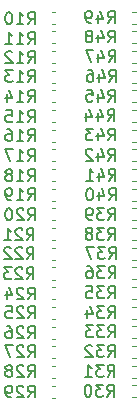
<source format=gbo>
G04 #@! TF.GenerationSoftware,KiCad,Pcbnew,(5.1.2)-1*
G04 #@! TF.CreationDate,2024-04-02T23:27:51+09:00*
G04 #@! TF.ProjectId,gpio40,6770696f-3430-42e6-9b69-6361645f7063,v1.0*
G04 #@! TF.SameCoordinates,Original*
G04 #@! TF.FileFunction,Legend,Bot*
G04 #@! TF.FilePolarity,Positive*
%FSLAX46Y46*%
G04 Gerber Fmt 4.6, Leading zero omitted, Abs format (unit mm)*
G04 Created by KiCad (PCBNEW (5.1.2)-1) date 2024-04-02 23:27:51*
%MOMM*%
%LPD*%
G04 APERTURE LIST*
%ADD10C,0.120000*%
%ADD11C,0.150000*%
%ADD12C,0.100000*%
%ADD13C,0.977000*%
%ADD14O,1.802000X1.802000*%
%ADD15R,1.802000X1.802000*%
%ADD16O,1.626000X1.902000*%
G04 APERTURE END LIST*
D10*
X136579221Y-83790000D02*
X136904779Y-83790000D01*
X136579221Y-84810000D02*
X136904779Y-84810000D01*
X136579221Y-85455800D02*
X136904779Y-85455800D01*
X136579221Y-86475800D02*
X136904779Y-86475800D01*
X136579221Y-87121600D02*
X136904779Y-87121600D01*
X136579221Y-88141600D02*
X136904779Y-88141600D01*
X136579221Y-88787400D02*
X136904779Y-88787400D01*
X136579221Y-89807400D02*
X136904779Y-89807400D01*
X136579221Y-90453200D02*
X136904779Y-90453200D01*
X136579221Y-91473200D02*
X136904779Y-91473200D01*
X136579221Y-92119000D02*
X136904779Y-92119000D01*
X136579221Y-93139000D02*
X136904779Y-93139000D01*
X136579221Y-93784700D02*
X136904779Y-93784700D01*
X136579221Y-94804700D02*
X136904779Y-94804700D01*
X136579221Y-95450500D02*
X136904779Y-95450500D01*
X136579221Y-96470500D02*
X136904779Y-96470500D01*
X136579221Y-97116300D02*
X136904779Y-97116300D01*
X136579221Y-98136300D02*
X136904779Y-98136300D01*
X136579221Y-98782100D02*
X136904779Y-98782100D01*
X136579221Y-99802100D02*
X136904779Y-99802100D01*
X136579221Y-100448000D02*
X136904779Y-100448000D01*
X136579221Y-101468000D02*
X136904779Y-101468000D01*
X136579221Y-102114000D02*
X136904779Y-102114000D01*
X136579221Y-103134000D02*
X136904779Y-103134000D01*
X136579221Y-103779000D02*
X136904779Y-103779000D01*
X136579221Y-104799000D02*
X136904779Y-104799000D01*
X136579221Y-105445000D02*
X136904779Y-105445000D01*
X136579221Y-106465000D02*
X136904779Y-106465000D01*
X136579221Y-107111000D02*
X136904779Y-107111000D01*
X136579221Y-108131000D02*
X136904779Y-108131000D01*
X136579221Y-108777000D02*
X136904779Y-108777000D01*
X136579221Y-109797000D02*
X136904779Y-109797000D01*
X136579221Y-110443000D02*
X136904779Y-110443000D01*
X136579221Y-111463000D02*
X136904779Y-111463000D01*
X136579221Y-112108000D02*
X136904779Y-112108000D01*
X136579221Y-113128000D02*
X136904779Y-113128000D01*
X136579221Y-113774000D02*
X136904779Y-113774000D01*
X136579221Y-114794000D02*
X136904779Y-114794000D01*
X136579221Y-115440000D02*
X136904779Y-115440000D01*
X136579221Y-116460000D02*
X136904779Y-116460000D01*
X130072779Y-116470000D02*
X129747221Y-116470000D01*
X130072779Y-115450000D02*
X129747221Y-115450000D01*
X130072779Y-114804000D02*
X129747221Y-114804000D01*
X130072779Y-113784000D02*
X129747221Y-113784000D01*
X130072779Y-113138000D02*
X129747221Y-113138000D01*
X130072779Y-112118000D02*
X129747221Y-112118000D01*
X130072779Y-111473000D02*
X129747221Y-111473000D01*
X130072779Y-110453000D02*
X129747221Y-110453000D01*
X130072779Y-109807000D02*
X129747221Y-109807000D01*
X130072779Y-108787000D02*
X129747221Y-108787000D01*
X130072779Y-108141000D02*
X129747221Y-108141000D01*
X130072779Y-107121000D02*
X129747221Y-107121000D01*
X130072779Y-106475000D02*
X129747221Y-106475000D01*
X130072779Y-105455000D02*
X129747221Y-105455000D01*
X130072779Y-104809000D02*
X129747221Y-104809000D01*
X130072779Y-103789000D02*
X129747221Y-103789000D01*
X130072779Y-103144000D02*
X129747221Y-103144000D01*
X130072779Y-102124000D02*
X129747221Y-102124000D01*
X130072779Y-101478000D02*
X129747221Y-101478000D01*
X130072779Y-100458000D02*
X129747221Y-100458000D01*
X130072779Y-99812100D02*
X129747221Y-99812100D01*
X130072779Y-98792100D02*
X129747221Y-98792100D01*
X130072779Y-98146300D02*
X129747221Y-98146300D01*
X130072779Y-97126300D02*
X129747221Y-97126300D01*
X130072779Y-96480500D02*
X129747221Y-96480500D01*
X130072779Y-95460500D02*
X129747221Y-95460500D01*
X130072779Y-94814700D02*
X129747221Y-94814700D01*
X130072779Y-93794700D02*
X129747221Y-93794700D01*
X130072779Y-93148900D02*
X129747221Y-93148900D01*
X130072779Y-92128900D02*
X129747221Y-92128900D01*
X130072779Y-91483200D02*
X129747221Y-91483200D01*
X130072779Y-90463200D02*
X129747221Y-90463200D01*
X130072779Y-89817400D02*
X129747221Y-89817400D01*
X130072779Y-88797400D02*
X129747221Y-88797400D01*
X130072779Y-88151600D02*
X129747221Y-88151600D01*
X130072779Y-87131600D02*
X129747221Y-87131600D01*
X130072779Y-86485800D02*
X129747221Y-86485800D01*
X130072779Y-85465800D02*
X129747221Y-85465800D01*
X130072779Y-84820000D02*
X129747221Y-84820000D01*
X130072779Y-83800000D02*
X129747221Y-83800000D01*
D11*
X134504857Y-84752380D02*
X134838190Y-84276190D01*
X135076285Y-84752380D02*
X135076285Y-83752380D01*
X134695333Y-83752380D01*
X134600095Y-83800000D01*
X134552476Y-83847619D01*
X134504857Y-83942857D01*
X134504857Y-84085714D01*
X134552476Y-84180952D01*
X134600095Y-84228571D01*
X134695333Y-84276190D01*
X135076285Y-84276190D01*
X133647714Y-84085714D02*
X133647714Y-84752380D01*
X133885809Y-83704761D02*
X134123904Y-84419047D01*
X133504857Y-84419047D01*
X133076285Y-84752380D02*
X132885809Y-84752380D01*
X132790571Y-84704761D01*
X132742952Y-84657142D01*
X132647714Y-84514285D01*
X132600095Y-84323809D01*
X132600095Y-83942857D01*
X132647714Y-83847619D01*
X132695333Y-83800000D01*
X132790571Y-83752380D01*
X132981047Y-83752380D01*
X133076285Y-83800000D01*
X133123904Y-83847619D01*
X133171523Y-83942857D01*
X133171523Y-84180952D01*
X133123904Y-84276190D01*
X133076285Y-84323809D01*
X132981047Y-84371428D01*
X132790571Y-84371428D01*
X132695333Y-84323809D01*
X132647714Y-84276190D01*
X132600095Y-84180952D01*
X134534857Y-86398180D02*
X134868190Y-85921990D01*
X135106285Y-86398180D02*
X135106285Y-85398180D01*
X134725333Y-85398180D01*
X134630095Y-85445800D01*
X134582476Y-85493419D01*
X134534857Y-85588657D01*
X134534857Y-85731514D01*
X134582476Y-85826752D01*
X134630095Y-85874371D01*
X134725333Y-85921990D01*
X135106285Y-85921990D01*
X133677714Y-85731514D02*
X133677714Y-86398180D01*
X133915809Y-85350561D02*
X134153904Y-86064847D01*
X133534857Y-86064847D01*
X133011047Y-85826752D02*
X133106285Y-85779133D01*
X133153904Y-85731514D01*
X133201523Y-85636276D01*
X133201523Y-85588657D01*
X133153904Y-85493419D01*
X133106285Y-85445800D01*
X133011047Y-85398180D01*
X132820571Y-85398180D01*
X132725333Y-85445800D01*
X132677714Y-85493419D01*
X132630095Y-85588657D01*
X132630095Y-85636276D01*
X132677714Y-85731514D01*
X132725333Y-85779133D01*
X132820571Y-85826752D01*
X133011047Y-85826752D01*
X133106285Y-85874371D01*
X133153904Y-85921990D01*
X133201523Y-86017228D01*
X133201523Y-86207704D01*
X133153904Y-86302942D01*
X133106285Y-86350561D01*
X133011047Y-86398180D01*
X132820571Y-86398180D01*
X132725333Y-86350561D01*
X132677714Y-86302942D01*
X132630095Y-86207704D01*
X132630095Y-86017228D01*
X132677714Y-85921990D01*
X132725333Y-85874371D01*
X132820571Y-85826752D01*
X134574857Y-88053980D02*
X134908190Y-87577790D01*
X135146285Y-88053980D02*
X135146285Y-87053980D01*
X134765333Y-87053980D01*
X134670095Y-87101600D01*
X134622476Y-87149219D01*
X134574857Y-87244457D01*
X134574857Y-87387314D01*
X134622476Y-87482552D01*
X134670095Y-87530171D01*
X134765333Y-87577790D01*
X135146285Y-87577790D01*
X133717714Y-87387314D02*
X133717714Y-88053980D01*
X133955809Y-87006361D02*
X134193904Y-87720647D01*
X133574857Y-87720647D01*
X133289142Y-87053980D02*
X132622476Y-87053980D01*
X133051047Y-88053980D01*
X134627357Y-89729780D02*
X134960690Y-89253590D01*
X135198785Y-89729780D02*
X135198785Y-88729780D01*
X134817833Y-88729780D01*
X134722595Y-88777400D01*
X134674976Y-88825019D01*
X134627357Y-88920257D01*
X134627357Y-89063114D01*
X134674976Y-89158352D01*
X134722595Y-89205971D01*
X134817833Y-89253590D01*
X135198785Y-89253590D01*
X133770214Y-89063114D02*
X133770214Y-89729780D01*
X134008309Y-88682161D02*
X134246404Y-89396447D01*
X133627357Y-89396447D01*
X132817833Y-88729780D02*
X133008309Y-88729780D01*
X133103547Y-88777400D01*
X133151166Y-88825019D01*
X133246404Y-88967876D01*
X133294023Y-89158352D01*
X133294023Y-89539304D01*
X133246404Y-89634542D01*
X133198785Y-89682161D01*
X133103547Y-89729780D01*
X132913071Y-89729780D01*
X132817833Y-89682161D01*
X132770214Y-89634542D01*
X132722595Y-89539304D01*
X132722595Y-89301209D01*
X132770214Y-89205971D01*
X132817833Y-89158352D01*
X132913071Y-89110733D01*
X133103547Y-89110733D01*
X133198785Y-89158352D01*
X133246404Y-89205971D01*
X133294023Y-89301209D01*
X134564857Y-91405580D02*
X134898190Y-90929390D01*
X135136285Y-91405580D02*
X135136285Y-90405580D01*
X134755333Y-90405580D01*
X134660095Y-90453200D01*
X134612476Y-90500819D01*
X134564857Y-90596057D01*
X134564857Y-90738914D01*
X134612476Y-90834152D01*
X134660095Y-90881771D01*
X134755333Y-90929390D01*
X135136285Y-90929390D01*
X133707714Y-90738914D02*
X133707714Y-91405580D01*
X133945809Y-90357961D02*
X134183904Y-91072247D01*
X133564857Y-91072247D01*
X132707714Y-90405580D02*
X133183904Y-90405580D01*
X133231523Y-90881771D01*
X133183904Y-90834152D01*
X133088666Y-90786533D01*
X132850571Y-90786533D01*
X132755333Y-90834152D01*
X132707714Y-90881771D01*
X132660095Y-90977009D01*
X132660095Y-91215104D01*
X132707714Y-91310342D01*
X132755333Y-91357961D01*
X132850571Y-91405580D01*
X133088666Y-91405580D01*
X133183904Y-91357961D01*
X133231523Y-91310342D01*
X134502357Y-93051380D02*
X134835690Y-92575190D01*
X135073785Y-93051380D02*
X135073785Y-92051380D01*
X134692833Y-92051380D01*
X134597595Y-92099000D01*
X134549976Y-92146619D01*
X134502357Y-92241857D01*
X134502357Y-92384714D01*
X134549976Y-92479952D01*
X134597595Y-92527571D01*
X134692833Y-92575190D01*
X135073785Y-92575190D01*
X133645214Y-92384714D02*
X133645214Y-93051380D01*
X133883309Y-92003761D02*
X134121404Y-92718047D01*
X133502357Y-92718047D01*
X132692833Y-92384714D02*
X132692833Y-93051380D01*
X132930928Y-92003761D02*
X133169023Y-92718047D01*
X132549976Y-92718047D01*
X134542357Y-94697080D02*
X134875690Y-94220890D01*
X135113785Y-94697080D02*
X135113785Y-93697080D01*
X134732833Y-93697080D01*
X134637595Y-93744700D01*
X134589976Y-93792319D01*
X134542357Y-93887557D01*
X134542357Y-94030414D01*
X134589976Y-94125652D01*
X134637595Y-94173271D01*
X134732833Y-94220890D01*
X135113785Y-94220890D01*
X133685214Y-94030414D02*
X133685214Y-94697080D01*
X133923309Y-93649461D02*
X134161404Y-94363747D01*
X133542357Y-94363747D01*
X133256642Y-93697080D02*
X132637595Y-93697080D01*
X132970928Y-94078033D01*
X132828071Y-94078033D01*
X132732833Y-94125652D01*
X132685214Y-94173271D01*
X132637595Y-94268509D01*
X132637595Y-94506604D01*
X132685214Y-94601842D01*
X132732833Y-94649461D01*
X132828071Y-94697080D01*
X133113785Y-94697080D01*
X133209023Y-94649461D01*
X133256642Y-94601842D01*
X134542357Y-96402880D02*
X134875690Y-95926690D01*
X135113785Y-96402880D02*
X135113785Y-95402880D01*
X134732833Y-95402880D01*
X134637595Y-95450500D01*
X134589976Y-95498119D01*
X134542357Y-95593357D01*
X134542357Y-95736214D01*
X134589976Y-95831452D01*
X134637595Y-95879071D01*
X134732833Y-95926690D01*
X135113785Y-95926690D01*
X133685214Y-95736214D02*
X133685214Y-96402880D01*
X133923309Y-95355261D02*
X134161404Y-96069547D01*
X133542357Y-96069547D01*
X133209023Y-95498119D02*
X133161404Y-95450500D01*
X133066166Y-95402880D01*
X132828071Y-95402880D01*
X132732833Y-95450500D01*
X132685214Y-95498119D01*
X132637595Y-95593357D01*
X132637595Y-95688595D01*
X132685214Y-95831452D01*
X133256642Y-96402880D01*
X132637595Y-96402880D01*
X134587357Y-98098680D02*
X134920690Y-97622490D01*
X135158785Y-98098680D02*
X135158785Y-97098680D01*
X134777833Y-97098680D01*
X134682595Y-97146300D01*
X134634976Y-97193919D01*
X134587357Y-97289157D01*
X134587357Y-97432014D01*
X134634976Y-97527252D01*
X134682595Y-97574871D01*
X134777833Y-97622490D01*
X135158785Y-97622490D01*
X133730214Y-97432014D02*
X133730214Y-98098680D01*
X133968309Y-97051061D02*
X134206404Y-97765347D01*
X133587357Y-97765347D01*
X132682595Y-98098680D02*
X133254023Y-98098680D01*
X132968309Y-98098680D02*
X132968309Y-97098680D01*
X133063547Y-97241538D01*
X133158785Y-97336776D01*
X133254023Y-97384395D01*
X134594857Y-99754480D02*
X134928190Y-99278290D01*
X135166285Y-99754480D02*
X135166285Y-98754480D01*
X134785333Y-98754480D01*
X134690095Y-98802100D01*
X134642476Y-98849719D01*
X134594857Y-98944957D01*
X134594857Y-99087814D01*
X134642476Y-99183052D01*
X134690095Y-99230671D01*
X134785333Y-99278290D01*
X135166285Y-99278290D01*
X133737714Y-99087814D02*
X133737714Y-99754480D01*
X133975809Y-98706861D02*
X134213904Y-99421147D01*
X133594857Y-99421147D01*
X133023428Y-98754480D02*
X132928190Y-98754480D01*
X132832952Y-98802100D01*
X132785333Y-98849719D01*
X132737714Y-98944957D01*
X132690095Y-99135433D01*
X132690095Y-99373528D01*
X132737714Y-99564004D01*
X132785333Y-99659242D01*
X132832952Y-99706861D01*
X132928190Y-99754480D01*
X133023428Y-99754480D01*
X133118666Y-99706861D01*
X133166285Y-99659242D01*
X133213904Y-99564004D01*
X133261523Y-99373528D01*
X133261523Y-99135433D01*
X133213904Y-98944957D01*
X133166285Y-98849719D01*
X133118666Y-98802100D01*
X133023428Y-98754480D01*
X134557357Y-101430380D02*
X134890690Y-100954190D01*
X135128785Y-101430380D02*
X135128785Y-100430380D01*
X134747833Y-100430380D01*
X134652595Y-100478000D01*
X134604976Y-100525619D01*
X134557357Y-100620857D01*
X134557357Y-100763714D01*
X134604976Y-100858952D01*
X134652595Y-100906571D01*
X134747833Y-100954190D01*
X135128785Y-100954190D01*
X134224023Y-100430380D02*
X133604976Y-100430380D01*
X133938309Y-100811333D01*
X133795452Y-100811333D01*
X133700214Y-100858952D01*
X133652595Y-100906571D01*
X133604976Y-101001809D01*
X133604976Y-101239904D01*
X133652595Y-101335142D01*
X133700214Y-101382761D01*
X133795452Y-101430380D01*
X134081166Y-101430380D01*
X134176404Y-101382761D01*
X134224023Y-101335142D01*
X133128785Y-101430380D02*
X132938309Y-101430380D01*
X132843071Y-101382761D01*
X132795452Y-101335142D01*
X132700214Y-101192285D01*
X132652595Y-101001809D01*
X132652595Y-100620857D01*
X132700214Y-100525619D01*
X132747833Y-100478000D01*
X132843071Y-100430380D01*
X133033547Y-100430380D01*
X133128785Y-100478000D01*
X133176404Y-100525619D01*
X133224023Y-100620857D01*
X133224023Y-100858952D01*
X133176404Y-100954190D01*
X133128785Y-101001809D01*
X133033547Y-101049428D01*
X132843071Y-101049428D01*
X132747833Y-101001809D01*
X132700214Y-100954190D01*
X132652595Y-100858952D01*
X134534857Y-103106380D02*
X134868190Y-102630190D01*
X135106285Y-103106380D02*
X135106285Y-102106380D01*
X134725333Y-102106380D01*
X134630095Y-102154000D01*
X134582476Y-102201619D01*
X134534857Y-102296857D01*
X134534857Y-102439714D01*
X134582476Y-102534952D01*
X134630095Y-102582571D01*
X134725333Y-102630190D01*
X135106285Y-102630190D01*
X134201523Y-102106380D02*
X133582476Y-102106380D01*
X133915809Y-102487333D01*
X133772952Y-102487333D01*
X133677714Y-102534952D01*
X133630095Y-102582571D01*
X133582476Y-102677809D01*
X133582476Y-102915904D01*
X133630095Y-103011142D01*
X133677714Y-103058761D01*
X133772952Y-103106380D01*
X134058666Y-103106380D01*
X134153904Y-103058761D01*
X134201523Y-103011142D01*
X133011047Y-102534952D02*
X133106285Y-102487333D01*
X133153904Y-102439714D01*
X133201523Y-102344476D01*
X133201523Y-102296857D01*
X133153904Y-102201619D01*
X133106285Y-102154000D01*
X133011047Y-102106380D01*
X132820571Y-102106380D01*
X132725333Y-102154000D01*
X132677714Y-102201619D01*
X132630095Y-102296857D01*
X132630095Y-102344476D01*
X132677714Y-102439714D01*
X132725333Y-102487333D01*
X132820571Y-102534952D01*
X133011047Y-102534952D01*
X133106285Y-102582571D01*
X133153904Y-102630190D01*
X133201523Y-102725428D01*
X133201523Y-102915904D01*
X133153904Y-103011142D01*
X133106285Y-103058761D01*
X133011047Y-103106380D01*
X132820571Y-103106380D01*
X132725333Y-103058761D01*
X132677714Y-103011142D01*
X132630095Y-102915904D01*
X132630095Y-102725428D01*
X132677714Y-102630190D01*
X132725333Y-102582571D01*
X132820571Y-102534952D01*
X134604857Y-104731380D02*
X134938190Y-104255190D01*
X135176285Y-104731380D02*
X135176285Y-103731380D01*
X134795333Y-103731380D01*
X134700095Y-103779000D01*
X134652476Y-103826619D01*
X134604857Y-103921857D01*
X134604857Y-104064714D01*
X134652476Y-104159952D01*
X134700095Y-104207571D01*
X134795333Y-104255190D01*
X135176285Y-104255190D01*
X134271523Y-103731380D02*
X133652476Y-103731380D01*
X133985809Y-104112333D01*
X133842952Y-104112333D01*
X133747714Y-104159952D01*
X133700095Y-104207571D01*
X133652476Y-104302809D01*
X133652476Y-104540904D01*
X133700095Y-104636142D01*
X133747714Y-104683761D01*
X133842952Y-104731380D01*
X134128666Y-104731380D01*
X134223904Y-104683761D01*
X134271523Y-104636142D01*
X133319142Y-103731380D02*
X132652476Y-103731380D01*
X133081047Y-104731380D01*
X134574857Y-106367380D02*
X134908190Y-105891190D01*
X135146285Y-106367380D02*
X135146285Y-105367380D01*
X134765333Y-105367380D01*
X134670095Y-105415000D01*
X134622476Y-105462619D01*
X134574857Y-105557857D01*
X134574857Y-105700714D01*
X134622476Y-105795952D01*
X134670095Y-105843571D01*
X134765333Y-105891190D01*
X135146285Y-105891190D01*
X134241523Y-105367380D02*
X133622476Y-105367380D01*
X133955809Y-105748333D01*
X133812952Y-105748333D01*
X133717714Y-105795952D01*
X133670095Y-105843571D01*
X133622476Y-105938809D01*
X133622476Y-106176904D01*
X133670095Y-106272142D01*
X133717714Y-106319761D01*
X133812952Y-106367380D01*
X134098666Y-106367380D01*
X134193904Y-106319761D01*
X134241523Y-106272142D01*
X132765333Y-105367380D02*
X132955809Y-105367380D01*
X133051047Y-105415000D01*
X133098666Y-105462619D01*
X133193904Y-105605476D01*
X133241523Y-105795952D01*
X133241523Y-106176904D01*
X133193904Y-106272142D01*
X133146285Y-106319761D01*
X133051047Y-106367380D01*
X132860571Y-106367380D01*
X132765333Y-106319761D01*
X132717714Y-106272142D01*
X132670095Y-106176904D01*
X132670095Y-105938809D01*
X132717714Y-105843571D01*
X132765333Y-105795952D01*
X132860571Y-105748333D01*
X133051047Y-105748333D01*
X133146285Y-105795952D01*
X133193904Y-105843571D01*
X133241523Y-105938809D01*
X134544857Y-108063380D02*
X134878190Y-107587190D01*
X135116285Y-108063380D02*
X135116285Y-107063380D01*
X134735333Y-107063380D01*
X134640095Y-107111000D01*
X134592476Y-107158619D01*
X134544857Y-107253857D01*
X134544857Y-107396714D01*
X134592476Y-107491952D01*
X134640095Y-107539571D01*
X134735333Y-107587190D01*
X135116285Y-107587190D01*
X134211523Y-107063380D02*
X133592476Y-107063380D01*
X133925809Y-107444333D01*
X133782952Y-107444333D01*
X133687714Y-107491952D01*
X133640095Y-107539571D01*
X133592476Y-107634809D01*
X133592476Y-107872904D01*
X133640095Y-107968142D01*
X133687714Y-108015761D01*
X133782952Y-108063380D01*
X134068666Y-108063380D01*
X134163904Y-108015761D01*
X134211523Y-107968142D01*
X132687714Y-107063380D02*
X133163904Y-107063380D01*
X133211523Y-107539571D01*
X133163904Y-107491952D01*
X133068666Y-107444333D01*
X132830571Y-107444333D01*
X132735333Y-107491952D01*
X132687714Y-107539571D01*
X132640095Y-107634809D01*
X132640095Y-107872904D01*
X132687714Y-107968142D01*
X132735333Y-108015761D01*
X132830571Y-108063380D01*
X133068666Y-108063380D01*
X133163904Y-108015761D01*
X133211523Y-107968142D01*
X134554857Y-109739380D02*
X134888190Y-109263190D01*
X135126285Y-109739380D02*
X135126285Y-108739380D01*
X134745333Y-108739380D01*
X134650095Y-108787000D01*
X134602476Y-108834619D01*
X134554857Y-108929857D01*
X134554857Y-109072714D01*
X134602476Y-109167952D01*
X134650095Y-109215571D01*
X134745333Y-109263190D01*
X135126285Y-109263190D01*
X134221523Y-108739380D02*
X133602476Y-108739380D01*
X133935809Y-109120333D01*
X133792952Y-109120333D01*
X133697714Y-109167952D01*
X133650095Y-109215571D01*
X133602476Y-109310809D01*
X133602476Y-109548904D01*
X133650095Y-109644142D01*
X133697714Y-109691761D01*
X133792952Y-109739380D01*
X134078666Y-109739380D01*
X134173904Y-109691761D01*
X134221523Y-109644142D01*
X132745333Y-109072714D02*
X132745333Y-109739380D01*
X132983428Y-108691761D02*
X133221523Y-109406047D01*
X132602476Y-109406047D01*
X134554857Y-111365380D02*
X134888190Y-110889190D01*
X135126285Y-111365380D02*
X135126285Y-110365380D01*
X134745333Y-110365380D01*
X134650095Y-110413000D01*
X134602476Y-110460619D01*
X134554857Y-110555857D01*
X134554857Y-110698714D01*
X134602476Y-110793952D01*
X134650095Y-110841571D01*
X134745333Y-110889190D01*
X135126285Y-110889190D01*
X134221523Y-110365380D02*
X133602476Y-110365380D01*
X133935809Y-110746333D01*
X133792952Y-110746333D01*
X133697714Y-110793952D01*
X133650095Y-110841571D01*
X133602476Y-110936809D01*
X133602476Y-111174904D01*
X133650095Y-111270142D01*
X133697714Y-111317761D01*
X133792952Y-111365380D01*
X134078666Y-111365380D01*
X134173904Y-111317761D01*
X134221523Y-111270142D01*
X133269142Y-110365380D02*
X132650095Y-110365380D01*
X132983428Y-110746333D01*
X132840571Y-110746333D01*
X132745333Y-110793952D01*
X132697714Y-110841571D01*
X132650095Y-110936809D01*
X132650095Y-111174904D01*
X132697714Y-111270142D01*
X132745333Y-111317761D01*
X132840571Y-111365380D01*
X133126285Y-111365380D01*
X133221523Y-111317761D01*
X133269142Y-111270142D01*
X134514857Y-113040380D02*
X134848190Y-112564190D01*
X135086285Y-113040380D02*
X135086285Y-112040380D01*
X134705333Y-112040380D01*
X134610095Y-112088000D01*
X134562476Y-112135619D01*
X134514857Y-112230857D01*
X134514857Y-112373714D01*
X134562476Y-112468952D01*
X134610095Y-112516571D01*
X134705333Y-112564190D01*
X135086285Y-112564190D01*
X134181523Y-112040380D02*
X133562476Y-112040380D01*
X133895809Y-112421333D01*
X133752952Y-112421333D01*
X133657714Y-112468952D01*
X133610095Y-112516571D01*
X133562476Y-112611809D01*
X133562476Y-112849904D01*
X133610095Y-112945142D01*
X133657714Y-112992761D01*
X133752952Y-113040380D01*
X134038666Y-113040380D01*
X134133904Y-112992761D01*
X134181523Y-112945142D01*
X133181523Y-112135619D02*
X133133904Y-112088000D01*
X133038666Y-112040380D01*
X132800571Y-112040380D01*
X132705333Y-112088000D01*
X132657714Y-112135619D01*
X132610095Y-112230857D01*
X132610095Y-112326095D01*
X132657714Y-112468952D01*
X133229142Y-113040380D01*
X132610095Y-113040380D01*
X134484857Y-114706380D02*
X134818190Y-114230190D01*
X135056285Y-114706380D02*
X135056285Y-113706380D01*
X134675333Y-113706380D01*
X134580095Y-113754000D01*
X134532476Y-113801619D01*
X134484857Y-113896857D01*
X134484857Y-114039714D01*
X134532476Y-114134952D01*
X134580095Y-114182571D01*
X134675333Y-114230190D01*
X135056285Y-114230190D01*
X134151523Y-113706380D02*
X133532476Y-113706380D01*
X133865809Y-114087333D01*
X133722952Y-114087333D01*
X133627714Y-114134952D01*
X133580095Y-114182571D01*
X133532476Y-114277809D01*
X133532476Y-114515904D01*
X133580095Y-114611142D01*
X133627714Y-114658761D01*
X133722952Y-114706380D01*
X134008666Y-114706380D01*
X134103904Y-114658761D01*
X134151523Y-114611142D01*
X132580095Y-114706380D02*
X133151523Y-114706380D01*
X132865809Y-114706380D02*
X132865809Y-113706380D01*
X132961047Y-113849238D01*
X133056285Y-113944476D01*
X133151523Y-113992095D01*
X134447357Y-116382380D02*
X134780690Y-115906190D01*
X135018785Y-116382380D02*
X135018785Y-115382380D01*
X134637833Y-115382380D01*
X134542595Y-115430000D01*
X134494976Y-115477619D01*
X134447357Y-115572857D01*
X134447357Y-115715714D01*
X134494976Y-115810952D01*
X134542595Y-115858571D01*
X134637833Y-115906190D01*
X135018785Y-115906190D01*
X134114023Y-115382380D02*
X133494976Y-115382380D01*
X133828309Y-115763333D01*
X133685452Y-115763333D01*
X133590214Y-115810952D01*
X133542595Y-115858571D01*
X133494976Y-115953809D01*
X133494976Y-116191904D01*
X133542595Y-116287142D01*
X133590214Y-116334761D01*
X133685452Y-116382380D01*
X133971166Y-116382380D01*
X134066404Y-116334761D01*
X134114023Y-116287142D01*
X132875928Y-115382380D02*
X132780690Y-115382380D01*
X132685452Y-115430000D01*
X132637833Y-115477619D01*
X132590214Y-115572857D01*
X132542595Y-115763333D01*
X132542595Y-116001428D01*
X132590214Y-116191904D01*
X132637833Y-116287142D01*
X132685452Y-116334761D01*
X132780690Y-116382380D01*
X132875928Y-116382380D01*
X132971166Y-116334761D01*
X133018785Y-116287142D01*
X133066404Y-116191904D01*
X133114023Y-116001428D01*
X133114023Y-115763333D01*
X133066404Y-115572857D01*
X133018785Y-115477619D01*
X132971166Y-115430000D01*
X132875928Y-115382380D01*
X127742857Y-116452380D02*
X128076190Y-115976190D01*
X128314285Y-116452380D02*
X128314285Y-115452380D01*
X127933333Y-115452380D01*
X127838095Y-115500000D01*
X127790476Y-115547619D01*
X127742857Y-115642857D01*
X127742857Y-115785714D01*
X127790476Y-115880952D01*
X127838095Y-115928571D01*
X127933333Y-115976190D01*
X128314285Y-115976190D01*
X127361904Y-115547619D02*
X127314285Y-115500000D01*
X127219047Y-115452380D01*
X126980952Y-115452380D01*
X126885714Y-115500000D01*
X126838095Y-115547619D01*
X126790476Y-115642857D01*
X126790476Y-115738095D01*
X126838095Y-115880952D01*
X127409523Y-116452380D01*
X126790476Y-116452380D01*
X126314285Y-116452380D02*
X126123809Y-116452380D01*
X126028571Y-116404761D01*
X125980952Y-116357142D01*
X125885714Y-116214285D01*
X125838095Y-116023809D01*
X125838095Y-115642857D01*
X125885714Y-115547619D01*
X125933333Y-115500000D01*
X126028571Y-115452380D01*
X126219047Y-115452380D01*
X126314285Y-115500000D01*
X126361904Y-115547619D01*
X126409523Y-115642857D01*
X126409523Y-115880952D01*
X126361904Y-115976190D01*
X126314285Y-116023809D01*
X126219047Y-116071428D01*
X126028571Y-116071428D01*
X125933333Y-116023809D01*
X125885714Y-115976190D01*
X125838095Y-115880952D01*
X127742857Y-114726380D02*
X128076190Y-114250190D01*
X128314285Y-114726380D02*
X128314285Y-113726380D01*
X127933333Y-113726380D01*
X127838095Y-113774000D01*
X127790476Y-113821619D01*
X127742857Y-113916857D01*
X127742857Y-114059714D01*
X127790476Y-114154952D01*
X127838095Y-114202571D01*
X127933333Y-114250190D01*
X128314285Y-114250190D01*
X127361904Y-113821619D02*
X127314285Y-113774000D01*
X127219047Y-113726380D01*
X126980952Y-113726380D01*
X126885714Y-113774000D01*
X126838095Y-113821619D01*
X126790476Y-113916857D01*
X126790476Y-114012095D01*
X126838095Y-114154952D01*
X127409523Y-114726380D01*
X126790476Y-114726380D01*
X126219047Y-114154952D02*
X126314285Y-114107333D01*
X126361904Y-114059714D01*
X126409523Y-113964476D01*
X126409523Y-113916857D01*
X126361904Y-113821619D01*
X126314285Y-113774000D01*
X126219047Y-113726380D01*
X126028571Y-113726380D01*
X125933333Y-113774000D01*
X125885714Y-113821619D01*
X125838095Y-113916857D01*
X125838095Y-113964476D01*
X125885714Y-114059714D01*
X125933333Y-114107333D01*
X126028571Y-114154952D01*
X126219047Y-114154952D01*
X126314285Y-114202571D01*
X126361904Y-114250190D01*
X126409523Y-114345428D01*
X126409523Y-114535904D01*
X126361904Y-114631142D01*
X126314285Y-114678761D01*
X126219047Y-114726380D01*
X126028571Y-114726380D01*
X125933333Y-114678761D01*
X125885714Y-114631142D01*
X125838095Y-114535904D01*
X125838095Y-114345428D01*
X125885714Y-114250190D01*
X125933333Y-114202571D01*
X126028571Y-114154952D01*
X127742857Y-113052380D02*
X128076190Y-112576190D01*
X128314285Y-113052380D02*
X128314285Y-112052380D01*
X127933333Y-112052380D01*
X127838095Y-112100000D01*
X127790476Y-112147619D01*
X127742857Y-112242857D01*
X127742857Y-112385714D01*
X127790476Y-112480952D01*
X127838095Y-112528571D01*
X127933333Y-112576190D01*
X128314285Y-112576190D01*
X127361904Y-112147619D02*
X127314285Y-112100000D01*
X127219047Y-112052380D01*
X126980952Y-112052380D01*
X126885714Y-112100000D01*
X126838095Y-112147619D01*
X126790476Y-112242857D01*
X126790476Y-112338095D01*
X126838095Y-112480952D01*
X127409523Y-113052380D01*
X126790476Y-113052380D01*
X126457142Y-112052380D02*
X125790476Y-112052380D01*
X126219047Y-113052380D01*
X127742857Y-111452380D02*
X128076190Y-110976190D01*
X128314285Y-111452380D02*
X128314285Y-110452380D01*
X127933333Y-110452380D01*
X127838095Y-110500000D01*
X127790476Y-110547619D01*
X127742857Y-110642857D01*
X127742857Y-110785714D01*
X127790476Y-110880952D01*
X127838095Y-110928571D01*
X127933333Y-110976190D01*
X128314285Y-110976190D01*
X127361904Y-110547619D02*
X127314285Y-110500000D01*
X127219047Y-110452380D01*
X126980952Y-110452380D01*
X126885714Y-110500000D01*
X126838095Y-110547619D01*
X126790476Y-110642857D01*
X126790476Y-110738095D01*
X126838095Y-110880952D01*
X127409523Y-111452380D01*
X126790476Y-111452380D01*
X125933333Y-110452380D02*
X126123809Y-110452380D01*
X126219047Y-110500000D01*
X126266666Y-110547619D01*
X126361904Y-110690476D01*
X126409523Y-110880952D01*
X126409523Y-111261904D01*
X126361904Y-111357142D01*
X126314285Y-111404761D01*
X126219047Y-111452380D01*
X126028571Y-111452380D01*
X125933333Y-111404761D01*
X125885714Y-111357142D01*
X125838095Y-111261904D01*
X125838095Y-111023809D01*
X125885714Y-110928571D01*
X125933333Y-110880952D01*
X126028571Y-110833333D01*
X126219047Y-110833333D01*
X126314285Y-110880952D01*
X126361904Y-110928571D01*
X126409523Y-111023809D01*
X127742857Y-109752380D02*
X128076190Y-109276190D01*
X128314285Y-109752380D02*
X128314285Y-108752380D01*
X127933333Y-108752380D01*
X127838095Y-108800000D01*
X127790476Y-108847619D01*
X127742857Y-108942857D01*
X127742857Y-109085714D01*
X127790476Y-109180952D01*
X127838095Y-109228571D01*
X127933333Y-109276190D01*
X128314285Y-109276190D01*
X127361904Y-108847619D02*
X127314285Y-108800000D01*
X127219047Y-108752380D01*
X126980952Y-108752380D01*
X126885714Y-108800000D01*
X126838095Y-108847619D01*
X126790476Y-108942857D01*
X126790476Y-109038095D01*
X126838095Y-109180952D01*
X127409523Y-109752380D01*
X126790476Y-109752380D01*
X125885714Y-108752380D02*
X126361904Y-108752380D01*
X126409523Y-109228571D01*
X126361904Y-109180952D01*
X126266666Y-109133333D01*
X126028571Y-109133333D01*
X125933333Y-109180952D01*
X125885714Y-109228571D01*
X125838095Y-109323809D01*
X125838095Y-109561904D01*
X125885714Y-109657142D01*
X125933333Y-109704761D01*
X126028571Y-109752380D01*
X126266666Y-109752380D01*
X126361904Y-109704761D01*
X126409523Y-109657142D01*
X127742857Y-108152380D02*
X128076190Y-107676190D01*
X128314285Y-108152380D02*
X128314285Y-107152380D01*
X127933333Y-107152380D01*
X127838095Y-107200000D01*
X127790476Y-107247619D01*
X127742857Y-107342857D01*
X127742857Y-107485714D01*
X127790476Y-107580952D01*
X127838095Y-107628571D01*
X127933333Y-107676190D01*
X128314285Y-107676190D01*
X127361904Y-107247619D02*
X127314285Y-107200000D01*
X127219047Y-107152380D01*
X126980952Y-107152380D01*
X126885714Y-107200000D01*
X126838095Y-107247619D01*
X126790476Y-107342857D01*
X126790476Y-107438095D01*
X126838095Y-107580952D01*
X127409523Y-108152380D01*
X126790476Y-108152380D01*
X125933333Y-107485714D02*
X125933333Y-108152380D01*
X126171428Y-107104761D02*
X126409523Y-107819047D01*
X125790476Y-107819047D01*
X127642857Y-106452380D02*
X127976190Y-105976190D01*
X128214285Y-106452380D02*
X128214285Y-105452380D01*
X127833333Y-105452380D01*
X127738095Y-105500000D01*
X127690476Y-105547619D01*
X127642857Y-105642857D01*
X127642857Y-105785714D01*
X127690476Y-105880952D01*
X127738095Y-105928571D01*
X127833333Y-105976190D01*
X128214285Y-105976190D01*
X127261904Y-105547619D02*
X127214285Y-105500000D01*
X127119047Y-105452380D01*
X126880952Y-105452380D01*
X126785714Y-105500000D01*
X126738095Y-105547619D01*
X126690476Y-105642857D01*
X126690476Y-105738095D01*
X126738095Y-105880952D01*
X127309523Y-106452380D01*
X126690476Y-106452380D01*
X126357142Y-105452380D02*
X125738095Y-105452380D01*
X126071428Y-105833333D01*
X125928571Y-105833333D01*
X125833333Y-105880952D01*
X125785714Y-105928571D01*
X125738095Y-106023809D01*
X125738095Y-106261904D01*
X125785714Y-106357142D01*
X125833333Y-106404761D01*
X125928571Y-106452380D01*
X126214285Y-106452380D01*
X126309523Y-106404761D01*
X126357142Y-106357142D01*
X127642857Y-104752380D02*
X127976190Y-104276190D01*
X128214285Y-104752380D02*
X128214285Y-103752380D01*
X127833333Y-103752380D01*
X127738095Y-103800000D01*
X127690476Y-103847619D01*
X127642857Y-103942857D01*
X127642857Y-104085714D01*
X127690476Y-104180952D01*
X127738095Y-104228571D01*
X127833333Y-104276190D01*
X128214285Y-104276190D01*
X127261904Y-103847619D02*
X127214285Y-103800000D01*
X127119047Y-103752380D01*
X126880952Y-103752380D01*
X126785714Y-103800000D01*
X126738095Y-103847619D01*
X126690476Y-103942857D01*
X126690476Y-104038095D01*
X126738095Y-104180952D01*
X127309523Y-104752380D01*
X126690476Y-104752380D01*
X126309523Y-103847619D02*
X126261904Y-103800000D01*
X126166666Y-103752380D01*
X125928571Y-103752380D01*
X125833333Y-103800000D01*
X125785714Y-103847619D01*
X125738095Y-103942857D01*
X125738095Y-104038095D01*
X125785714Y-104180952D01*
X126357142Y-104752380D01*
X125738095Y-104752380D01*
X127642857Y-103152380D02*
X127976190Y-102676190D01*
X128214285Y-103152380D02*
X128214285Y-102152380D01*
X127833333Y-102152380D01*
X127738095Y-102200000D01*
X127690476Y-102247619D01*
X127642857Y-102342857D01*
X127642857Y-102485714D01*
X127690476Y-102580952D01*
X127738095Y-102628571D01*
X127833333Y-102676190D01*
X128214285Y-102676190D01*
X127261904Y-102247619D02*
X127214285Y-102200000D01*
X127119047Y-102152380D01*
X126880952Y-102152380D01*
X126785714Y-102200000D01*
X126738095Y-102247619D01*
X126690476Y-102342857D01*
X126690476Y-102438095D01*
X126738095Y-102580952D01*
X127309523Y-103152380D01*
X126690476Y-103152380D01*
X125738095Y-103152380D02*
X126309523Y-103152380D01*
X126023809Y-103152380D02*
X126023809Y-102152380D01*
X126119047Y-102295238D01*
X126214285Y-102390476D01*
X126309523Y-102438095D01*
X127742857Y-101452380D02*
X128076190Y-100976190D01*
X128314285Y-101452380D02*
X128314285Y-100452380D01*
X127933333Y-100452380D01*
X127838095Y-100500000D01*
X127790476Y-100547619D01*
X127742857Y-100642857D01*
X127742857Y-100785714D01*
X127790476Y-100880952D01*
X127838095Y-100928571D01*
X127933333Y-100976190D01*
X128314285Y-100976190D01*
X127361904Y-100547619D02*
X127314285Y-100500000D01*
X127219047Y-100452380D01*
X126980952Y-100452380D01*
X126885714Y-100500000D01*
X126838095Y-100547619D01*
X126790476Y-100642857D01*
X126790476Y-100738095D01*
X126838095Y-100880952D01*
X127409523Y-101452380D01*
X126790476Y-101452380D01*
X126171428Y-100452380D02*
X126076190Y-100452380D01*
X125980952Y-100500000D01*
X125933333Y-100547619D01*
X125885714Y-100642857D01*
X125838095Y-100833333D01*
X125838095Y-101071428D01*
X125885714Y-101261904D01*
X125933333Y-101357142D01*
X125980952Y-101404761D01*
X126076190Y-101452380D01*
X126171428Y-101452380D01*
X126266666Y-101404761D01*
X126314285Y-101357142D01*
X126361904Y-101261904D01*
X126409523Y-101071428D01*
X126409523Y-100833333D01*
X126361904Y-100642857D01*
X126314285Y-100547619D01*
X126266666Y-100500000D01*
X126171428Y-100452380D01*
X127742857Y-99752380D02*
X128076190Y-99276190D01*
X128314285Y-99752380D02*
X128314285Y-98752380D01*
X127933333Y-98752380D01*
X127838095Y-98800000D01*
X127790476Y-98847619D01*
X127742857Y-98942857D01*
X127742857Y-99085714D01*
X127790476Y-99180952D01*
X127838095Y-99228571D01*
X127933333Y-99276190D01*
X128314285Y-99276190D01*
X126790476Y-99752380D02*
X127361904Y-99752380D01*
X127076190Y-99752380D02*
X127076190Y-98752380D01*
X127171428Y-98895238D01*
X127266666Y-98990476D01*
X127361904Y-99038095D01*
X126314285Y-99752380D02*
X126123809Y-99752380D01*
X126028571Y-99704761D01*
X125980952Y-99657142D01*
X125885714Y-99514285D01*
X125838095Y-99323809D01*
X125838095Y-98942857D01*
X125885714Y-98847619D01*
X125933333Y-98800000D01*
X126028571Y-98752380D01*
X126219047Y-98752380D01*
X126314285Y-98800000D01*
X126361904Y-98847619D01*
X126409523Y-98942857D01*
X126409523Y-99180952D01*
X126361904Y-99276190D01*
X126314285Y-99323809D01*
X126219047Y-99371428D01*
X126028571Y-99371428D01*
X125933333Y-99323809D01*
X125885714Y-99276190D01*
X125838095Y-99180952D01*
X127742857Y-98152380D02*
X128076190Y-97676190D01*
X128314285Y-98152380D02*
X128314285Y-97152380D01*
X127933333Y-97152380D01*
X127838095Y-97200000D01*
X127790476Y-97247619D01*
X127742857Y-97342857D01*
X127742857Y-97485714D01*
X127790476Y-97580952D01*
X127838095Y-97628571D01*
X127933333Y-97676190D01*
X128314285Y-97676190D01*
X126790476Y-98152380D02*
X127361904Y-98152380D01*
X127076190Y-98152380D02*
X127076190Y-97152380D01*
X127171428Y-97295238D01*
X127266666Y-97390476D01*
X127361904Y-97438095D01*
X126219047Y-97580952D02*
X126314285Y-97533333D01*
X126361904Y-97485714D01*
X126409523Y-97390476D01*
X126409523Y-97342857D01*
X126361904Y-97247619D01*
X126314285Y-97200000D01*
X126219047Y-97152380D01*
X126028571Y-97152380D01*
X125933333Y-97200000D01*
X125885714Y-97247619D01*
X125838095Y-97342857D01*
X125838095Y-97390476D01*
X125885714Y-97485714D01*
X125933333Y-97533333D01*
X126028571Y-97580952D01*
X126219047Y-97580952D01*
X126314285Y-97628571D01*
X126361904Y-97676190D01*
X126409523Y-97771428D01*
X126409523Y-97961904D01*
X126361904Y-98057142D01*
X126314285Y-98104761D01*
X126219047Y-98152380D01*
X126028571Y-98152380D01*
X125933333Y-98104761D01*
X125885714Y-98057142D01*
X125838095Y-97961904D01*
X125838095Y-97771428D01*
X125885714Y-97676190D01*
X125933333Y-97628571D01*
X126028571Y-97580952D01*
X127742857Y-96452380D02*
X128076190Y-95976190D01*
X128314285Y-96452380D02*
X128314285Y-95452380D01*
X127933333Y-95452380D01*
X127838095Y-95500000D01*
X127790476Y-95547619D01*
X127742857Y-95642857D01*
X127742857Y-95785714D01*
X127790476Y-95880952D01*
X127838095Y-95928571D01*
X127933333Y-95976190D01*
X128314285Y-95976190D01*
X126790476Y-96452380D02*
X127361904Y-96452380D01*
X127076190Y-96452380D02*
X127076190Y-95452380D01*
X127171428Y-95595238D01*
X127266666Y-95690476D01*
X127361904Y-95738095D01*
X126457142Y-95452380D02*
X125790476Y-95452380D01*
X126219047Y-96452380D01*
X127742857Y-94752380D02*
X128076190Y-94276190D01*
X128314285Y-94752380D02*
X128314285Y-93752380D01*
X127933333Y-93752380D01*
X127838095Y-93800000D01*
X127790476Y-93847619D01*
X127742857Y-93942857D01*
X127742857Y-94085714D01*
X127790476Y-94180952D01*
X127838095Y-94228571D01*
X127933333Y-94276190D01*
X128314285Y-94276190D01*
X126790476Y-94752380D02*
X127361904Y-94752380D01*
X127076190Y-94752380D02*
X127076190Y-93752380D01*
X127171428Y-93895238D01*
X127266666Y-93990476D01*
X127361904Y-94038095D01*
X125933333Y-93752380D02*
X126123809Y-93752380D01*
X126219047Y-93800000D01*
X126266666Y-93847619D01*
X126361904Y-93990476D01*
X126409523Y-94180952D01*
X126409523Y-94561904D01*
X126361904Y-94657142D01*
X126314285Y-94704761D01*
X126219047Y-94752380D01*
X126028571Y-94752380D01*
X125933333Y-94704761D01*
X125885714Y-94657142D01*
X125838095Y-94561904D01*
X125838095Y-94323809D01*
X125885714Y-94228571D01*
X125933333Y-94180952D01*
X126028571Y-94133333D01*
X126219047Y-94133333D01*
X126314285Y-94180952D01*
X126361904Y-94228571D01*
X126409523Y-94323809D01*
X127742857Y-93152380D02*
X128076190Y-92676190D01*
X128314285Y-93152380D02*
X128314285Y-92152380D01*
X127933333Y-92152380D01*
X127838095Y-92200000D01*
X127790476Y-92247619D01*
X127742857Y-92342857D01*
X127742857Y-92485714D01*
X127790476Y-92580952D01*
X127838095Y-92628571D01*
X127933333Y-92676190D01*
X128314285Y-92676190D01*
X126790476Y-93152380D02*
X127361904Y-93152380D01*
X127076190Y-93152380D02*
X127076190Y-92152380D01*
X127171428Y-92295238D01*
X127266666Y-92390476D01*
X127361904Y-92438095D01*
X125885714Y-92152380D02*
X126361904Y-92152380D01*
X126409523Y-92628571D01*
X126361904Y-92580952D01*
X126266666Y-92533333D01*
X126028571Y-92533333D01*
X125933333Y-92580952D01*
X125885714Y-92628571D01*
X125838095Y-92723809D01*
X125838095Y-92961904D01*
X125885714Y-93057142D01*
X125933333Y-93104761D01*
X126028571Y-93152380D01*
X126266666Y-93152380D01*
X126361904Y-93104761D01*
X126409523Y-93057142D01*
X127742857Y-91435580D02*
X128076190Y-90959390D01*
X128314285Y-91435580D02*
X128314285Y-90435580D01*
X127933333Y-90435580D01*
X127838095Y-90483200D01*
X127790476Y-90530819D01*
X127742857Y-90626057D01*
X127742857Y-90768914D01*
X127790476Y-90864152D01*
X127838095Y-90911771D01*
X127933333Y-90959390D01*
X128314285Y-90959390D01*
X126790476Y-91435580D02*
X127361904Y-91435580D01*
X127076190Y-91435580D02*
X127076190Y-90435580D01*
X127171428Y-90578438D01*
X127266666Y-90673676D01*
X127361904Y-90721295D01*
X125933333Y-90768914D02*
X125933333Y-91435580D01*
X126171428Y-90387961D02*
X126409523Y-91102247D01*
X125790476Y-91102247D01*
X127742857Y-89752380D02*
X128076190Y-89276190D01*
X128314285Y-89752380D02*
X128314285Y-88752380D01*
X127933333Y-88752380D01*
X127838095Y-88800000D01*
X127790476Y-88847619D01*
X127742857Y-88942857D01*
X127742857Y-89085714D01*
X127790476Y-89180952D01*
X127838095Y-89228571D01*
X127933333Y-89276190D01*
X128314285Y-89276190D01*
X126790476Y-89752380D02*
X127361904Y-89752380D01*
X127076190Y-89752380D02*
X127076190Y-88752380D01*
X127171428Y-88895238D01*
X127266666Y-88990476D01*
X127361904Y-89038095D01*
X126457142Y-88752380D02*
X125838095Y-88752380D01*
X126171428Y-89133333D01*
X126028571Y-89133333D01*
X125933333Y-89180952D01*
X125885714Y-89228571D01*
X125838095Y-89323809D01*
X125838095Y-89561904D01*
X125885714Y-89657142D01*
X125933333Y-89704761D01*
X126028571Y-89752380D01*
X126314285Y-89752380D01*
X126409523Y-89704761D01*
X126457142Y-89657142D01*
X127742857Y-88152380D02*
X128076190Y-87676190D01*
X128314285Y-88152380D02*
X128314285Y-87152380D01*
X127933333Y-87152380D01*
X127838095Y-87200000D01*
X127790476Y-87247619D01*
X127742857Y-87342857D01*
X127742857Y-87485714D01*
X127790476Y-87580952D01*
X127838095Y-87628571D01*
X127933333Y-87676190D01*
X128314285Y-87676190D01*
X126790476Y-88152380D02*
X127361904Y-88152380D01*
X127076190Y-88152380D02*
X127076190Y-87152380D01*
X127171428Y-87295238D01*
X127266666Y-87390476D01*
X127361904Y-87438095D01*
X126409523Y-87247619D02*
X126361904Y-87200000D01*
X126266666Y-87152380D01*
X126028571Y-87152380D01*
X125933333Y-87200000D01*
X125885714Y-87247619D01*
X125838095Y-87342857D01*
X125838095Y-87438095D01*
X125885714Y-87580952D01*
X126457142Y-88152380D01*
X125838095Y-88152380D01*
X127742857Y-86552380D02*
X128076190Y-86076190D01*
X128314285Y-86552380D02*
X128314285Y-85552380D01*
X127933333Y-85552380D01*
X127838095Y-85600000D01*
X127790476Y-85647619D01*
X127742857Y-85742857D01*
X127742857Y-85885714D01*
X127790476Y-85980952D01*
X127838095Y-86028571D01*
X127933333Y-86076190D01*
X128314285Y-86076190D01*
X126790476Y-86552380D02*
X127361904Y-86552380D01*
X127076190Y-86552380D02*
X127076190Y-85552380D01*
X127171428Y-85695238D01*
X127266666Y-85790476D01*
X127361904Y-85838095D01*
X125838095Y-86552380D02*
X126409523Y-86552380D01*
X126123809Y-86552380D02*
X126123809Y-85552380D01*
X126219047Y-85695238D01*
X126314285Y-85790476D01*
X126409523Y-85838095D01*
X127742857Y-84852380D02*
X128076190Y-84376190D01*
X128314285Y-84852380D02*
X128314285Y-83852380D01*
X127933333Y-83852380D01*
X127838095Y-83900000D01*
X127790476Y-83947619D01*
X127742857Y-84042857D01*
X127742857Y-84185714D01*
X127790476Y-84280952D01*
X127838095Y-84328571D01*
X127933333Y-84376190D01*
X128314285Y-84376190D01*
X126790476Y-84852380D02*
X127361904Y-84852380D01*
X127076190Y-84852380D02*
X127076190Y-83852380D01*
X127171428Y-83995238D01*
X127266666Y-84090476D01*
X127361904Y-84138095D01*
X126171428Y-83852380D02*
X126076190Y-83852380D01*
X125980952Y-83900000D01*
X125933333Y-83947619D01*
X125885714Y-84042857D01*
X125838095Y-84233333D01*
X125838095Y-84471428D01*
X125885714Y-84661904D01*
X125933333Y-84757142D01*
X125980952Y-84804761D01*
X126076190Y-84852380D01*
X126171428Y-84852380D01*
X126266666Y-84804761D01*
X126314285Y-84757142D01*
X126361904Y-84661904D01*
X126409523Y-84471428D01*
X126409523Y-84233333D01*
X126361904Y-84042857D01*
X126314285Y-83947619D01*
X126266666Y-83900000D01*
X126171428Y-83852380D01*
%LPC*%
D12*
G36*
X137797691Y-83775176D02*
G01*
X137821401Y-83778693D01*
X137844652Y-83784517D01*
X137867220Y-83792592D01*
X137888889Y-83802841D01*
X137909448Y-83815164D01*
X137928701Y-83829442D01*
X137946461Y-83845539D01*
X137962558Y-83863299D01*
X137976836Y-83882552D01*
X137989159Y-83903111D01*
X137999408Y-83924780D01*
X138007483Y-83947348D01*
X138013307Y-83970599D01*
X138016824Y-83994309D01*
X138018000Y-84018250D01*
X138018000Y-84581750D01*
X138016824Y-84605691D01*
X138013307Y-84629401D01*
X138007483Y-84652652D01*
X137999408Y-84675220D01*
X137989159Y-84696889D01*
X137976836Y-84717448D01*
X137962558Y-84736701D01*
X137946461Y-84754461D01*
X137928701Y-84770558D01*
X137909448Y-84784836D01*
X137888889Y-84797159D01*
X137867220Y-84807408D01*
X137844652Y-84815483D01*
X137821401Y-84821307D01*
X137797691Y-84824824D01*
X137773750Y-84826000D01*
X137285250Y-84826000D01*
X137261309Y-84824824D01*
X137237599Y-84821307D01*
X137214348Y-84815483D01*
X137191780Y-84807408D01*
X137170111Y-84797159D01*
X137149552Y-84784836D01*
X137130299Y-84770558D01*
X137112539Y-84754461D01*
X137096442Y-84736701D01*
X137082164Y-84717448D01*
X137069841Y-84696889D01*
X137059592Y-84675220D01*
X137051517Y-84652652D01*
X137045693Y-84629401D01*
X137042176Y-84605691D01*
X137041000Y-84581750D01*
X137041000Y-84018250D01*
X137042176Y-83994309D01*
X137045693Y-83970599D01*
X137051517Y-83947348D01*
X137059592Y-83924780D01*
X137069841Y-83903111D01*
X137082164Y-83882552D01*
X137096442Y-83863299D01*
X137112539Y-83845539D01*
X137130299Y-83829442D01*
X137149552Y-83815164D01*
X137170111Y-83802841D01*
X137191780Y-83792592D01*
X137214348Y-83784517D01*
X137237599Y-83778693D01*
X137261309Y-83775176D01*
X137285250Y-83774000D01*
X137773750Y-83774000D01*
X137797691Y-83775176D01*
X137797691Y-83775176D01*
G37*
D13*
X137529500Y-84300000D03*
D12*
G36*
X136222691Y-83775176D02*
G01*
X136246401Y-83778693D01*
X136269652Y-83784517D01*
X136292220Y-83792592D01*
X136313889Y-83802841D01*
X136334448Y-83815164D01*
X136353701Y-83829442D01*
X136371461Y-83845539D01*
X136387558Y-83863299D01*
X136401836Y-83882552D01*
X136414159Y-83903111D01*
X136424408Y-83924780D01*
X136432483Y-83947348D01*
X136438307Y-83970599D01*
X136441824Y-83994309D01*
X136443000Y-84018250D01*
X136443000Y-84581750D01*
X136441824Y-84605691D01*
X136438307Y-84629401D01*
X136432483Y-84652652D01*
X136424408Y-84675220D01*
X136414159Y-84696889D01*
X136401836Y-84717448D01*
X136387558Y-84736701D01*
X136371461Y-84754461D01*
X136353701Y-84770558D01*
X136334448Y-84784836D01*
X136313889Y-84797159D01*
X136292220Y-84807408D01*
X136269652Y-84815483D01*
X136246401Y-84821307D01*
X136222691Y-84824824D01*
X136198750Y-84826000D01*
X135710250Y-84826000D01*
X135686309Y-84824824D01*
X135662599Y-84821307D01*
X135639348Y-84815483D01*
X135616780Y-84807408D01*
X135595111Y-84797159D01*
X135574552Y-84784836D01*
X135555299Y-84770558D01*
X135537539Y-84754461D01*
X135521442Y-84736701D01*
X135507164Y-84717448D01*
X135494841Y-84696889D01*
X135484592Y-84675220D01*
X135476517Y-84652652D01*
X135470693Y-84629401D01*
X135467176Y-84605691D01*
X135466000Y-84581750D01*
X135466000Y-84018250D01*
X135467176Y-83994309D01*
X135470693Y-83970599D01*
X135476517Y-83947348D01*
X135484592Y-83924780D01*
X135494841Y-83903111D01*
X135507164Y-83882552D01*
X135521442Y-83863299D01*
X135537539Y-83845539D01*
X135555299Y-83829442D01*
X135574552Y-83815164D01*
X135595111Y-83802841D01*
X135616780Y-83792592D01*
X135639348Y-83784517D01*
X135662599Y-83778693D01*
X135686309Y-83775176D01*
X135710250Y-83774000D01*
X136198750Y-83774000D01*
X136222691Y-83775176D01*
X136222691Y-83775176D01*
G37*
D13*
X135954500Y-84300000D03*
D12*
G36*
X137797691Y-85440976D02*
G01*
X137821401Y-85444493D01*
X137844652Y-85450317D01*
X137867220Y-85458392D01*
X137888889Y-85468641D01*
X137909448Y-85480964D01*
X137928701Y-85495242D01*
X137946461Y-85511339D01*
X137962558Y-85529099D01*
X137976836Y-85548352D01*
X137989159Y-85568911D01*
X137999408Y-85590580D01*
X138007483Y-85613148D01*
X138013307Y-85636399D01*
X138016824Y-85660109D01*
X138018000Y-85684050D01*
X138018000Y-86247550D01*
X138016824Y-86271491D01*
X138013307Y-86295201D01*
X138007483Y-86318452D01*
X137999408Y-86341020D01*
X137989159Y-86362689D01*
X137976836Y-86383248D01*
X137962558Y-86402501D01*
X137946461Y-86420261D01*
X137928701Y-86436358D01*
X137909448Y-86450636D01*
X137888889Y-86462959D01*
X137867220Y-86473208D01*
X137844652Y-86481283D01*
X137821401Y-86487107D01*
X137797691Y-86490624D01*
X137773750Y-86491800D01*
X137285250Y-86491800D01*
X137261309Y-86490624D01*
X137237599Y-86487107D01*
X137214348Y-86481283D01*
X137191780Y-86473208D01*
X137170111Y-86462959D01*
X137149552Y-86450636D01*
X137130299Y-86436358D01*
X137112539Y-86420261D01*
X137096442Y-86402501D01*
X137082164Y-86383248D01*
X137069841Y-86362689D01*
X137059592Y-86341020D01*
X137051517Y-86318452D01*
X137045693Y-86295201D01*
X137042176Y-86271491D01*
X137041000Y-86247550D01*
X137041000Y-85684050D01*
X137042176Y-85660109D01*
X137045693Y-85636399D01*
X137051517Y-85613148D01*
X137059592Y-85590580D01*
X137069841Y-85568911D01*
X137082164Y-85548352D01*
X137096442Y-85529099D01*
X137112539Y-85511339D01*
X137130299Y-85495242D01*
X137149552Y-85480964D01*
X137170111Y-85468641D01*
X137191780Y-85458392D01*
X137214348Y-85450317D01*
X137237599Y-85444493D01*
X137261309Y-85440976D01*
X137285250Y-85439800D01*
X137773750Y-85439800D01*
X137797691Y-85440976D01*
X137797691Y-85440976D01*
G37*
D13*
X137529500Y-85965800D03*
D12*
G36*
X136222691Y-85440976D02*
G01*
X136246401Y-85444493D01*
X136269652Y-85450317D01*
X136292220Y-85458392D01*
X136313889Y-85468641D01*
X136334448Y-85480964D01*
X136353701Y-85495242D01*
X136371461Y-85511339D01*
X136387558Y-85529099D01*
X136401836Y-85548352D01*
X136414159Y-85568911D01*
X136424408Y-85590580D01*
X136432483Y-85613148D01*
X136438307Y-85636399D01*
X136441824Y-85660109D01*
X136443000Y-85684050D01*
X136443000Y-86247550D01*
X136441824Y-86271491D01*
X136438307Y-86295201D01*
X136432483Y-86318452D01*
X136424408Y-86341020D01*
X136414159Y-86362689D01*
X136401836Y-86383248D01*
X136387558Y-86402501D01*
X136371461Y-86420261D01*
X136353701Y-86436358D01*
X136334448Y-86450636D01*
X136313889Y-86462959D01*
X136292220Y-86473208D01*
X136269652Y-86481283D01*
X136246401Y-86487107D01*
X136222691Y-86490624D01*
X136198750Y-86491800D01*
X135710250Y-86491800D01*
X135686309Y-86490624D01*
X135662599Y-86487107D01*
X135639348Y-86481283D01*
X135616780Y-86473208D01*
X135595111Y-86462959D01*
X135574552Y-86450636D01*
X135555299Y-86436358D01*
X135537539Y-86420261D01*
X135521442Y-86402501D01*
X135507164Y-86383248D01*
X135494841Y-86362689D01*
X135484592Y-86341020D01*
X135476517Y-86318452D01*
X135470693Y-86295201D01*
X135467176Y-86271491D01*
X135466000Y-86247550D01*
X135466000Y-85684050D01*
X135467176Y-85660109D01*
X135470693Y-85636399D01*
X135476517Y-85613148D01*
X135484592Y-85590580D01*
X135494841Y-85568911D01*
X135507164Y-85548352D01*
X135521442Y-85529099D01*
X135537539Y-85511339D01*
X135555299Y-85495242D01*
X135574552Y-85480964D01*
X135595111Y-85468641D01*
X135616780Y-85458392D01*
X135639348Y-85450317D01*
X135662599Y-85444493D01*
X135686309Y-85440976D01*
X135710250Y-85439800D01*
X136198750Y-85439800D01*
X136222691Y-85440976D01*
X136222691Y-85440976D01*
G37*
D13*
X135954500Y-85965800D03*
D12*
G36*
X137797691Y-87106776D02*
G01*
X137821401Y-87110293D01*
X137844652Y-87116117D01*
X137867220Y-87124192D01*
X137888889Y-87134441D01*
X137909448Y-87146764D01*
X137928701Y-87161042D01*
X137946461Y-87177139D01*
X137962558Y-87194899D01*
X137976836Y-87214152D01*
X137989159Y-87234711D01*
X137999408Y-87256380D01*
X138007483Y-87278948D01*
X138013307Y-87302199D01*
X138016824Y-87325909D01*
X138018000Y-87349850D01*
X138018000Y-87913350D01*
X138016824Y-87937291D01*
X138013307Y-87961001D01*
X138007483Y-87984252D01*
X137999408Y-88006820D01*
X137989159Y-88028489D01*
X137976836Y-88049048D01*
X137962558Y-88068301D01*
X137946461Y-88086061D01*
X137928701Y-88102158D01*
X137909448Y-88116436D01*
X137888889Y-88128759D01*
X137867220Y-88139008D01*
X137844652Y-88147083D01*
X137821401Y-88152907D01*
X137797691Y-88156424D01*
X137773750Y-88157600D01*
X137285250Y-88157600D01*
X137261309Y-88156424D01*
X137237599Y-88152907D01*
X137214348Y-88147083D01*
X137191780Y-88139008D01*
X137170111Y-88128759D01*
X137149552Y-88116436D01*
X137130299Y-88102158D01*
X137112539Y-88086061D01*
X137096442Y-88068301D01*
X137082164Y-88049048D01*
X137069841Y-88028489D01*
X137059592Y-88006820D01*
X137051517Y-87984252D01*
X137045693Y-87961001D01*
X137042176Y-87937291D01*
X137041000Y-87913350D01*
X137041000Y-87349850D01*
X137042176Y-87325909D01*
X137045693Y-87302199D01*
X137051517Y-87278948D01*
X137059592Y-87256380D01*
X137069841Y-87234711D01*
X137082164Y-87214152D01*
X137096442Y-87194899D01*
X137112539Y-87177139D01*
X137130299Y-87161042D01*
X137149552Y-87146764D01*
X137170111Y-87134441D01*
X137191780Y-87124192D01*
X137214348Y-87116117D01*
X137237599Y-87110293D01*
X137261309Y-87106776D01*
X137285250Y-87105600D01*
X137773750Y-87105600D01*
X137797691Y-87106776D01*
X137797691Y-87106776D01*
G37*
D13*
X137529500Y-87631600D03*
D12*
G36*
X136222691Y-87106776D02*
G01*
X136246401Y-87110293D01*
X136269652Y-87116117D01*
X136292220Y-87124192D01*
X136313889Y-87134441D01*
X136334448Y-87146764D01*
X136353701Y-87161042D01*
X136371461Y-87177139D01*
X136387558Y-87194899D01*
X136401836Y-87214152D01*
X136414159Y-87234711D01*
X136424408Y-87256380D01*
X136432483Y-87278948D01*
X136438307Y-87302199D01*
X136441824Y-87325909D01*
X136443000Y-87349850D01*
X136443000Y-87913350D01*
X136441824Y-87937291D01*
X136438307Y-87961001D01*
X136432483Y-87984252D01*
X136424408Y-88006820D01*
X136414159Y-88028489D01*
X136401836Y-88049048D01*
X136387558Y-88068301D01*
X136371461Y-88086061D01*
X136353701Y-88102158D01*
X136334448Y-88116436D01*
X136313889Y-88128759D01*
X136292220Y-88139008D01*
X136269652Y-88147083D01*
X136246401Y-88152907D01*
X136222691Y-88156424D01*
X136198750Y-88157600D01*
X135710250Y-88157600D01*
X135686309Y-88156424D01*
X135662599Y-88152907D01*
X135639348Y-88147083D01*
X135616780Y-88139008D01*
X135595111Y-88128759D01*
X135574552Y-88116436D01*
X135555299Y-88102158D01*
X135537539Y-88086061D01*
X135521442Y-88068301D01*
X135507164Y-88049048D01*
X135494841Y-88028489D01*
X135484592Y-88006820D01*
X135476517Y-87984252D01*
X135470693Y-87961001D01*
X135467176Y-87937291D01*
X135466000Y-87913350D01*
X135466000Y-87349850D01*
X135467176Y-87325909D01*
X135470693Y-87302199D01*
X135476517Y-87278948D01*
X135484592Y-87256380D01*
X135494841Y-87234711D01*
X135507164Y-87214152D01*
X135521442Y-87194899D01*
X135537539Y-87177139D01*
X135555299Y-87161042D01*
X135574552Y-87146764D01*
X135595111Y-87134441D01*
X135616780Y-87124192D01*
X135639348Y-87116117D01*
X135662599Y-87110293D01*
X135686309Y-87106776D01*
X135710250Y-87105600D01*
X136198750Y-87105600D01*
X136222691Y-87106776D01*
X136222691Y-87106776D01*
G37*
D13*
X135954500Y-87631600D03*
D12*
G36*
X137797691Y-88772576D02*
G01*
X137821401Y-88776093D01*
X137844652Y-88781917D01*
X137867220Y-88789992D01*
X137888889Y-88800241D01*
X137909448Y-88812564D01*
X137928701Y-88826842D01*
X137946461Y-88842939D01*
X137962558Y-88860699D01*
X137976836Y-88879952D01*
X137989159Y-88900511D01*
X137999408Y-88922180D01*
X138007483Y-88944748D01*
X138013307Y-88967999D01*
X138016824Y-88991709D01*
X138018000Y-89015650D01*
X138018000Y-89579150D01*
X138016824Y-89603091D01*
X138013307Y-89626801D01*
X138007483Y-89650052D01*
X137999408Y-89672620D01*
X137989159Y-89694289D01*
X137976836Y-89714848D01*
X137962558Y-89734101D01*
X137946461Y-89751861D01*
X137928701Y-89767958D01*
X137909448Y-89782236D01*
X137888889Y-89794559D01*
X137867220Y-89804808D01*
X137844652Y-89812883D01*
X137821401Y-89818707D01*
X137797691Y-89822224D01*
X137773750Y-89823400D01*
X137285250Y-89823400D01*
X137261309Y-89822224D01*
X137237599Y-89818707D01*
X137214348Y-89812883D01*
X137191780Y-89804808D01*
X137170111Y-89794559D01*
X137149552Y-89782236D01*
X137130299Y-89767958D01*
X137112539Y-89751861D01*
X137096442Y-89734101D01*
X137082164Y-89714848D01*
X137069841Y-89694289D01*
X137059592Y-89672620D01*
X137051517Y-89650052D01*
X137045693Y-89626801D01*
X137042176Y-89603091D01*
X137041000Y-89579150D01*
X137041000Y-89015650D01*
X137042176Y-88991709D01*
X137045693Y-88967999D01*
X137051517Y-88944748D01*
X137059592Y-88922180D01*
X137069841Y-88900511D01*
X137082164Y-88879952D01*
X137096442Y-88860699D01*
X137112539Y-88842939D01*
X137130299Y-88826842D01*
X137149552Y-88812564D01*
X137170111Y-88800241D01*
X137191780Y-88789992D01*
X137214348Y-88781917D01*
X137237599Y-88776093D01*
X137261309Y-88772576D01*
X137285250Y-88771400D01*
X137773750Y-88771400D01*
X137797691Y-88772576D01*
X137797691Y-88772576D01*
G37*
D13*
X137529500Y-89297400D03*
D12*
G36*
X136222691Y-88772576D02*
G01*
X136246401Y-88776093D01*
X136269652Y-88781917D01*
X136292220Y-88789992D01*
X136313889Y-88800241D01*
X136334448Y-88812564D01*
X136353701Y-88826842D01*
X136371461Y-88842939D01*
X136387558Y-88860699D01*
X136401836Y-88879952D01*
X136414159Y-88900511D01*
X136424408Y-88922180D01*
X136432483Y-88944748D01*
X136438307Y-88967999D01*
X136441824Y-88991709D01*
X136443000Y-89015650D01*
X136443000Y-89579150D01*
X136441824Y-89603091D01*
X136438307Y-89626801D01*
X136432483Y-89650052D01*
X136424408Y-89672620D01*
X136414159Y-89694289D01*
X136401836Y-89714848D01*
X136387558Y-89734101D01*
X136371461Y-89751861D01*
X136353701Y-89767958D01*
X136334448Y-89782236D01*
X136313889Y-89794559D01*
X136292220Y-89804808D01*
X136269652Y-89812883D01*
X136246401Y-89818707D01*
X136222691Y-89822224D01*
X136198750Y-89823400D01*
X135710250Y-89823400D01*
X135686309Y-89822224D01*
X135662599Y-89818707D01*
X135639348Y-89812883D01*
X135616780Y-89804808D01*
X135595111Y-89794559D01*
X135574552Y-89782236D01*
X135555299Y-89767958D01*
X135537539Y-89751861D01*
X135521442Y-89734101D01*
X135507164Y-89714848D01*
X135494841Y-89694289D01*
X135484592Y-89672620D01*
X135476517Y-89650052D01*
X135470693Y-89626801D01*
X135467176Y-89603091D01*
X135466000Y-89579150D01*
X135466000Y-89015650D01*
X135467176Y-88991709D01*
X135470693Y-88967999D01*
X135476517Y-88944748D01*
X135484592Y-88922180D01*
X135494841Y-88900511D01*
X135507164Y-88879952D01*
X135521442Y-88860699D01*
X135537539Y-88842939D01*
X135555299Y-88826842D01*
X135574552Y-88812564D01*
X135595111Y-88800241D01*
X135616780Y-88789992D01*
X135639348Y-88781917D01*
X135662599Y-88776093D01*
X135686309Y-88772576D01*
X135710250Y-88771400D01*
X136198750Y-88771400D01*
X136222691Y-88772576D01*
X136222691Y-88772576D01*
G37*
D13*
X135954500Y-89297400D03*
D12*
G36*
X137797691Y-90438376D02*
G01*
X137821401Y-90441893D01*
X137844652Y-90447717D01*
X137867220Y-90455792D01*
X137888889Y-90466041D01*
X137909448Y-90478364D01*
X137928701Y-90492642D01*
X137946461Y-90508739D01*
X137962558Y-90526499D01*
X137976836Y-90545752D01*
X137989159Y-90566311D01*
X137999408Y-90587980D01*
X138007483Y-90610548D01*
X138013307Y-90633799D01*
X138016824Y-90657509D01*
X138018000Y-90681450D01*
X138018000Y-91244950D01*
X138016824Y-91268891D01*
X138013307Y-91292601D01*
X138007483Y-91315852D01*
X137999408Y-91338420D01*
X137989159Y-91360089D01*
X137976836Y-91380648D01*
X137962558Y-91399901D01*
X137946461Y-91417661D01*
X137928701Y-91433758D01*
X137909448Y-91448036D01*
X137888889Y-91460359D01*
X137867220Y-91470608D01*
X137844652Y-91478683D01*
X137821401Y-91484507D01*
X137797691Y-91488024D01*
X137773750Y-91489200D01*
X137285250Y-91489200D01*
X137261309Y-91488024D01*
X137237599Y-91484507D01*
X137214348Y-91478683D01*
X137191780Y-91470608D01*
X137170111Y-91460359D01*
X137149552Y-91448036D01*
X137130299Y-91433758D01*
X137112539Y-91417661D01*
X137096442Y-91399901D01*
X137082164Y-91380648D01*
X137069841Y-91360089D01*
X137059592Y-91338420D01*
X137051517Y-91315852D01*
X137045693Y-91292601D01*
X137042176Y-91268891D01*
X137041000Y-91244950D01*
X137041000Y-90681450D01*
X137042176Y-90657509D01*
X137045693Y-90633799D01*
X137051517Y-90610548D01*
X137059592Y-90587980D01*
X137069841Y-90566311D01*
X137082164Y-90545752D01*
X137096442Y-90526499D01*
X137112539Y-90508739D01*
X137130299Y-90492642D01*
X137149552Y-90478364D01*
X137170111Y-90466041D01*
X137191780Y-90455792D01*
X137214348Y-90447717D01*
X137237599Y-90441893D01*
X137261309Y-90438376D01*
X137285250Y-90437200D01*
X137773750Y-90437200D01*
X137797691Y-90438376D01*
X137797691Y-90438376D01*
G37*
D13*
X137529500Y-90963200D03*
D12*
G36*
X136222691Y-90438376D02*
G01*
X136246401Y-90441893D01*
X136269652Y-90447717D01*
X136292220Y-90455792D01*
X136313889Y-90466041D01*
X136334448Y-90478364D01*
X136353701Y-90492642D01*
X136371461Y-90508739D01*
X136387558Y-90526499D01*
X136401836Y-90545752D01*
X136414159Y-90566311D01*
X136424408Y-90587980D01*
X136432483Y-90610548D01*
X136438307Y-90633799D01*
X136441824Y-90657509D01*
X136443000Y-90681450D01*
X136443000Y-91244950D01*
X136441824Y-91268891D01*
X136438307Y-91292601D01*
X136432483Y-91315852D01*
X136424408Y-91338420D01*
X136414159Y-91360089D01*
X136401836Y-91380648D01*
X136387558Y-91399901D01*
X136371461Y-91417661D01*
X136353701Y-91433758D01*
X136334448Y-91448036D01*
X136313889Y-91460359D01*
X136292220Y-91470608D01*
X136269652Y-91478683D01*
X136246401Y-91484507D01*
X136222691Y-91488024D01*
X136198750Y-91489200D01*
X135710250Y-91489200D01*
X135686309Y-91488024D01*
X135662599Y-91484507D01*
X135639348Y-91478683D01*
X135616780Y-91470608D01*
X135595111Y-91460359D01*
X135574552Y-91448036D01*
X135555299Y-91433758D01*
X135537539Y-91417661D01*
X135521442Y-91399901D01*
X135507164Y-91380648D01*
X135494841Y-91360089D01*
X135484592Y-91338420D01*
X135476517Y-91315852D01*
X135470693Y-91292601D01*
X135467176Y-91268891D01*
X135466000Y-91244950D01*
X135466000Y-90681450D01*
X135467176Y-90657509D01*
X135470693Y-90633799D01*
X135476517Y-90610548D01*
X135484592Y-90587980D01*
X135494841Y-90566311D01*
X135507164Y-90545752D01*
X135521442Y-90526499D01*
X135537539Y-90508739D01*
X135555299Y-90492642D01*
X135574552Y-90478364D01*
X135595111Y-90466041D01*
X135616780Y-90455792D01*
X135639348Y-90447717D01*
X135662599Y-90441893D01*
X135686309Y-90438376D01*
X135710250Y-90437200D01*
X136198750Y-90437200D01*
X136222691Y-90438376D01*
X136222691Y-90438376D01*
G37*
D13*
X135954500Y-90963200D03*
D12*
G36*
X137797691Y-92104176D02*
G01*
X137821401Y-92107693D01*
X137844652Y-92113517D01*
X137867220Y-92121592D01*
X137888889Y-92131841D01*
X137909448Y-92144164D01*
X137928701Y-92158442D01*
X137946461Y-92174539D01*
X137962558Y-92192299D01*
X137976836Y-92211552D01*
X137989159Y-92232111D01*
X137999408Y-92253780D01*
X138007483Y-92276348D01*
X138013307Y-92299599D01*
X138016824Y-92323309D01*
X138018000Y-92347250D01*
X138018000Y-92910750D01*
X138016824Y-92934691D01*
X138013307Y-92958401D01*
X138007483Y-92981652D01*
X137999408Y-93004220D01*
X137989159Y-93025889D01*
X137976836Y-93046448D01*
X137962558Y-93065701D01*
X137946461Y-93083461D01*
X137928701Y-93099558D01*
X137909448Y-93113836D01*
X137888889Y-93126159D01*
X137867220Y-93136408D01*
X137844652Y-93144483D01*
X137821401Y-93150307D01*
X137797691Y-93153824D01*
X137773750Y-93155000D01*
X137285250Y-93155000D01*
X137261309Y-93153824D01*
X137237599Y-93150307D01*
X137214348Y-93144483D01*
X137191780Y-93136408D01*
X137170111Y-93126159D01*
X137149552Y-93113836D01*
X137130299Y-93099558D01*
X137112539Y-93083461D01*
X137096442Y-93065701D01*
X137082164Y-93046448D01*
X137069841Y-93025889D01*
X137059592Y-93004220D01*
X137051517Y-92981652D01*
X137045693Y-92958401D01*
X137042176Y-92934691D01*
X137041000Y-92910750D01*
X137041000Y-92347250D01*
X137042176Y-92323309D01*
X137045693Y-92299599D01*
X137051517Y-92276348D01*
X137059592Y-92253780D01*
X137069841Y-92232111D01*
X137082164Y-92211552D01*
X137096442Y-92192299D01*
X137112539Y-92174539D01*
X137130299Y-92158442D01*
X137149552Y-92144164D01*
X137170111Y-92131841D01*
X137191780Y-92121592D01*
X137214348Y-92113517D01*
X137237599Y-92107693D01*
X137261309Y-92104176D01*
X137285250Y-92103000D01*
X137773750Y-92103000D01*
X137797691Y-92104176D01*
X137797691Y-92104176D01*
G37*
D13*
X137529500Y-92629000D03*
D12*
G36*
X136222691Y-92104176D02*
G01*
X136246401Y-92107693D01*
X136269652Y-92113517D01*
X136292220Y-92121592D01*
X136313889Y-92131841D01*
X136334448Y-92144164D01*
X136353701Y-92158442D01*
X136371461Y-92174539D01*
X136387558Y-92192299D01*
X136401836Y-92211552D01*
X136414159Y-92232111D01*
X136424408Y-92253780D01*
X136432483Y-92276348D01*
X136438307Y-92299599D01*
X136441824Y-92323309D01*
X136443000Y-92347250D01*
X136443000Y-92910750D01*
X136441824Y-92934691D01*
X136438307Y-92958401D01*
X136432483Y-92981652D01*
X136424408Y-93004220D01*
X136414159Y-93025889D01*
X136401836Y-93046448D01*
X136387558Y-93065701D01*
X136371461Y-93083461D01*
X136353701Y-93099558D01*
X136334448Y-93113836D01*
X136313889Y-93126159D01*
X136292220Y-93136408D01*
X136269652Y-93144483D01*
X136246401Y-93150307D01*
X136222691Y-93153824D01*
X136198750Y-93155000D01*
X135710250Y-93155000D01*
X135686309Y-93153824D01*
X135662599Y-93150307D01*
X135639348Y-93144483D01*
X135616780Y-93136408D01*
X135595111Y-93126159D01*
X135574552Y-93113836D01*
X135555299Y-93099558D01*
X135537539Y-93083461D01*
X135521442Y-93065701D01*
X135507164Y-93046448D01*
X135494841Y-93025889D01*
X135484592Y-93004220D01*
X135476517Y-92981652D01*
X135470693Y-92958401D01*
X135467176Y-92934691D01*
X135466000Y-92910750D01*
X135466000Y-92347250D01*
X135467176Y-92323309D01*
X135470693Y-92299599D01*
X135476517Y-92276348D01*
X135484592Y-92253780D01*
X135494841Y-92232111D01*
X135507164Y-92211552D01*
X135521442Y-92192299D01*
X135537539Y-92174539D01*
X135555299Y-92158442D01*
X135574552Y-92144164D01*
X135595111Y-92131841D01*
X135616780Y-92121592D01*
X135639348Y-92113517D01*
X135662599Y-92107693D01*
X135686309Y-92104176D01*
X135710250Y-92103000D01*
X136198750Y-92103000D01*
X136222691Y-92104176D01*
X136222691Y-92104176D01*
G37*
D13*
X135954500Y-92629000D03*
D12*
G36*
X137797691Y-93769876D02*
G01*
X137821401Y-93773393D01*
X137844652Y-93779217D01*
X137867220Y-93787292D01*
X137888889Y-93797541D01*
X137909448Y-93809864D01*
X137928701Y-93824142D01*
X137946461Y-93840239D01*
X137962558Y-93857999D01*
X137976836Y-93877252D01*
X137989159Y-93897811D01*
X137999408Y-93919480D01*
X138007483Y-93942048D01*
X138013307Y-93965299D01*
X138016824Y-93989009D01*
X138018000Y-94012950D01*
X138018000Y-94576450D01*
X138016824Y-94600391D01*
X138013307Y-94624101D01*
X138007483Y-94647352D01*
X137999408Y-94669920D01*
X137989159Y-94691589D01*
X137976836Y-94712148D01*
X137962558Y-94731401D01*
X137946461Y-94749161D01*
X137928701Y-94765258D01*
X137909448Y-94779536D01*
X137888889Y-94791859D01*
X137867220Y-94802108D01*
X137844652Y-94810183D01*
X137821401Y-94816007D01*
X137797691Y-94819524D01*
X137773750Y-94820700D01*
X137285250Y-94820700D01*
X137261309Y-94819524D01*
X137237599Y-94816007D01*
X137214348Y-94810183D01*
X137191780Y-94802108D01*
X137170111Y-94791859D01*
X137149552Y-94779536D01*
X137130299Y-94765258D01*
X137112539Y-94749161D01*
X137096442Y-94731401D01*
X137082164Y-94712148D01*
X137069841Y-94691589D01*
X137059592Y-94669920D01*
X137051517Y-94647352D01*
X137045693Y-94624101D01*
X137042176Y-94600391D01*
X137041000Y-94576450D01*
X137041000Y-94012950D01*
X137042176Y-93989009D01*
X137045693Y-93965299D01*
X137051517Y-93942048D01*
X137059592Y-93919480D01*
X137069841Y-93897811D01*
X137082164Y-93877252D01*
X137096442Y-93857999D01*
X137112539Y-93840239D01*
X137130299Y-93824142D01*
X137149552Y-93809864D01*
X137170111Y-93797541D01*
X137191780Y-93787292D01*
X137214348Y-93779217D01*
X137237599Y-93773393D01*
X137261309Y-93769876D01*
X137285250Y-93768700D01*
X137773750Y-93768700D01*
X137797691Y-93769876D01*
X137797691Y-93769876D01*
G37*
D13*
X137529500Y-94294700D03*
D12*
G36*
X136222691Y-93769876D02*
G01*
X136246401Y-93773393D01*
X136269652Y-93779217D01*
X136292220Y-93787292D01*
X136313889Y-93797541D01*
X136334448Y-93809864D01*
X136353701Y-93824142D01*
X136371461Y-93840239D01*
X136387558Y-93857999D01*
X136401836Y-93877252D01*
X136414159Y-93897811D01*
X136424408Y-93919480D01*
X136432483Y-93942048D01*
X136438307Y-93965299D01*
X136441824Y-93989009D01*
X136443000Y-94012950D01*
X136443000Y-94576450D01*
X136441824Y-94600391D01*
X136438307Y-94624101D01*
X136432483Y-94647352D01*
X136424408Y-94669920D01*
X136414159Y-94691589D01*
X136401836Y-94712148D01*
X136387558Y-94731401D01*
X136371461Y-94749161D01*
X136353701Y-94765258D01*
X136334448Y-94779536D01*
X136313889Y-94791859D01*
X136292220Y-94802108D01*
X136269652Y-94810183D01*
X136246401Y-94816007D01*
X136222691Y-94819524D01*
X136198750Y-94820700D01*
X135710250Y-94820700D01*
X135686309Y-94819524D01*
X135662599Y-94816007D01*
X135639348Y-94810183D01*
X135616780Y-94802108D01*
X135595111Y-94791859D01*
X135574552Y-94779536D01*
X135555299Y-94765258D01*
X135537539Y-94749161D01*
X135521442Y-94731401D01*
X135507164Y-94712148D01*
X135494841Y-94691589D01*
X135484592Y-94669920D01*
X135476517Y-94647352D01*
X135470693Y-94624101D01*
X135467176Y-94600391D01*
X135466000Y-94576450D01*
X135466000Y-94012950D01*
X135467176Y-93989009D01*
X135470693Y-93965299D01*
X135476517Y-93942048D01*
X135484592Y-93919480D01*
X135494841Y-93897811D01*
X135507164Y-93877252D01*
X135521442Y-93857999D01*
X135537539Y-93840239D01*
X135555299Y-93824142D01*
X135574552Y-93809864D01*
X135595111Y-93797541D01*
X135616780Y-93787292D01*
X135639348Y-93779217D01*
X135662599Y-93773393D01*
X135686309Y-93769876D01*
X135710250Y-93768700D01*
X136198750Y-93768700D01*
X136222691Y-93769876D01*
X136222691Y-93769876D01*
G37*
D13*
X135954500Y-94294700D03*
D12*
G36*
X137797691Y-95435676D02*
G01*
X137821401Y-95439193D01*
X137844652Y-95445017D01*
X137867220Y-95453092D01*
X137888889Y-95463341D01*
X137909448Y-95475664D01*
X137928701Y-95489942D01*
X137946461Y-95506039D01*
X137962558Y-95523799D01*
X137976836Y-95543052D01*
X137989159Y-95563611D01*
X137999408Y-95585280D01*
X138007483Y-95607848D01*
X138013307Y-95631099D01*
X138016824Y-95654809D01*
X138018000Y-95678750D01*
X138018000Y-96242250D01*
X138016824Y-96266191D01*
X138013307Y-96289901D01*
X138007483Y-96313152D01*
X137999408Y-96335720D01*
X137989159Y-96357389D01*
X137976836Y-96377948D01*
X137962558Y-96397201D01*
X137946461Y-96414961D01*
X137928701Y-96431058D01*
X137909448Y-96445336D01*
X137888889Y-96457659D01*
X137867220Y-96467908D01*
X137844652Y-96475983D01*
X137821401Y-96481807D01*
X137797691Y-96485324D01*
X137773750Y-96486500D01*
X137285250Y-96486500D01*
X137261309Y-96485324D01*
X137237599Y-96481807D01*
X137214348Y-96475983D01*
X137191780Y-96467908D01*
X137170111Y-96457659D01*
X137149552Y-96445336D01*
X137130299Y-96431058D01*
X137112539Y-96414961D01*
X137096442Y-96397201D01*
X137082164Y-96377948D01*
X137069841Y-96357389D01*
X137059592Y-96335720D01*
X137051517Y-96313152D01*
X137045693Y-96289901D01*
X137042176Y-96266191D01*
X137041000Y-96242250D01*
X137041000Y-95678750D01*
X137042176Y-95654809D01*
X137045693Y-95631099D01*
X137051517Y-95607848D01*
X137059592Y-95585280D01*
X137069841Y-95563611D01*
X137082164Y-95543052D01*
X137096442Y-95523799D01*
X137112539Y-95506039D01*
X137130299Y-95489942D01*
X137149552Y-95475664D01*
X137170111Y-95463341D01*
X137191780Y-95453092D01*
X137214348Y-95445017D01*
X137237599Y-95439193D01*
X137261309Y-95435676D01*
X137285250Y-95434500D01*
X137773750Y-95434500D01*
X137797691Y-95435676D01*
X137797691Y-95435676D01*
G37*
D13*
X137529500Y-95960500D03*
D12*
G36*
X136222691Y-95435676D02*
G01*
X136246401Y-95439193D01*
X136269652Y-95445017D01*
X136292220Y-95453092D01*
X136313889Y-95463341D01*
X136334448Y-95475664D01*
X136353701Y-95489942D01*
X136371461Y-95506039D01*
X136387558Y-95523799D01*
X136401836Y-95543052D01*
X136414159Y-95563611D01*
X136424408Y-95585280D01*
X136432483Y-95607848D01*
X136438307Y-95631099D01*
X136441824Y-95654809D01*
X136443000Y-95678750D01*
X136443000Y-96242250D01*
X136441824Y-96266191D01*
X136438307Y-96289901D01*
X136432483Y-96313152D01*
X136424408Y-96335720D01*
X136414159Y-96357389D01*
X136401836Y-96377948D01*
X136387558Y-96397201D01*
X136371461Y-96414961D01*
X136353701Y-96431058D01*
X136334448Y-96445336D01*
X136313889Y-96457659D01*
X136292220Y-96467908D01*
X136269652Y-96475983D01*
X136246401Y-96481807D01*
X136222691Y-96485324D01*
X136198750Y-96486500D01*
X135710250Y-96486500D01*
X135686309Y-96485324D01*
X135662599Y-96481807D01*
X135639348Y-96475983D01*
X135616780Y-96467908D01*
X135595111Y-96457659D01*
X135574552Y-96445336D01*
X135555299Y-96431058D01*
X135537539Y-96414961D01*
X135521442Y-96397201D01*
X135507164Y-96377948D01*
X135494841Y-96357389D01*
X135484592Y-96335720D01*
X135476517Y-96313152D01*
X135470693Y-96289901D01*
X135467176Y-96266191D01*
X135466000Y-96242250D01*
X135466000Y-95678750D01*
X135467176Y-95654809D01*
X135470693Y-95631099D01*
X135476517Y-95607848D01*
X135484592Y-95585280D01*
X135494841Y-95563611D01*
X135507164Y-95543052D01*
X135521442Y-95523799D01*
X135537539Y-95506039D01*
X135555299Y-95489942D01*
X135574552Y-95475664D01*
X135595111Y-95463341D01*
X135616780Y-95453092D01*
X135639348Y-95445017D01*
X135662599Y-95439193D01*
X135686309Y-95435676D01*
X135710250Y-95434500D01*
X136198750Y-95434500D01*
X136222691Y-95435676D01*
X136222691Y-95435676D01*
G37*
D13*
X135954500Y-95960500D03*
D12*
G36*
X137797691Y-97101476D02*
G01*
X137821401Y-97104993D01*
X137844652Y-97110817D01*
X137867220Y-97118892D01*
X137888889Y-97129141D01*
X137909448Y-97141464D01*
X137928701Y-97155742D01*
X137946461Y-97171839D01*
X137962558Y-97189599D01*
X137976836Y-97208852D01*
X137989159Y-97229411D01*
X137999408Y-97251080D01*
X138007483Y-97273648D01*
X138013307Y-97296899D01*
X138016824Y-97320609D01*
X138018000Y-97344550D01*
X138018000Y-97908050D01*
X138016824Y-97931991D01*
X138013307Y-97955701D01*
X138007483Y-97978952D01*
X137999408Y-98001520D01*
X137989159Y-98023189D01*
X137976836Y-98043748D01*
X137962558Y-98063001D01*
X137946461Y-98080761D01*
X137928701Y-98096858D01*
X137909448Y-98111136D01*
X137888889Y-98123459D01*
X137867220Y-98133708D01*
X137844652Y-98141783D01*
X137821401Y-98147607D01*
X137797691Y-98151124D01*
X137773750Y-98152300D01*
X137285250Y-98152300D01*
X137261309Y-98151124D01*
X137237599Y-98147607D01*
X137214348Y-98141783D01*
X137191780Y-98133708D01*
X137170111Y-98123459D01*
X137149552Y-98111136D01*
X137130299Y-98096858D01*
X137112539Y-98080761D01*
X137096442Y-98063001D01*
X137082164Y-98043748D01*
X137069841Y-98023189D01*
X137059592Y-98001520D01*
X137051517Y-97978952D01*
X137045693Y-97955701D01*
X137042176Y-97931991D01*
X137041000Y-97908050D01*
X137041000Y-97344550D01*
X137042176Y-97320609D01*
X137045693Y-97296899D01*
X137051517Y-97273648D01*
X137059592Y-97251080D01*
X137069841Y-97229411D01*
X137082164Y-97208852D01*
X137096442Y-97189599D01*
X137112539Y-97171839D01*
X137130299Y-97155742D01*
X137149552Y-97141464D01*
X137170111Y-97129141D01*
X137191780Y-97118892D01*
X137214348Y-97110817D01*
X137237599Y-97104993D01*
X137261309Y-97101476D01*
X137285250Y-97100300D01*
X137773750Y-97100300D01*
X137797691Y-97101476D01*
X137797691Y-97101476D01*
G37*
D13*
X137529500Y-97626300D03*
D12*
G36*
X136222691Y-97101476D02*
G01*
X136246401Y-97104993D01*
X136269652Y-97110817D01*
X136292220Y-97118892D01*
X136313889Y-97129141D01*
X136334448Y-97141464D01*
X136353701Y-97155742D01*
X136371461Y-97171839D01*
X136387558Y-97189599D01*
X136401836Y-97208852D01*
X136414159Y-97229411D01*
X136424408Y-97251080D01*
X136432483Y-97273648D01*
X136438307Y-97296899D01*
X136441824Y-97320609D01*
X136443000Y-97344550D01*
X136443000Y-97908050D01*
X136441824Y-97931991D01*
X136438307Y-97955701D01*
X136432483Y-97978952D01*
X136424408Y-98001520D01*
X136414159Y-98023189D01*
X136401836Y-98043748D01*
X136387558Y-98063001D01*
X136371461Y-98080761D01*
X136353701Y-98096858D01*
X136334448Y-98111136D01*
X136313889Y-98123459D01*
X136292220Y-98133708D01*
X136269652Y-98141783D01*
X136246401Y-98147607D01*
X136222691Y-98151124D01*
X136198750Y-98152300D01*
X135710250Y-98152300D01*
X135686309Y-98151124D01*
X135662599Y-98147607D01*
X135639348Y-98141783D01*
X135616780Y-98133708D01*
X135595111Y-98123459D01*
X135574552Y-98111136D01*
X135555299Y-98096858D01*
X135537539Y-98080761D01*
X135521442Y-98063001D01*
X135507164Y-98043748D01*
X135494841Y-98023189D01*
X135484592Y-98001520D01*
X135476517Y-97978952D01*
X135470693Y-97955701D01*
X135467176Y-97931991D01*
X135466000Y-97908050D01*
X135466000Y-97344550D01*
X135467176Y-97320609D01*
X135470693Y-97296899D01*
X135476517Y-97273648D01*
X135484592Y-97251080D01*
X135494841Y-97229411D01*
X135507164Y-97208852D01*
X135521442Y-97189599D01*
X135537539Y-97171839D01*
X135555299Y-97155742D01*
X135574552Y-97141464D01*
X135595111Y-97129141D01*
X135616780Y-97118892D01*
X135639348Y-97110817D01*
X135662599Y-97104993D01*
X135686309Y-97101476D01*
X135710250Y-97100300D01*
X136198750Y-97100300D01*
X136222691Y-97101476D01*
X136222691Y-97101476D01*
G37*
D13*
X135954500Y-97626300D03*
D12*
G36*
X137797691Y-98767276D02*
G01*
X137821401Y-98770793D01*
X137844652Y-98776617D01*
X137867220Y-98784692D01*
X137888889Y-98794941D01*
X137909448Y-98807264D01*
X137928701Y-98821542D01*
X137946461Y-98837639D01*
X137962558Y-98855399D01*
X137976836Y-98874652D01*
X137989159Y-98895211D01*
X137999408Y-98916880D01*
X138007483Y-98939448D01*
X138013307Y-98962699D01*
X138016824Y-98986409D01*
X138018000Y-99010350D01*
X138018000Y-99573850D01*
X138016824Y-99597791D01*
X138013307Y-99621501D01*
X138007483Y-99644752D01*
X137999408Y-99667320D01*
X137989159Y-99688989D01*
X137976836Y-99709548D01*
X137962558Y-99728801D01*
X137946461Y-99746561D01*
X137928701Y-99762658D01*
X137909448Y-99776936D01*
X137888889Y-99789259D01*
X137867220Y-99799508D01*
X137844652Y-99807583D01*
X137821401Y-99813407D01*
X137797691Y-99816924D01*
X137773750Y-99818100D01*
X137285250Y-99818100D01*
X137261309Y-99816924D01*
X137237599Y-99813407D01*
X137214348Y-99807583D01*
X137191780Y-99799508D01*
X137170111Y-99789259D01*
X137149552Y-99776936D01*
X137130299Y-99762658D01*
X137112539Y-99746561D01*
X137096442Y-99728801D01*
X137082164Y-99709548D01*
X137069841Y-99688989D01*
X137059592Y-99667320D01*
X137051517Y-99644752D01*
X137045693Y-99621501D01*
X137042176Y-99597791D01*
X137041000Y-99573850D01*
X137041000Y-99010350D01*
X137042176Y-98986409D01*
X137045693Y-98962699D01*
X137051517Y-98939448D01*
X137059592Y-98916880D01*
X137069841Y-98895211D01*
X137082164Y-98874652D01*
X137096442Y-98855399D01*
X137112539Y-98837639D01*
X137130299Y-98821542D01*
X137149552Y-98807264D01*
X137170111Y-98794941D01*
X137191780Y-98784692D01*
X137214348Y-98776617D01*
X137237599Y-98770793D01*
X137261309Y-98767276D01*
X137285250Y-98766100D01*
X137773750Y-98766100D01*
X137797691Y-98767276D01*
X137797691Y-98767276D01*
G37*
D13*
X137529500Y-99292100D03*
D12*
G36*
X136222691Y-98767276D02*
G01*
X136246401Y-98770793D01*
X136269652Y-98776617D01*
X136292220Y-98784692D01*
X136313889Y-98794941D01*
X136334448Y-98807264D01*
X136353701Y-98821542D01*
X136371461Y-98837639D01*
X136387558Y-98855399D01*
X136401836Y-98874652D01*
X136414159Y-98895211D01*
X136424408Y-98916880D01*
X136432483Y-98939448D01*
X136438307Y-98962699D01*
X136441824Y-98986409D01*
X136443000Y-99010350D01*
X136443000Y-99573850D01*
X136441824Y-99597791D01*
X136438307Y-99621501D01*
X136432483Y-99644752D01*
X136424408Y-99667320D01*
X136414159Y-99688989D01*
X136401836Y-99709548D01*
X136387558Y-99728801D01*
X136371461Y-99746561D01*
X136353701Y-99762658D01*
X136334448Y-99776936D01*
X136313889Y-99789259D01*
X136292220Y-99799508D01*
X136269652Y-99807583D01*
X136246401Y-99813407D01*
X136222691Y-99816924D01*
X136198750Y-99818100D01*
X135710250Y-99818100D01*
X135686309Y-99816924D01*
X135662599Y-99813407D01*
X135639348Y-99807583D01*
X135616780Y-99799508D01*
X135595111Y-99789259D01*
X135574552Y-99776936D01*
X135555299Y-99762658D01*
X135537539Y-99746561D01*
X135521442Y-99728801D01*
X135507164Y-99709548D01*
X135494841Y-99688989D01*
X135484592Y-99667320D01*
X135476517Y-99644752D01*
X135470693Y-99621501D01*
X135467176Y-99597791D01*
X135466000Y-99573850D01*
X135466000Y-99010350D01*
X135467176Y-98986409D01*
X135470693Y-98962699D01*
X135476517Y-98939448D01*
X135484592Y-98916880D01*
X135494841Y-98895211D01*
X135507164Y-98874652D01*
X135521442Y-98855399D01*
X135537539Y-98837639D01*
X135555299Y-98821542D01*
X135574552Y-98807264D01*
X135595111Y-98794941D01*
X135616780Y-98784692D01*
X135639348Y-98776617D01*
X135662599Y-98770793D01*
X135686309Y-98767276D01*
X135710250Y-98766100D01*
X136198750Y-98766100D01*
X136222691Y-98767276D01*
X136222691Y-98767276D01*
G37*
D13*
X135954500Y-99292100D03*
D12*
G36*
X137797691Y-100433176D02*
G01*
X137821401Y-100436693D01*
X137844652Y-100442517D01*
X137867220Y-100450592D01*
X137888889Y-100460841D01*
X137909448Y-100473164D01*
X137928701Y-100487442D01*
X137946461Y-100503539D01*
X137962558Y-100521299D01*
X137976836Y-100540552D01*
X137989159Y-100561111D01*
X137999408Y-100582780D01*
X138007483Y-100605348D01*
X138013307Y-100628599D01*
X138016824Y-100652309D01*
X138018000Y-100676250D01*
X138018000Y-101239750D01*
X138016824Y-101263691D01*
X138013307Y-101287401D01*
X138007483Y-101310652D01*
X137999408Y-101333220D01*
X137989159Y-101354889D01*
X137976836Y-101375448D01*
X137962558Y-101394701D01*
X137946461Y-101412461D01*
X137928701Y-101428558D01*
X137909448Y-101442836D01*
X137888889Y-101455159D01*
X137867220Y-101465408D01*
X137844652Y-101473483D01*
X137821401Y-101479307D01*
X137797691Y-101482824D01*
X137773750Y-101484000D01*
X137285250Y-101484000D01*
X137261309Y-101482824D01*
X137237599Y-101479307D01*
X137214348Y-101473483D01*
X137191780Y-101465408D01*
X137170111Y-101455159D01*
X137149552Y-101442836D01*
X137130299Y-101428558D01*
X137112539Y-101412461D01*
X137096442Y-101394701D01*
X137082164Y-101375448D01*
X137069841Y-101354889D01*
X137059592Y-101333220D01*
X137051517Y-101310652D01*
X137045693Y-101287401D01*
X137042176Y-101263691D01*
X137041000Y-101239750D01*
X137041000Y-100676250D01*
X137042176Y-100652309D01*
X137045693Y-100628599D01*
X137051517Y-100605348D01*
X137059592Y-100582780D01*
X137069841Y-100561111D01*
X137082164Y-100540552D01*
X137096442Y-100521299D01*
X137112539Y-100503539D01*
X137130299Y-100487442D01*
X137149552Y-100473164D01*
X137170111Y-100460841D01*
X137191780Y-100450592D01*
X137214348Y-100442517D01*
X137237599Y-100436693D01*
X137261309Y-100433176D01*
X137285250Y-100432000D01*
X137773750Y-100432000D01*
X137797691Y-100433176D01*
X137797691Y-100433176D01*
G37*
D13*
X137529500Y-100958000D03*
D12*
G36*
X136222691Y-100433176D02*
G01*
X136246401Y-100436693D01*
X136269652Y-100442517D01*
X136292220Y-100450592D01*
X136313889Y-100460841D01*
X136334448Y-100473164D01*
X136353701Y-100487442D01*
X136371461Y-100503539D01*
X136387558Y-100521299D01*
X136401836Y-100540552D01*
X136414159Y-100561111D01*
X136424408Y-100582780D01*
X136432483Y-100605348D01*
X136438307Y-100628599D01*
X136441824Y-100652309D01*
X136443000Y-100676250D01*
X136443000Y-101239750D01*
X136441824Y-101263691D01*
X136438307Y-101287401D01*
X136432483Y-101310652D01*
X136424408Y-101333220D01*
X136414159Y-101354889D01*
X136401836Y-101375448D01*
X136387558Y-101394701D01*
X136371461Y-101412461D01*
X136353701Y-101428558D01*
X136334448Y-101442836D01*
X136313889Y-101455159D01*
X136292220Y-101465408D01*
X136269652Y-101473483D01*
X136246401Y-101479307D01*
X136222691Y-101482824D01*
X136198750Y-101484000D01*
X135710250Y-101484000D01*
X135686309Y-101482824D01*
X135662599Y-101479307D01*
X135639348Y-101473483D01*
X135616780Y-101465408D01*
X135595111Y-101455159D01*
X135574552Y-101442836D01*
X135555299Y-101428558D01*
X135537539Y-101412461D01*
X135521442Y-101394701D01*
X135507164Y-101375448D01*
X135494841Y-101354889D01*
X135484592Y-101333220D01*
X135476517Y-101310652D01*
X135470693Y-101287401D01*
X135467176Y-101263691D01*
X135466000Y-101239750D01*
X135466000Y-100676250D01*
X135467176Y-100652309D01*
X135470693Y-100628599D01*
X135476517Y-100605348D01*
X135484592Y-100582780D01*
X135494841Y-100561111D01*
X135507164Y-100540552D01*
X135521442Y-100521299D01*
X135537539Y-100503539D01*
X135555299Y-100487442D01*
X135574552Y-100473164D01*
X135595111Y-100460841D01*
X135616780Y-100450592D01*
X135639348Y-100442517D01*
X135662599Y-100436693D01*
X135686309Y-100433176D01*
X135710250Y-100432000D01*
X136198750Y-100432000D01*
X136222691Y-100433176D01*
X136222691Y-100433176D01*
G37*
D13*
X135954500Y-100958000D03*
D12*
G36*
X137797691Y-102099176D02*
G01*
X137821401Y-102102693D01*
X137844652Y-102108517D01*
X137867220Y-102116592D01*
X137888889Y-102126841D01*
X137909448Y-102139164D01*
X137928701Y-102153442D01*
X137946461Y-102169539D01*
X137962558Y-102187299D01*
X137976836Y-102206552D01*
X137989159Y-102227111D01*
X137999408Y-102248780D01*
X138007483Y-102271348D01*
X138013307Y-102294599D01*
X138016824Y-102318309D01*
X138018000Y-102342250D01*
X138018000Y-102905750D01*
X138016824Y-102929691D01*
X138013307Y-102953401D01*
X138007483Y-102976652D01*
X137999408Y-102999220D01*
X137989159Y-103020889D01*
X137976836Y-103041448D01*
X137962558Y-103060701D01*
X137946461Y-103078461D01*
X137928701Y-103094558D01*
X137909448Y-103108836D01*
X137888889Y-103121159D01*
X137867220Y-103131408D01*
X137844652Y-103139483D01*
X137821401Y-103145307D01*
X137797691Y-103148824D01*
X137773750Y-103150000D01*
X137285250Y-103150000D01*
X137261309Y-103148824D01*
X137237599Y-103145307D01*
X137214348Y-103139483D01*
X137191780Y-103131408D01*
X137170111Y-103121159D01*
X137149552Y-103108836D01*
X137130299Y-103094558D01*
X137112539Y-103078461D01*
X137096442Y-103060701D01*
X137082164Y-103041448D01*
X137069841Y-103020889D01*
X137059592Y-102999220D01*
X137051517Y-102976652D01*
X137045693Y-102953401D01*
X137042176Y-102929691D01*
X137041000Y-102905750D01*
X137041000Y-102342250D01*
X137042176Y-102318309D01*
X137045693Y-102294599D01*
X137051517Y-102271348D01*
X137059592Y-102248780D01*
X137069841Y-102227111D01*
X137082164Y-102206552D01*
X137096442Y-102187299D01*
X137112539Y-102169539D01*
X137130299Y-102153442D01*
X137149552Y-102139164D01*
X137170111Y-102126841D01*
X137191780Y-102116592D01*
X137214348Y-102108517D01*
X137237599Y-102102693D01*
X137261309Y-102099176D01*
X137285250Y-102098000D01*
X137773750Y-102098000D01*
X137797691Y-102099176D01*
X137797691Y-102099176D01*
G37*
D13*
X137529500Y-102624000D03*
D12*
G36*
X136222691Y-102099176D02*
G01*
X136246401Y-102102693D01*
X136269652Y-102108517D01*
X136292220Y-102116592D01*
X136313889Y-102126841D01*
X136334448Y-102139164D01*
X136353701Y-102153442D01*
X136371461Y-102169539D01*
X136387558Y-102187299D01*
X136401836Y-102206552D01*
X136414159Y-102227111D01*
X136424408Y-102248780D01*
X136432483Y-102271348D01*
X136438307Y-102294599D01*
X136441824Y-102318309D01*
X136443000Y-102342250D01*
X136443000Y-102905750D01*
X136441824Y-102929691D01*
X136438307Y-102953401D01*
X136432483Y-102976652D01*
X136424408Y-102999220D01*
X136414159Y-103020889D01*
X136401836Y-103041448D01*
X136387558Y-103060701D01*
X136371461Y-103078461D01*
X136353701Y-103094558D01*
X136334448Y-103108836D01*
X136313889Y-103121159D01*
X136292220Y-103131408D01*
X136269652Y-103139483D01*
X136246401Y-103145307D01*
X136222691Y-103148824D01*
X136198750Y-103150000D01*
X135710250Y-103150000D01*
X135686309Y-103148824D01*
X135662599Y-103145307D01*
X135639348Y-103139483D01*
X135616780Y-103131408D01*
X135595111Y-103121159D01*
X135574552Y-103108836D01*
X135555299Y-103094558D01*
X135537539Y-103078461D01*
X135521442Y-103060701D01*
X135507164Y-103041448D01*
X135494841Y-103020889D01*
X135484592Y-102999220D01*
X135476517Y-102976652D01*
X135470693Y-102953401D01*
X135467176Y-102929691D01*
X135466000Y-102905750D01*
X135466000Y-102342250D01*
X135467176Y-102318309D01*
X135470693Y-102294599D01*
X135476517Y-102271348D01*
X135484592Y-102248780D01*
X135494841Y-102227111D01*
X135507164Y-102206552D01*
X135521442Y-102187299D01*
X135537539Y-102169539D01*
X135555299Y-102153442D01*
X135574552Y-102139164D01*
X135595111Y-102126841D01*
X135616780Y-102116592D01*
X135639348Y-102108517D01*
X135662599Y-102102693D01*
X135686309Y-102099176D01*
X135710250Y-102098000D01*
X136198750Y-102098000D01*
X136222691Y-102099176D01*
X136222691Y-102099176D01*
G37*
D13*
X135954500Y-102624000D03*
D12*
G36*
X137797691Y-103764176D02*
G01*
X137821401Y-103767693D01*
X137844652Y-103773517D01*
X137867220Y-103781592D01*
X137888889Y-103791841D01*
X137909448Y-103804164D01*
X137928701Y-103818442D01*
X137946461Y-103834539D01*
X137962558Y-103852299D01*
X137976836Y-103871552D01*
X137989159Y-103892111D01*
X137999408Y-103913780D01*
X138007483Y-103936348D01*
X138013307Y-103959599D01*
X138016824Y-103983309D01*
X138018000Y-104007250D01*
X138018000Y-104570750D01*
X138016824Y-104594691D01*
X138013307Y-104618401D01*
X138007483Y-104641652D01*
X137999408Y-104664220D01*
X137989159Y-104685889D01*
X137976836Y-104706448D01*
X137962558Y-104725701D01*
X137946461Y-104743461D01*
X137928701Y-104759558D01*
X137909448Y-104773836D01*
X137888889Y-104786159D01*
X137867220Y-104796408D01*
X137844652Y-104804483D01*
X137821401Y-104810307D01*
X137797691Y-104813824D01*
X137773750Y-104815000D01*
X137285250Y-104815000D01*
X137261309Y-104813824D01*
X137237599Y-104810307D01*
X137214348Y-104804483D01*
X137191780Y-104796408D01*
X137170111Y-104786159D01*
X137149552Y-104773836D01*
X137130299Y-104759558D01*
X137112539Y-104743461D01*
X137096442Y-104725701D01*
X137082164Y-104706448D01*
X137069841Y-104685889D01*
X137059592Y-104664220D01*
X137051517Y-104641652D01*
X137045693Y-104618401D01*
X137042176Y-104594691D01*
X137041000Y-104570750D01*
X137041000Y-104007250D01*
X137042176Y-103983309D01*
X137045693Y-103959599D01*
X137051517Y-103936348D01*
X137059592Y-103913780D01*
X137069841Y-103892111D01*
X137082164Y-103871552D01*
X137096442Y-103852299D01*
X137112539Y-103834539D01*
X137130299Y-103818442D01*
X137149552Y-103804164D01*
X137170111Y-103791841D01*
X137191780Y-103781592D01*
X137214348Y-103773517D01*
X137237599Y-103767693D01*
X137261309Y-103764176D01*
X137285250Y-103763000D01*
X137773750Y-103763000D01*
X137797691Y-103764176D01*
X137797691Y-103764176D01*
G37*
D13*
X137529500Y-104289000D03*
D12*
G36*
X136222691Y-103764176D02*
G01*
X136246401Y-103767693D01*
X136269652Y-103773517D01*
X136292220Y-103781592D01*
X136313889Y-103791841D01*
X136334448Y-103804164D01*
X136353701Y-103818442D01*
X136371461Y-103834539D01*
X136387558Y-103852299D01*
X136401836Y-103871552D01*
X136414159Y-103892111D01*
X136424408Y-103913780D01*
X136432483Y-103936348D01*
X136438307Y-103959599D01*
X136441824Y-103983309D01*
X136443000Y-104007250D01*
X136443000Y-104570750D01*
X136441824Y-104594691D01*
X136438307Y-104618401D01*
X136432483Y-104641652D01*
X136424408Y-104664220D01*
X136414159Y-104685889D01*
X136401836Y-104706448D01*
X136387558Y-104725701D01*
X136371461Y-104743461D01*
X136353701Y-104759558D01*
X136334448Y-104773836D01*
X136313889Y-104786159D01*
X136292220Y-104796408D01*
X136269652Y-104804483D01*
X136246401Y-104810307D01*
X136222691Y-104813824D01*
X136198750Y-104815000D01*
X135710250Y-104815000D01*
X135686309Y-104813824D01*
X135662599Y-104810307D01*
X135639348Y-104804483D01*
X135616780Y-104796408D01*
X135595111Y-104786159D01*
X135574552Y-104773836D01*
X135555299Y-104759558D01*
X135537539Y-104743461D01*
X135521442Y-104725701D01*
X135507164Y-104706448D01*
X135494841Y-104685889D01*
X135484592Y-104664220D01*
X135476517Y-104641652D01*
X135470693Y-104618401D01*
X135467176Y-104594691D01*
X135466000Y-104570750D01*
X135466000Y-104007250D01*
X135467176Y-103983309D01*
X135470693Y-103959599D01*
X135476517Y-103936348D01*
X135484592Y-103913780D01*
X135494841Y-103892111D01*
X135507164Y-103871552D01*
X135521442Y-103852299D01*
X135537539Y-103834539D01*
X135555299Y-103818442D01*
X135574552Y-103804164D01*
X135595111Y-103791841D01*
X135616780Y-103781592D01*
X135639348Y-103773517D01*
X135662599Y-103767693D01*
X135686309Y-103764176D01*
X135710250Y-103763000D01*
X136198750Y-103763000D01*
X136222691Y-103764176D01*
X136222691Y-103764176D01*
G37*
D13*
X135954500Y-104289000D03*
D12*
G36*
X137797691Y-105430176D02*
G01*
X137821401Y-105433693D01*
X137844652Y-105439517D01*
X137867220Y-105447592D01*
X137888889Y-105457841D01*
X137909448Y-105470164D01*
X137928701Y-105484442D01*
X137946461Y-105500539D01*
X137962558Y-105518299D01*
X137976836Y-105537552D01*
X137989159Y-105558111D01*
X137999408Y-105579780D01*
X138007483Y-105602348D01*
X138013307Y-105625599D01*
X138016824Y-105649309D01*
X138018000Y-105673250D01*
X138018000Y-106236750D01*
X138016824Y-106260691D01*
X138013307Y-106284401D01*
X138007483Y-106307652D01*
X137999408Y-106330220D01*
X137989159Y-106351889D01*
X137976836Y-106372448D01*
X137962558Y-106391701D01*
X137946461Y-106409461D01*
X137928701Y-106425558D01*
X137909448Y-106439836D01*
X137888889Y-106452159D01*
X137867220Y-106462408D01*
X137844652Y-106470483D01*
X137821401Y-106476307D01*
X137797691Y-106479824D01*
X137773750Y-106481000D01*
X137285250Y-106481000D01*
X137261309Y-106479824D01*
X137237599Y-106476307D01*
X137214348Y-106470483D01*
X137191780Y-106462408D01*
X137170111Y-106452159D01*
X137149552Y-106439836D01*
X137130299Y-106425558D01*
X137112539Y-106409461D01*
X137096442Y-106391701D01*
X137082164Y-106372448D01*
X137069841Y-106351889D01*
X137059592Y-106330220D01*
X137051517Y-106307652D01*
X137045693Y-106284401D01*
X137042176Y-106260691D01*
X137041000Y-106236750D01*
X137041000Y-105673250D01*
X137042176Y-105649309D01*
X137045693Y-105625599D01*
X137051517Y-105602348D01*
X137059592Y-105579780D01*
X137069841Y-105558111D01*
X137082164Y-105537552D01*
X137096442Y-105518299D01*
X137112539Y-105500539D01*
X137130299Y-105484442D01*
X137149552Y-105470164D01*
X137170111Y-105457841D01*
X137191780Y-105447592D01*
X137214348Y-105439517D01*
X137237599Y-105433693D01*
X137261309Y-105430176D01*
X137285250Y-105429000D01*
X137773750Y-105429000D01*
X137797691Y-105430176D01*
X137797691Y-105430176D01*
G37*
D13*
X137529500Y-105955000D03*
D12*
G36*
X136222691Y-105430176D02*
G01*
X136246401Y-105433693D01*
X136269652Y-105439517D01*
X136292220Y-105447592D01*
X136313889Y-105457841D01*
X136334448Y-105470164D01*
X136353701Y-105484442D01*
X136371461Y-105500539D01*
X136387558Y-105518299D01*
X136401836Y-105537552D01*
X136414159Y-105558111D01*
X136424408Y-105579780D01*
X136432483Y-105602348D01*
X136438307Y-105625599D01*
X136441824Y-105649309D01*
X136443000Y-105673250D01*
X136443000Y-106236750D01*
X136441824Y-106260691D01*
X136438307Y-106284401D01*
X136432483Y-106307652D01*
X136424408Y-106330220D01*
X136414159Y-106351889D01*
X136401836Y-106372448D01*
X136387558Y-106391701D01*
X136371461Y-106409461D01*
X136353701Y-106425558D01*
X136334448Y-106439836D01*
X136313889Y-106452159D01*
X136292220Y-106462408D01*
X136269652Y-106470483D01*
X136246401Y-106476307D01*
X136222691Y-106479824D01*
X136198750Y-106481000D01*
X135710250Y-106481000D01*
X135686309Y-106479824D01*
X135662599Y-106476307D01*
X135639348Y-106470483D01*
X135616780Y-106462408D01*
X135595111Y-106452159D01*
X135574552Y-106439836D01*
X135555299Y-106425558D01*
X135537539Y-106409461D01*
X135521442Y-106391701D01*
X135507164Y-106372448D01*
X135494841Y-106351889D01*
X135484592Y-106330220D01*
X135476517Y-106307652D01*
X135470693Y-106284401D01*
X135467176Y-106260691D01*
X135466000Y-106236750D01*
X135466000Y-105673250D01*
X135467176Y-105649309D01*
X135470693Y-105625599D01*
X135476517Y-105602348D01*
X135484592Y-105579780D01*
X135494841Y-105558111D01*
X135507164Y-105537552D01*
X135521442Y-105518299D01*
X135537539Y-105500539D01*
X135555299Y-105484442D01*
X135574552Y-105470164D01*
X135595111Y-105457841D01*
X135616780Y-105447592D01*
X135639348Y-105439517D01*
X135662599Y-105433693D01*
X135686309Y-105430176D01*
X135710250Y-105429000D01*
X136198750Y-105429000D01*
X136222691Y-105430176D01*
X136222691Y-105430176D01*
G37*
D13*
X135954500Y-105955000D03*
D12*
G36*
X137797691Y-107096176D02*
G01*
X137821401Y-107099693D01*
X137844652Y-107105517D01*
X137867220Y-107113592D01*
X137888889Y-107123841D01*
X137909448Y-107136164D01*
X137928701Y-107150442D01*
X137946461Y-107166539D01*
X137962558Y-107184299D01*
X137976836Y-107203552D01*
X137989159Y-107224111D01*
X137999408Y-107245780D01*
X138007483Y-107268348D01*
X138013307Y-107291599D01*
X138016824Y-107315309D01*
X138018000Y-107339250D01*
X138018000Y-107902750D01*
X138016824Y-107926691D01*
X138013307Y-107950401D01*
X138007483Y-107973652D01*
X137999408Y-107996220D01*
X137989159Y-108017889D01*
X137976836Y-108038448D01*
X137962558Y-108057701D01*
X137946461Y-108075461D01*
X137928701Y-108091558D01*
X137909448Y-108105836D01*
X137888889Y-108118159D01*
X137867220Y-108128408D01*
X137844652Y-108136483D01*
X137821401Y-108142307D01*
X137797691Y-108145824D01*
X137773750Y-108147000D01*
X137285250Y-108147000D01*
X137261309Y-108145824D01*
X137237599Y-108142307D01*
X137214348Y-108136483D01*
X137191780Y-108128408D01*
X137170111Y-108118159D01*
X137149552Y-108105836D01*
X137130299Y-108091558D01*
X137112539Y-108075461D01*
X137096442Y-108057701D01*
X137082164Y-108038448D01*
X137069841Y-108017889D01*
X137059592Y-107996220D01*
X137051517Y-107973652D01*
X137045693Y-107950401D01*
X137042176Y-107926691D01*
X137041000Y-107902750D01*
X137041000Y-107339250D01*
X137042176Y-107315309D01*
X137045693Y-107291599D01*
X137051517Y-107268348D01*
X137059592Y-107245780D01*
X137069841Y-107224111D01*
X137082164Y-107203552D01*
X137096442Y-107184299D01*
X137112539Y-107166539D01*
X137130299Y-107150442D01*
X137149552Y-107136164D01*
X137170111Y-107123841D01*
X137191780Y-107113592D01*
X137214348Y-107105517D01*
X137237599Y-107099693D01*
X137261309Y-107096176D01*
X137285250Y-107095000D01*
X137773750Y-107095000D01*
X137797691Y-107096176D01*
X137797691Y-107096176D01*
G37*
D13*
X137529500Y-107621000D03*
D12*
G36*
X136222691Y-107096176D02*
G01*
X136246401Y-107099693D01*
X136269652Y-107105517D01*
X136292220Y-107113592D01*
X136313889Y-107123841D01*
X136334448Y-107136164D01*
X136353701Y-107150442D01*
X136371461Y-107166539D01*
X136387558Y-107184299D01*
X136401836Y-107203552D01*
X136414159Y-107224111D01*
X136424408Y-107245780D01*
X136432483Y-107268348D01*
X136438307Y-107291599D01*
X136441824Y-107315309D01*
X136443000Y-107339250D01*
X136443000Y-107902750D01*
X136441824Y-107926691D01*
X136438307Y-107950401D01*
X136432483Y-107973652D01*
X136424408Y-107996220D01*
X136414159Y-108017889D01*
X136401836Y-108038448D01*
X136387558Y-108057701D01*
X136371461Y-108075461D01*
X136353701Y-108091558D01*
X136334448Y-108105836D01*
X136313889Y-108118159D01*
X136292220Y-108128408D01*
X136269652Y-108136483D01*
X136246401Y-108142307D01*
X136222691Y-108145824D01*
X136198750Y-108147000D01*
X135710250Y-108147000D01*
X135686309Y-108145824D01*
X135662599Y-108142307D01*
X135639348Y-108136483D01*
X135616780Y-108128408D01*
X135595111Y-108118159D01*
X135574552Y-108105836D01*
X135555299Y-108091558D01*
X135537539Y-108075461D01*
X135521442Y-108057701D01*
X135507164Y-108038448D01*
X135494841Y-108017889D01*
X135484592Y-107996220D01*
X135476517Y-107973652D01*
X135470693Y-107950401D01*
X135467176Y-107926691D01*
X135466000Y-107902750D01*
X135466000Y-107339250D01*
X135467176Y-107315309D01*
X135470693Y-107291599D01*
X135476517Y-107268348D01*
X135484592Y-107245780D01*
X135494841Y-107224111D01*
X135507164Y-107203552D01*
X135521442Y-107184299D01*
X135537539Y-107166539D01*
X135555299Y-107150442D01*
X135574552Y-107136164D01*
X135595111Y-107123841D01*
X135616780Y-107113592D01*
X135639348Y-107105517D01*
X135662599Y-107099693D01*
X135686309Y-107096176D01*
X135710250Y-107095000D01*
X136198750Y-107095000D01*
X136222691Y-107096176D01*
X136222691Y-107096176D01*
G37*
D13*
X135954500Y-107621000D03*
D12*
G36*
X137797691Y-108762176D02*
G01*
X137821401Y-108765693D01*
X137844652Y-108771517D01*
X137867220Y-108779592D01*
X137888889Y-108789841D01*
X137909448Y-108802164D01*
X137928701Y-108816442D01*
X137946461Y-108832539D01*
X137962558Y-108850299D01*
X137976836Y-108869552D01*
X137989159Y-108890111D01*
X137999408Y-108911780D01*
X138007483Y-108934348D01*
X138013307Y-108957599D01*
X138016824Y-108981309D01*
X138018000Y-109005250D01*
X138018000Y-109568750D01*
X138016824Y-109592691D01*
X138013307Y-109616401D01*
X138007483Y-109639652D01*
X137999408Y-109662220D01*
X137989159Y-109683889D01*
X137976836Y-109704448D01*
X137962558Y-109723701D01*
X137946461Y-109741461D01*
X137928701Y-109757558D01*
X137909448Y-109771836D01*
X137888889Y-109784159D01*
X137867220Y-109794408D01*
X137844652Y-109802483D01*
X137821401Y-109808307D01*
X137797691Y-109811824D01*
X137773750Y-109813000D01*
X137285250Y-109813000D01*
X137261309Y-109811824D01*
X137237599Y-109808307D01*
X137214348Y-109802483D01*
X137191780Y-109794408D01*
X137170111Y-109784159D01*
X137149552Y-109771836D01*
X137130299Y-109757558D01*
X137112539Y-109741461D01*
X137096442Y-109723701D01*
X137082164Y-109704448D01*
X137069841Y-109683889D01*
X137059592Y-109662220D01*
X137051517Y-109639652D01*
X137045693Y-109616401D01*
X137042176Y-109592691D01*
X137041000Y-109568750D01*
X137041000Y-109005250D01*
X137042176Y-108981309D01*
X137045693Y-108957599D01*
X137051517Y-108934348D01*
X137059592Y-108911780D01*
X137069841Y-108890111D01*
X137082164Y-108869552D01*
X137096442Y-108850299D01*
X137112539Y-108832539D01*
X137130299Y-108816442D01*
X137149552Y-108802164D01*
X137170111Y-108789841D01*
X137191780Y-108779592D01*
X137214348Y-108771517D01*
X137237599Y-108765693D01*
X137261309Y-108762176D01*
X137285250Y-108761000D01*
X137773750Y-108761000D01*
X137797691Y-108762176D01*
X137797691Y-108762176D01*
G37*
D13*
X137529500Y-109287000D03*
D12*
G36*
X136222691Y-108762176D02*
G01*
X136246401Y-108765693D01*
X136269652Y-108771517D01*
X136292220Y-108779592D01*
X136313889Y-108789841D01*
X136334448Y-108802164D01*
X136353701Y-108816442D01*
X136371461Y-108832539D01*
X136387558Y-108850299D01*
X136401836Y-108869552D01*
X136414159Y-108890111D01*
X136424408Y-108911780D01*
X136432483Y-108934348D01*
X136438307Y-108957599D01*
X136441824Y-108981309D01*
X136443000Y-109005250D01*
X136443000Y-109568750D01*
X136441824Y-109592691D01*
X136438307Y-109616401D01*
X136432483Y-109639652D01*
X136424408Y-109662220D01*
X136414159Y-109683889D01*
X136401836Y-109704448D01*
X136387558Y-109723701D01*
X136371461Y-109741461D01*
X136353701Y-109757558D01*
X136334448Y-109771836D01*
X136313889Y-109784159D01*
X136292220Y-109794408D01*
X136269652Y-109802483D01*
X136246401Y-109808307D01*
X136222691Y-109811824D01*
X136198750Y-109813000D01*
X135710250Y-109813000D01*
X135686309Y-109811824D01*
X135662599Y-109808307D01*
X135639348Y-109802483D01*
X135616780Y-109794408D01*
X135595111Y-109784159D01*
X135574552Y-109771836D01*
X135555299Y-109757558D01*
X135537539Y-109741461D01*
X135521442Y-109723701D01*
X135507164Y-109704448D01*
X135494841Y-109683889D01*
X135484592Y-109662220D01*
X135476517Y-109639652D01*
X135470693Y-109616401D01*
X135467176Y-109592691D01*
X135466000Y-109568750D01*
X135466000Y-109005250D01*
X135467176Y-108981309D01*
X135470693Y-108957599D01*
X135476517Y-108934348D01*
X135484592Y-108911780D01*
X135494841Y-108890111D01*
X135507164Y-108869552D01*
X135521442Y-108850299D01*
X135537539Y-108832539D01*
X135555299Y-108816442D01*
X135574552Y-108802164D01*
X135595111Y-108789841D01*
X135616780Y-108779592D01*
X135639348Y-108771517D01*
X135662599Y-108765693D01*
X135686309Y-108762176D01*
X135710250Y-108761000D01*
X136198750Y-108761000D01*
X136222691Y-108762176D01*
X136222691Y-108762176D01*
G37*
D13*
X135954500Y-109287000D03*
D12*
G36*
X137797691Y-110428176D02*
G01*
X137821401Y-110431693D01*
X137844652Y-110437517D01*
X137867220Y-110445592D01*
X137888889Y-110455841D01*
X137909448Y-110468164D01*
X137928701Y-110482442D01*
X137946461Y-110498539D01*
X137962558Y-110516299D01*
X137976836Y-110535552D01*
X137989159Y-110556111D01*
X137999408Y-110577780D01*
X138007483Y-110600348D01*
X138013307Y-110623599D01*
X138016824Y-110647309D01*
X138018000Y-110671250D01*
X138018000Y-111234750D01*
X138016824Y-111258691D01*
X138013307Y-111282401D01*
X138007483Y-111305652D01*
X137999408Y-111328220D01*
X137989159Y-111349889D01*
X137976836Y-111370448D01*
X137962558Y-111389701D01*
X137946461Y-111407461D01*
X137928701Y-111423558D01*
X137909448Y-111437836D01*
X137888889Y-111450159D01*
X137867220Y-111460408D01*
X137844652Y-111468483D01*
X137821401Y-111474307D01*
X137797691Y-111477824D01*
X137773750Y-111479000D01*
X137285250Y-111479000D01*
X137261309Y-111477824D01*
X137237599Y-111474307D01*
X137214348Y-111468483D01*
X137191780Y-111460408D01*
X137170111Y-111450159D01*
X137149552Y-111437836D01*
X137130299Y-111423558D01*
X137112539Y-111407461D01*
X137096442Y-111389701D01*
X137082164Y-111370448D01*
X137069841Y-111349889D01*
X137059592Y-111328220D01*
X137051517Y-111305652D01*
X137045693Y-111282401D01*
X137042176Y-111258691D01*
X137041000Y-111234750D01*
X137041000Y-110671250D01*
X137042176Y-110647309D01*
X137045693Y-110623599D01*
X137051517Y-110600348D01*
X137059592Y-110577780D01*
X137069841Y-110556111D01*
X137082164Y-110535552D01*
X137096442Y-110516299D01*
X137112539Y-110498539D01*
X137130299Y-110482442D01*
X137149552Y-110468164D01*
X137170111Y-110455841D01*
X137191780Y-110445592D01*
X137214348Y-110437517D01*
X137237599Y-110431693D01*
X137261309Y-110428176D01*
X137285250Y-110427000D01*
X137773750Y-110427000D01*
X137797691Y-110428176D01*
X137797691Y-110428176D01*
G37*
D13*
X137529500Y-110953000D03*
D12*
G36*
X136222691Y-110428176D02*
G01*
X136246401Y-110431693D01*
X136269652Y-110437517D01*
X136292220Y-110445592D01*
X136313889Y-110455841D01*
X136334448Y-110468164D01*
X136353701Y-110482442D01*
X136371461Y-110498539D01*
X136387558Y-110516299D01*
X136401836Y-110535552D01*
X136414159Y-110556111D01*
X136424408Y-110577780D01*
X136432483Y-110600348D01*
X136438307Y-110623599D01*
X136441824Y-110647309D01*
X136443000Y-110671250D01*
X136443000Y-111234750D01*
X136441824Y-111258691D01*
X136438307Y-111282401D01*
X136432483Y-111305652D01*
X136424408Y-111328220D01*
X136414159Y-111349889D01*
X136401836Y-111370448D01*
X136387558Y-111389701D01*
X136371461Y-111407461D01*
X136353701Y-111423558D01*
X136334448Y-111437836D01*
X136313889Y-111450159D01*
X136292220Y-111460408D01*
X136269652Y-111468483D01*
X136246401Y-111474307D01*
X136222691Y-111477824D01*
X136198750Y-111479000D01*
X135710250Y-111479000D01*
X135686309Y-111477824D01*
X135662599Y-111474307D01*
X135639348Y-111468483D01*
X135616780Y-111460408D01*
X135595111Y-111450159D01*
X135574552Y-111437836D01*
X135555299Y-111423558D01*
X135537539Y-111407461D01*
X135521442Y-111389701D01*
X135507164Y-111370448D01*
X135494841Y-111349889D01*
X135484592Y-111328220D01*
X135476517Y-111305652D01*
X135470693Y-111282401D01*
X135467176Y-111258691D01*
X135466000Y-111234750D01*
X135466000Y-110671250D01*
X135467176Y-110647309D01*
X135470693Y-110623599D01*
X135476517Y-110600348D01*
X135484592Y-110577780D01*
X135494841Y-110556111D01*
X135507164Y-110535552D01*
X135521442Y-110516299D01*
X135537539Y-110498539D01*
X135555299Y-110482442D01*
X135574552Y-110468164D01*
X135595111Y-110455841D01*
X135616780Y-110445592D01*
X135639348Y-110437517D01*
X135662599Y-110431693D01*
X135686309Y-110428176D01*
X135710250Y-110427000D01*
X136198750Y-110427000D01*
X136222691Y-110428176D01*
X136222691Y-110428176D01*
G37*
D13*
X135954500Y-110953000D03*
D12*
G36*
X137797691Y-112093176D02*
G01*
X137821401Y-112096693D01*
X137844652Y-112102517D01*
X137867220Y-112110592D01*
X137888889Y-112120841D01*
X137909448Y-112133164D01*
X137928701Y-112147442D01*
X137946461Y-112163539D01*
X137962558Y-112181299D01*
X137976836Y-112200552D01*
X137989159Y-112221111D01*
X137999408Y-112242780D01*
X138007483Y-112265348D01*
X138013307Y-112288599D01*
X138016824Y-112312309D01*
X138018000Y-112336250D01*
X138018000Y-112899750D01*
X138016824Y-112923691D01*
X138013307Y-112947401D01*
X138007483Y-112970652D01*
X137999408Y-112993220D01*
X137989159Y-113014889D01*
X137976836Y-113035448D01*
X137962558Y-113054701D01*
X137946461Y-113072461D01*
X137928701Y-113088558D01*
X137909448Y-113102836D01*
X137888889Y-113115159D01*
X137867220Y-113125408D01*
X137844652Y-113133483D01*
X137821401Y-113139307D01*
X137797691Y-113142824D01*
X137773750Y-113144000D01*
X137285250Y-113144000D01*
X137261309Y-113142824D01*
X137237599Y-113139307D01*
X137214348Y-113133483D01*
X137191780Y-113125408D01*
X137170111Y-113115159D01*
X137149552Y-113102836D01*
X137130299Y-113088558D01*
X137112539Y-113072461D01*
X137096442Y-113054701D01*
X137082164Y-113035448D01*
X137069841Y-113014889D01*
X137059592Y-112993220D01*
X137051517Y-112970652D01*
X137045693Y-112947401D01*
X137042176Y-112923691D01*
X137041000Y-112899750D01*
X137041000Y-112336250D01*
X137042176Y-112312309D01*
X137045693Y-112288599D01*
X137051517Y-112265348D01*
X137059592Y-112242780D01*
X137069841Y-112221111D01*
X137082164Y-112200552D01*
X137096442Y-112181299D01*
X137112539Y-112163539D01*
X137130299Y-112147442D01*
X137149552Y-112133164D01*
X137170111Y-112120841D01*
X137191780Y-112110592D01*
X137214348Y-112102517D01*
X137237599Y-112096693D01*
X137261309Y-112093176D01*
X137285250Y-112092000D01*
X137773750Y-112092000D01*
X137797691Y-112093176D01*
X137797691Y-112093176D01*
G37*
D13*
X137529500Y-112618000D03*
D12*
G36*
X136222691Y-112093176D02*
G01*
X136246401Y-112096693D01*
X136269652Y-112102517D01*
X136292220Y-112110592D01*
X136313889Y-112120841D01*
X136334448Y-112133164D01*
X136353701Y-112147442D01*
X136371461Y-112163539D01*
X136387558Y-112181299D01*
X136401836Y-112200552D01*
X136414159Y-112221111D01*
X136424408Y-112242780D01*
X136432483Y-112265348D01*
X136438307Y-112288599D01*
X136441824Y-112312309D01*
X136443000Y-112336250D01*
X136443000Y-112899750D01*
X136441824Y-112923691D01*
X136438307Y-112947401D01*
X136432483Y-112970652D01*
X136424408Y-112993220D01*
X136414159Y-113014889D01*
X136401836Y-113035448D01*
X136387558Y-113054701D01*
X136371461Y-113072461D01*
X136353701Y-113088558D01*
X136334448Y-113102836D01*
X136313889Y-113115159D01*
X136292220Y-113125408D01*
X136269652Y-113133483D01*
X136246401Y-113139307D01*
X136222691Y-113142824D01*
X136198750Y-113144000D01*
X135710250Y-113144000D01*
X135686309Y-113142824D01*
X135662599Y-113139307D01*
X135639348Y-113133483D01*
X135616780Y-113125408D01*
X135595111Y-113115159D01*
X135574552Y-113102836D01*
X135555299Y-113088558D01*
X135537539Y-113072461D01*
X135521442Y-113054701D01*
X135507164Y-113035448D01*
X135494841Y-113014889D01*
X135484592Y-112993220D01*
X135476517Y-112970652D01*
X135470693Y-112947401D01*
X135467176Y-112923691D01*
X135466000Y-112899750D01*
X135466000Y-112336250D01*
X135467176Y-112312309D01*
X135470693Y-112288599D01*
X135476517Y-112265348D01*
X135484592Y-112242780D01*
X135494841Y-112221111D01*
X135507164Y-112200552D01*
X135521442Y-112181299D01*
X135537539Y-112163539D01*
X135555299Y-112147442D01*
X135574552Y-112133164D01*
X135595111Y-112120841D01*
X135616780Y-112110592D01*
X135639348Y-112102517D01*
X135662599Y-112096693D01*
X135686309Y-112093176D01*
X135710250Y-112092000D01*
X136198750Y-112092000D01*
X136222691Y-112093176D01*
X136222691Y-112093176D01*
G37*
D13*
X135954500Y-112618000D03*
D12*
G36*
X137797691Y-113759176D02*
G01*
X137821401Y-113762693D01*
X137844652Y-113768517D01*
X137867220Y-113776592D01*
X137888889Y-113786841D01*
X137909448Y-113799164D01*
X137928701Y-113813442D01*
X137946461Y-113829539D01*
X137962558Y-113847299D01*
X137976836Y-113866552D01*
X137989159Y-113887111D01*
X137999408Y-113908780D01*
X138007483Y-113931348D01*
X138013307Y-113954599D01*
X138016824Y-113978309D01*
X138018000Y-114002250D01*
X138018000Y-114565750D01*
X138016824Y-114589691D01*
X138013307Y-114613401D01*
X138007483Y-114636652D01*
X137999408Y-114659220D01*
X137989159Y-114680889D01*
X137976836Y-114701448D01*
X137962558Y-114720701D01*
X137946461Y-114738461D01*
X137928701Y-114754558D01*
X137909448Y-114768836D01*
X137888889Y-114781159D01*
X137867220Y-114791408D01*
X137844652Y-114799483D01*
X137821401Y-114805307D01*
X137797691Y-114808824D01*
X137773750Y-114810000D01*
X137285250Y-114810000D01*
X137261309Y-114808824D01*
X137237599Y-114805307D01*
X137214348Y-114799483D01*
X137191780Y-114791408D01*
X137170111Y-114781159D01*
X137149552Y-114768836D01*
X137130299Y-114754558D01*
X137112539Y-114738461D01*
X137096442Y-114720701D01*
X137082164Y-114701448D01*
X137069841Y-114680889D01*
X137059592Y-114659220D01*
X137051517Y-114636652D01*
X137045693Y-114613401D01*
X137042176Y-114589691D01*
X137041000Y-114565750D01*
X137041000Y-114002250D01*
X137042176Y-113978309D01*
X137045693Y-113954599D01*
X137051517Y-113931348D01*
X137059592Y-113908780D01*
X137069841Y-113887111D01*
X137082164Y-113866552D01*
X137096442Y-113847299D01*
X137112539Y-113829539D01*
X137130299Y-113813442D01*
X137149552Y-113799164D01*
X137170111Y-113786841D01*
X137191780Y-113776592D01*
X137214348Y-113768517D01*
X137237599Y-113762693D01*
X137261309Y-113759176D01*
X137285250Y-113758000D01*
X137773750Y-113758000D01*
X137797691Y-113759176D01*
X137797691Y-113759176D01*
G37*
D13*
X137529500Y-114284000D03*
D12*
G36*
X136222691Y-113759176D02*
G01*
X136246401Y-113762693D01*
X136269652Y-113768517D01*
X136292220Y-113776592D01*
X136313889Y-113786841D01*
X136334448Y-113799164D01*
X136353701Y-113813442D01*
X136371461Y-113829539D01*
X136387558Y-113847299D01*
X136401836Y-113866552D01*
X136414159Y-113887111D01*
X136424408Y-113908780D01*
X136432483Y-113931348D01*
X136438307Y-113954599D01*
X136441824Y-113978309D01*
X136443000Y-114002250D01*
X136443000Y-114565750D01*
X136441824Y-114589691D01*
X136438307Y-114613401D01*
X136432483Y-114636652D01*
X136424408Y-114659220D01*
X136414159Y-114680889D01*
X136401836Y-114701448D01*
X136387558Y-114720701D01*
X136371461Y-114738461D01*
X136353701Y-114754558D01*
X136334448Y-114768836D01*
X136313889Y-114781159D01*
X136292220Y-114791408D01*
X136269652Y-114799483D01*
X136246401Y-114805307D01*
X136222691Y-114808824D01*
X136198750Y-114810000D01*
X135710250Y-114810000D01*
X135686309Y-114808824D01*
X135662599Y-114805307D01*
X135639348Y-114799483D01*
X135616780Y-114791408D01*
X135595111Y-114781159D01*
X135574552Y-114768836D01*
X135555299Y-114754558D01*
X135537539Y-114738461D01*
X135521442Y-114720701D01*
X135507164Y-114701448D01*
X135494841Y-114680889D01*
X135484592Y-114659220D01*
X135476517Y-114636652D01*
X135470693Y-114613401D01*
X135467176Y-114589691D01*
X135466000Y-114565750D01*
X135466000Y-114002250D01*
X135467176Y-113978309D01*
X135470693Y-113954599D01*
X135476517Y-113931348D01*
X135484592Y-113908780D01*
X135494841Y-113887111D01*
X135507164Y-113866552D01*
X135521442Y-113847299D01*
X135537539Y-113829539D01*
X135555299Y-113813442D01*
X135574552Y-113799164D01*
X135595111Y-113786841D01*
X135616780Y-113776592D01*
X135639348Y-113768517D01*
X135662599Y-113762693D01*
X135686309Y-113759176D01*
X135710250Y-113758000D01*
X136198750Y-113758000D01*
X136222691Y-113759176D01*
X136222691Y-113759176D01*
G37*
D13*
X135954500Y-114284000D03*
D12*
G36*
X137797691Y-115425176D02*
G01*
X137821401Y-115428693D01*
X137844652Y-115434517D01*
X137867220Y-115442592D01*
X137888889Y-115452841D01*
X137909448Y-115465164D01*
X137928701Y-115479442D01*
X137946461Y-115495539D01*
X137962558Y-115513299D01*
X137976836Y-115532552D01*
X137989159Y-115553111D01*
X137999408Y-115574780D01*
X138007483Y-115597348D01*
X138013307Y-115620599D01*
X138016824Y-115644309D01*
X138018000Y-115668250D01*
X138018000Y-116231750D01*
X138016824Y-116255691D01*
X138013307Y-116279401D01*
X138007483Y-116302652D01*
X137999408Y-116325220D01*
X137989159Y-116346889D01*
X137976836Y-116367448D01*
X137962558Y-116386701D01*
X137946461Y-116404461D01*
X137928701Y-116420558D01*
X137909448Y-116434836D01*
X137888889Y-116447159D01*
X137867220Y-116457408D01*
X137844652Y-116465483D01*
X137821401Y-116471307D01*
X137797691Y-116474824D01*
X137773750Y-116476000D01*
X137285250Y-116476000D01*
X137261309Y-116474824D01*
X137237599Y-116471307D01*
X137214348Y-116465483D01*
X137191780Y-116457408D01*
X137170111Y-116447159D01*
X137149552Y-116434836D01*
X137130299Y-116420558D01*
X137112539Y-116404461D01*
X137096442Y-116386701D01*
X137082164Y-116367448D01*
X137069841Y-116346889D01*
X137059592Y-116325220D01*
X137051517Y-116302652D01*
X137045693Y-116279401D01*
X137042176Y-116255691D01*
X137041000Y-116231750D01*
X137041000Y-115668250D01*
X137042176Y-115644309D01*
X137045693Y-115620599D01*
X137051517Y-115597348D01*
X137059592Y-115574780D01*
X137069841Y-115553111D01*
X137082164Y-115532552D01*
X137096442Y-115513299D01*
X137112539Y-115495539D01*
X137130299Y-115479442D01*
X137149552Y-115465164D01*
X137170111Y-115452841D01*
X137191780Y-115442592D01*
X137214348Y-115434517D01*
X137237599Y-115428693D01*
X137261309Y-115425176D01*
X137285250Y-115424000D01*
X137773750Y-115424000D01*
X137797691Y-115425176D01*
X137797691Y-115425176D01*
G37*
D13*
X137529500Y-115950000D03*
D12*
G36*
X136222691Y-115425176D02*
G01*
X136246401Y-115428693D01*
X136269652Y-115434517D01*
X136292220Y-115442592D01*
X136313889Y-115452841D01*
X136334448Y-115465164D01*
X136353701Y-115479442D01*
X136371461Y-115495539D01*
X136387558Y-115513299D01*
X136401836Y-115532552D01*
X136414159Y-115553111D01*
X136424408Y-115574780D01*
X136432483Y-115597348D01*
X136438307Y-115620599D01*
X136441824Y-115644309D01*
X136443000Y-115668250D01*
X136443000Y-116231750D01*
X136441824Y-116255691D01*
X136438307Y-116279401D01*
X136432483Y-116302652D01*
X136424408Y-116325220D01*
X136414159Y-116346889D01*
X136401836Y-116367448D01*
X136387558Y-116386701D01*
X136371461Y-116404461D01*
X136353701Y-116420558D01*
X136334448Y-116434836D01*
X136313889Y-116447159D01*
X136292220Y-116457408D01*
X136269652Y-116465483D01*
X136246401Y-116471307D01*
X136222691Y-116474824D01*
X136198750Y-116476000D01*
X135710250Y-116476000D01*
X135686309Y-116474824D01*
X135662599Y-116471307D01*
X135639348Y-116465483D01*
X135616780Y-116457408D01*
X135595111Y-116447159D01*
X135574552Y-116434836D01*
X135555299Y-116420558D01*
X135537539Y-116404461D01*
X135521442Y-116386701D01*
X135507164Y-116367448D01*
X135494841Y-116346889D01*
X135484592Y-116325220D01*
X135476517Y-116302652D01*
X135470693Y-116279401D01*
X135467176Y-116255691D01*
X135466000Y-116231750D01*
X135466000Y-115668250D01*
X135467176Y-115644309D01*
X135470693Y-115620599D01*
X135476517Y-115597348D01*
X135484592Y-115574780D01*
X135494841Y-115553111D01*
X135507164Y-115532552D01*
X135521442Y-115513299D01*
X135537539Y-115495539D01*
X135555299Y-115479442D01*
X135574552Y-115465164D01*
X135595111Y-115452841D01*
X135616780Y-115442592D01*
X135639348Y-115434517D01*
X135662599Y-115428693D01*
X135686309Y-115425176D01*
X135710250Y-115424000D01*
X136198750Y-115424000D01*
X136222691Y-115425176D01*
X136222691Y-115425176D01*
G37*
D13*
X135954500Y-115950000D03*
D12*
G36*
X129390691Y-115435176D02*
G01*
X129414401Y-115438693D01*
X129437652Y-115444517D01*
X129460220Y-115452592D01*
X129481889Y-115462841D01*
X129502448Y-115475164D01*
X129521701Y-115489442D01*
X129539461Y-115505539D01*
X129555558Y-115523299D01*
X129569836Y-115542552D01*
X129582159Y-115563111D01*
X129592408Y-115584780D01*
X129600483Y-115607348D01*
X129606307Y-115630599D01*
X129609824Y-115654309D01*
X129611000Y-115678250D01*
X129611000Y-116241750D01*
X129609824Y-116265691D01*
X129606307Y-116289401D01*
X129600483Y-116312652D01*
X129592408Y-116335220D01*
X129582159Y-116356889D01*
X129569836Y-116377448D01*
X129555558Y-116396701D01*
X129539461Y-116414461D01*
X129521701Y-116430558D01*
X129502448Y-116444836D01*
X129481889Y-116457159D01*
X129460220Y-116467408D01*
X129437652Y-116475483D01*
X129414401Y-116481307D01*
X129390691Y-116484824D01*
X129366750Y-116486000D01*
X128878250Y-116486000D01*
X128854309Y-116484824D01*
X128830599Y-116481307D01*
X128807348Y-116475483D01*
X128784780Y-116467408D01*
X128763111Y-116457159D01*
X128742552Y-116444836D01*
X128723299Y-116430558D01*
X128705539Y-116414461D01*
X128689442Y-116396701D01*
X128675164Y-116377448D01*
X128662841Y-116356889D01*
X128652592Y-116335220D01*
X128644517Y-116312652D01*
X128638693Y-116289401D01*
X128635176Y-116265691D01*
X128634000Y-116241750D01*
X128634000Y-115678250D01*
X128635176Y-115654309D01*
X128638693Y-115630599D01*
X128644517Y-115607348D01*
X128652592Y-115584780D01*
X128662841Y-115563111D01*
X128675164Y-115542552D01*
X128689442Y-115523299D01*
X128705539Y-115505539D01*
X128723299Y-115489442D01*
X128742552Y-115475164D01*
X128763111Y-115462841D01*
X128784780Y-115452592D01*
X128807348Y-115444517D01*
X128830599Y-115438693D01*
X128854309Y-115435176D01*
X128878250Y-115434000D01*
X129366750Y-115434000D01*
X129390691Y-115435176D01*
X129390691Y-115435176D01*
G37*
D13*
X129122500Y-115960000D03*
D12*
G36*
X130965691Y-115435176D02*
G01*
X130989401Y-115438693D01*
X131012652Y-115444517D01*
X131035220Y-115452592D01*
X131056889Y-115462841D01*
X131077448Y-115475164D01*
X131096701Y-115489442D01*
X131114461Y-115505539D01*
X131130558Y-115523299D01*
X131144836Y-115542552D01*
X131157159Y-115563111D01*
X131167408Y-115584780D01*
X131175483Y-115607348D01*
X131181307Y-115630599D01*
X131184824Y-115654309D01*
X131186000Y-115678250D01*
X131186000Y-116241750D01*
X131184824Y-116265691D01*
X131181307Y-116289401D01*
X131175483Y-116312652D01*
X131167408Y-116335220D01*
X131157159Y-116356889D01*
X131144836Y-116377448D01*
X131130558Y-116396701D01*
X131114461Y-116414461D01*
X131096701Y-116430558D01*
X131077448Y-116444836D01*
X131056889Y-116457159D01*
X131035220Y-116467408D01*
X131012652Y-116475483D01*
X130989401Y-116481307D01*
X130965691Y-116484824D01*
X130941750Y-116486000D01*
X130453250Y-116486000D01*
X130429309Y-116484824D01*
X130405599Y-116481307D01*
X130382348Y-116475483D01*
X130359780Y-116467408D01*
X130338111Y-116457159D01*
X130317552Y-116444836D01*
X130298299Y-116430558D01*
X130280539Y-116414461D01*
X130264442Y-116396701D01*
X130250164Y-116377448D01*
X130237841Y-116356889D01*
X130227592Y-116335220D01*
X130219517Y-116312652D01*
X130213693Y-116289401D01*
X130210176Y-116265691D01*
X130209000Y-116241750D01*
X130209000Y-115678250D01*
X130210176Y-115654309D01*
X130213693Y-115630599D01*
X130219517Y-115607348D01*
X130227592Y-115584780D01*
X130237841Y-115563111D01*
X130250164Y-115542552D01*
X130264442Y-115523299D01*
X130280539Y-115505539D01*
X130298299Y-115489442D01*
X130317552Y-115475164D01*
X130338111Y-115462841D01*
X130359780Y-115452592D01*
X130382348Y-115444517D01*
X130405599Y-115438693D01*
X130429309Y-115435176D01*
X130453250Y-115434000D01*
X130941750Y-115434000D01*
X130965691Y-115435176D01*
X130965691Y-115435176D01*
G37*
D13*
X130697500Y-115960000D03*
D12*
G36*
X129390691Y-113769176D02*
G01*
X129414401Y-113772693D01*
X129437652Y-113778517D01*
X129460220Y-113786592D01*
X129481889Y-113796841D01*
X129502448Y-113809164D01*
X129521701Y-113823442D01*
X129539461Y-113839539D01*
X129555558Y-113857299D01*
X129569836Y-113876552D01*
X129582159Y-113897111D01*
X129592408Y-113918780D01*
X129600483Y-113941348D01*
X129606307Y-113964599D01*
X129609824Y-113988309D01*
X129611000Y-114012250D01*
X129611000Y-114575750D01*
X129609824Y-114599691D01*
X129606307Y-114623401D01*
X129600483Y-114646652D01*
X129592408Y-114669220D01*
X129582159Y-114690889D01*
X129569836Y-114711448D01*
X129555558Y-114730701D01*
X129539461Y-114748461D01*
X129521701Y-114764558D01*
X129502448Y-114778836D01*
X129481889Y-114791159D01*
X129460220Y-114801408D01*
X129437652Y-114809483D01*
X129414401Y-114815307D01*
X129390691Y-114818824D01*
X129366750Y-114820000D01*
X128878250Y-114820000D01*
X128854309Y-114818824D01*
X128830599Y-114815307D01*
X128807348Y-114809483D01*
X128784780Y-114801408D01*
X128763111Y-114791159D01*
X128742552Y-114778836D01*
X128723299Y-114764558D01*
X128705539Y-114748461D01*
X128689442Y-114730701D01*
X128675164Y-114711448D01*
X128662841Y-114690889D01*
X128652592Y-114669220D01*
X128644517Y-114646652D01*
X128638693Y-114623401D01*
X128635176Y-114599691D01*
X128634000Y-114575750D01*
X128634000Y-114012250D01*
X128635176Y-113988309D01*
X128638693Y-113964599D01*
X128644517Y-113941348D01*
X128652592Y-113918780D01*
X128662841Y-113897111D01*
X128675164Y-113876552D01*
X128689442Y-113857299D01*
X128705539Y-113839539D01*
X128723299Y-113823442D01*
X128742552Y-113809164D01*
X128763111Y-113796841D01*
X128784780Y-113786592D01*
X128807348Y-113778517D01*
X128830599Y-113772693D01*
X128854309Y-113769176D01*
X128878250Y-113768000D01*
X129366750Y-113768000D01*
X129390691Y-113769176D01*
X129390691Y-113769176D01*
G37*
D13*
X129122500Y-114294000D03*
D12*
G36*
X130965691Y-113769176D02*
G01*
X130989401Y-113772693D01*
X131012652Y-113778517D01*
X131035220Y-113786592D01*
X131056889Y-113796841D01*
X131077448Y-113809164D01*
X131096701Y-113823442D01*
X131114461Y-113839539D01*
X131130558Y-113857299D01*
X131144836Y-113876552D01*
X131157159Y-113897111D01*
X131167408Y-113918780D01*
X131175483Y-113941348D01*
X131181307Y-113964599D01*
X131184824Y-113988309D01*
X131186000Y-114012250D01*
X131186000Y-114575750D01*
X131184824Y-114599691D01*
X131181307Y-114623401D01*
X131175483Y-114646652D01*
X131167408Y-114669220D01*
X131157159Y-114690889D01*
X131144836Y-114711448D01*
X131130558Y-114730701D01*
X131114461Y-114748461D01*
X131096701Y-114764558D01*
X131077448Y-114778836D01*
X131056889Y-114791159D01*
X131035220Y-114801408D01*
X131012652Y-114809483D01*
X130989401Y-114815307D01*
X130965691Y-114818824D01*
X130941750Y-114820000D01*
X130453250Y-114820000D01*
X130429309Y-114818824D01*
X130405599Y-114815307D01*
X130382348Y-114809483D01*
X130359780Y-114801408D01*
X130338111Y-114791159D01*
X130317552Y-114778836D01*
X130298299Y-114764558D01*
X130280539Y-114748461D01*
X130264442Y-114730701D01*
X130250164Y-114711448D01*
X130237841Y-114690889D01*
X130227592Y-114669220D01*
X130219517Y-114646652D01*
X130213693Y-114623401D01*
X130210176Y-114599691D01*
X130209000Y-114575750D01*
X130209000Y-114012250D01*
X130210176Y-113988309D01*
X130213693Y-113964599D01*
X130219517Y-113941348D01*
X130227592Y-113918780D01*
X130237841Y-113897111D01*
X130250164Y-113876552D01*
X130264442Y-113857299D01*
X130280539Y-113839539D01*
X130298299Y-113823442D01*
X130317552Y-113809164D01*
X130338111Y-113796841D01*
X130359780Y-113786592D01*
X130382348Y-113778517D01*
X130405599Y-113772693D01*
X130429309Y-113769176D01*
X130453250Y-113768000D01*
X130941750Y-113768000D01*
X130965691Y-113769176D01*
X130965691Y-113769176D01*
G37*
D13*
X130697500Y-114294000D03*
D12*
G36*
X129390691Y-112103176D02*
G01*
X129414401Y-112106693D01*
X129437652Y-112112517D01*
X129460220Y-112120592D01*
X129481889Y-112130841D01*
X129502448Y-112143164D01*
X129521701Y-112157442D01*
X129539461Y-112173539D01*
X129555558Y-112191299D01*
X129569836Y-112210552D01*
X129582159Y-112231111D01*
X129592408Y-112252780D01*
X129600483Y-112275348D01*
X129606307Y-112298599D01*
X129609824Y-112322309D01*
X129611000Y-112346250D01*
X129611000Y-112909750D01*
X129609824Y-112933691D01*
X129606307Y-112957401D01*
X129600483Y-112980652D01*
X129592408Y-113003220D01*
X129582159Y-113024889D01*
X129569836Y-113045448D01*
X129555558Y-113064701D01*
X129539461Y-113082461D01*
X129521701Y-113098558D01*
X129502448Y-113112836D01*
X129481889Y-113125159D01*
X129460220Y-113135408D01*
X129437652Y-113143483D01*
X129414401Y-113149307D01*
X129390691Y-113152824D01*
X129366750Y-113154000D01*
X128878250Y-113154000D01*
X128854309Y-113152824D01*
X128830599Y-113149307D01*
X128807348Y-113143483D01*
X128784780Y-113135408D01*
X128763111Y-113125159D01*
X128742552Y-113112836D01*
X128723299Y-113098558D01*
X128705539Y-113082461D01*
X128689442Y-113064701D01*
X128675164Y-113045448D01*
X128662841Y-113024889D01*
X128652592Y-113003220D01*
X128644517Y-112980652D01*
X128638693Y-112957401D01*
X128635176Y-112933691D01*
X128634000Y-112909750D01*
X128634000Y-112346250D01*
X128635176Y-112322309D01*
X128638693Y-112298599D01*
X128644517Y-112275348D01*
X128652592Y-112252780D01*
X128662841Y-112231111D01*
X128675164Y-112210552D01*
X128689442Y-112191299D01*
X128705539Y-112173539D01*
X128723299Y-112157442D01*
X128742552Y-112143164D01*
X128763111Y-112130841D01*
X128784780Y-112120592D01*
X128807348Y-112112517D01*
X128830599Y-112106693D01*
X128854309Y-112103176D01*
X128878250Y-112102000D01*
X129366750Y-112102000D01*
X129390691Y-112103176D01*
X129390691Y-112103176D01*
G37*
D13*
X129122500Y-112628000D03*
D12*
G36*
X130965691Y-112103176D02*
G01*
X130989401Y-112106693D01*
X131012652Y-112112517D01*
X131035220Y-112120592D01*
X131056889Y-112130841D01*
X131077448Y-112143164D01*
X131096701Y-112157442D01*
X131114461Y-112173539D01*
X131130558Y-112191299D01*
X131144836Y-112210552D01*
X131157159Y-112231111D01*
X131167408Y-112252780D01*
X131175483Y-112275348D01*
X131181307Y-112298599D01*
X131184824Y-112322309D01*
X131186000Y-112346250D01*
X131186000Y-112909750D01*
X131184824Y-112933691D01*
X131181307Y-112957401D01*
X131175483Y-112980652D01*
X131167408Y-113003220D01*
X131157159Y-113024889D01*
X131144836Y-113045448D01*
X131130558Y-113064701D01*
X131114461Y-113082461D01*
X131096701Y-113098558D01*
X131077448Y-113112836D01*
X131056889Y-113125159D01*
X131035220Y-113135408D01*
X131012652Y-113143483D01*
X130989401Y-113149307D01*
X130965691Y-113152824D01*
X130941750Y-113154000D01*
X130453250Y-113154000D01*
X130429309Y-113152824D01*
X130405599Y-113149307D01*
X130382348Y-113143483D01*
X130359780Y-113135408D01*
X130338111Y-113125159D01*
X130317552Y-113112836D01*
X130298299Y-113098558D01*
X130280539Y-113082461D01*
X130264442Y-113064701D01*
X130250164Y-113045448D01*
X130237841Y-113024889D01*
X130227592Y-113003220D01*
X130219517Y-112980652D01*
X130213693Y-112957401D01*
X130210176Y-112933691D01*
X130209000Y-112909750D01*
X130209000Y-112346250D01*
X130210176Y-112322309D01*
X130213693Y-112298599D01*
X130219517Y-112275348D01*
X130227592Y-112252780D01*
X130237841Y-112231111D01*
X130250164Y-112210552D01*
X130264442Y-112191299D01*
X130280539Y-112173539D01*
X130298299Y-112157442D01*
X130317552Y-112143164D01*
X130338111Y-112130841D01*
X130359780Y-112120592D01*
X130382348Y-112112517D01*
X130405599Y-112106693D01*
X130429309Y-112103176D01*
X130453250Y-112102000D01*
X130941750Y-112102000D01*
X130965691Y-112103176D01*
X130965691Y-112103176D01*
G37*
D13*
X130697500Y-112628000D03*
D12*
G36*
X129390691Y-110438176D02*
G01*
X129414401Y-110441693D01*
X129437652Y-110447517D01*
X129460220Y-110455592D01*
X129481889Y-110465841D01*
X129502448Y-110478164D01*
X129521701Y-110492442D01*
X129539461Y-110508539D01*
X129555558Y-110526299D01*
X129569836Y-110545552D01*
X129582159Y-110566111D01*
X129592408Y-110587780D01*
X129600483Y-110610348D01*
X129606307Y-110633599D01*
X129609824Y-110657309D01*
X129611000Y-110681250D01*
X129611000Y-111244750D01*
X129609824Y-111268691D01*
X129606307Y-111292401D01*
X129600483Y-111315652D01*
X129592408Y-111338220D01*
X129582159Y-111359889D01*
X129569836Y-111380448D01*
X129555558Y-111399701D01*
X129539461Y-111417461D01*
X129521701Y-111433558D01*
X129502448Y-111447836D01*
X129481889Y-111460159D01*
X129460220Y-111470408D01*
X129437652Y-111478483D01*
X129414401Y-111484307D01*
X129390691Y-111487824D01*
X129366750Y-111489000D01*
X128878250Y-111489000D01*
X128854309Y-111487824D01*
X128830599Y-111484307D01*
X128807348Y-111478483D01*
X128784780Y-111470408D01*
X128763111Y-111460159D01*
X128742552Y-111447836D01*
X128723299Y-111433558D01*
X128705539Y-111417461D01*
X128689442Y-111399701D01*
X128675164Y-111380448D01*
X128662841Y-111359889D01*
X128652592Y-111338220D01*
X128644517Y-111315652D01*
X128638693Y-111292401D01*
X128635176Y-111268691D01*
X128634000Y-111244750D01*
X128634000Y-110681250D01*
X128635176Y-110657309D01*
X128638693Y-110633599D01*
X128644517Y-110610348D01*
X128652592Y-110587780D01*
X128662841Y-110566111D01*
X128675164Y-110545552D01*
X128689442Y-110526299D01*
X128705539Y-110508539D01*
X128723299Y-110492442D01*
X128742552Y-110478164D01*
X128763111Y-110465841D01*
X128784780Y-110455592D01*
X128807348Y-110447517D01*
X128830599Y-110441693D01*
X128854309Y-110438176D01*
X128878250Y-110437000D01*
X129366750Y-110437000D01*
X129390691Y-110438176D01*
X129390691Y-110438176D01*
G37*
D13*
X129122500Y-110963000D03*
D12*
G36*
X130965691Y-110438176D02*
G01*
X130989401Y-110441693D01*
X131012652Y-110447517D01*
X131035220Y-110455592D01*
X131056889Y-110465841D01*
X131077448Y-110478164D01*
X131096701Y-110492442D01*
X131114461Y-110508539D01*
X131130558Y-110526299D01*
X131144836Y-110545552D01*
X131157159Y-110566111D01*
X131167408Y-110587780D01*
X131175483Y-110610348D01*
X131181307Y-110633599D01*
X131184824Y-110657309D01*
X131186000Y-110681250D01*
X131186000Y-111244750D01*
X131184824Y-111268691D01*
X131181307Y-111292401D01*
X131175483Y-111315652D01*
X131167408Y-111338220D01*
X131157159Y-111359889D01*
X131144836Y-111380448D01*
X131130558Y-111399701D01*
X131114461Y-111417461D01*
X131096701Y-111433558D01*
X131077448Y-111447836D01*
X131056889Y-111460159D01*
X131035220Y-111470408D01*
X131012652Y-111478483D01*
X130989401Y-111484307D01*
X130965691Y-111487824D01*
X130941750Y-111489000D01*
X130453250Y-111489000D01*
X130429309Y-111487824D01*
X130405599Y-111484307D01*
X130382348Y-111478483D01*
X130359780Y-111470408D01*
X130338111Y-111460159D01*
X130317552Y-111447836D01*
X130298299Y-111433558D01*
X130280539Y-111417461D01*
X130264442Y-111399701D01*
X130250164Y-111380448D01*
X130237841Y-111359889D01*
X130227592Y-111338220D01*
X130219517Y-111315652D01*
X130213693Y-111292401D01*
X130210176Y-111268691D01*
X130209000Y-111244750D01*
X130209000Y-110681250D01*
X130210176Y-110657309D01*
X130213693Y-110633599D01*
X130219517Y-110610348D01*
X130227592Y-110587780D01*
X130237841Y-110566111D01*
X130250164Y-110545552D01*
X130264442Y-110526299D01*
X130280539Y-110508539D01*
X130298299Y-110492442D01*
X130317552Y-110478164D01*
X130338111Y-110465841D01*
X130359780Y-110455592D01*
X130382348Y-110447517D01*
X130405599Y-110441693D01*
X130429309Y-110438176D01*
X130453250Y-110437000D01*
X130941750Y-110437000D01*
X130965691Y-110438176D01*
X130965691Y-110438176D01*
G37*
D13*
X130697500Y-110963000D03*
D12*
G36*
X129390691Y-108772176D02*
G01*
X129414401Y-108775693D01*
X129437652Y-108781517D01*
X129460220Y-108789592D01*
X129481889Y-108799841D01*
X129502448Y-108812164D01*
X129521701Y-108826442D01*
X129539461Y-108842539D01*
X129555558Y-108860299D01*
X129569836Y-108879552D01*
X129582159Y-108900111D01*
X129592408Y-108921780D01*
X129600483Y-108944348D01*
X129606307Y-108967599D01*
X129609824Y-108991309D01*
X129611000Y-109015250D01*
X129611000Y-109578750D01*
X129609824Y-109602691D01*
X129606307Y-109626401D01*
X129600483Y-109649652D01*
X129592408Y-109672220D01*
X129582159Y-109693889D01*
X129569836Y-109714448D01*
X129555558Y-109733701D01*
X129539461Y-109751461D01*
X129521701Y-109767558D01*
X129502448Y-109781836D01*
X129481889Y-109794159D01*
X129460220Y-109804408D01*
X129437652Y-109812483D01*
X129414401Y-109818307D01*
X129390691Y-109821824D01*
X129366750Y-109823000D01*
X128878250Y-109823000D01*
X128854309Y-109821824D01*
X128830599Y-109818307D01*
X128807348Y-109812483D01*
X128784780Y-109804408D01*
X128763111Y-109794159D01*
X128742552Y-109781836D01*
X128723299Y-109767558D01*
X128705539Y-109751461D01*
X128689442Y-109733701D01*
X128675164Y-109714448D01*
X128662841Y-109693889D01*
X128652592Y-109672220D01*
X128644517Y-109649652D01*
X128638693Y-109626401D01*
X128635176Y-109602691D01*
X128634000Y-109578750D01*
X128634000Y-109015250D01*
X128635176Y-108991309D01*
X128638693Y-108967599D01*
X128644517Y-108944348D01*
X128652592Y-108921780D01*
X128662841Y-108900111D01*
X128675164Y-108879552D01*
X128689442Y-108860299D01*
X128705539Y-108842539D01*
X128723299Y-108826442D01*
X128742552Y-108812164D01*
X128763111Y-108799841D01*
X128784780Y-108789592D01*
X128807348Y-108781517D01*
X128830599Y-108775693D01*
X128854309Y-108772176D01*
X128878250Y-108771000D01*
X129366750Y-108771000D01*
X129390691Y-108772176D01*
X129390691Y-108772176D01*
G37*
D13*
X129122500Y-109297000D03*
D12*
G36*
X130965691Y-108772176D02*
G01*
X130989401Y-108775693D01*
X131012652Y-108781517D01*
X131035220Y-108789592D01*
X131056889Y-108799841D01*
X131077448Y-108812164D01*
X131096701Y-108826442D01*
X131114461Y-108842539D01*
X131130558Y-108860299D01*
X131144836Y-108879552D01*
X131157159Y-108900111D01*
X131167408Y-108921780D01*
X131175483Y-108944348D01*
X131181307Y-108967599D01*
X131184824Y-108991309D01*
X131186000Y-109015250D01*
X131186000Y-109578750D01*
X131184824Y-109602691D01*
X131181307Y-109626401D01*
X131175483Y-109649652D01*
X131167408Y-109672220D01*
X131157159Y-109693889D01*
X131144836Y-109714448D01*
X131130558Y-109733701D01*
X131114461Y-109751461D01*
X131096701Y-109767558D01*
X131077448Y-109781836D01*
X131056889Y-109794159D01*
X131035220Y-109804408D01*
X131012652Y-109812483D01*
X130989401Y-109818307D01*
X130965691Y-109821824D01*
X130941750Y-109823000D01*
X130453250Y-109823000D01*
X130429309Y-109821824D01*
X130405599Y-109818307D01*
X130382348Y-109812483D01*
X130359780Y-109804408D01*
X130338111Y-109794159D01*
X130317552Y-109781836D01*
X130298299Y-109767558D01*
X130280539Y-109751461D01*
X130264442Y-109733701D01*
X130250164Y-109714448D01*
X130237841Y-109693889D01*
X130227592Y-109672220D01*
X130219517Y-109649652D01*
X130213693Y-109626401D01*
X130210176Y-109602691D01*
X130209000Y-109578750D01*
X130209000Y-109015250D01*
X130210176Y-108991309D01*
X130213693Y-108967599D01*
X130219517Y-108944348D01*
X130227592Y-108921780D01*
X130237841Y-108900111D01*
X130250164Y-108879552D01*
X130264442Y-108860299D01*
X130280539Y-108842539D01*
X130298299Y-108826442D01*
X130317552Y-108812164D01*
X130338111Y-108799841D01*
X130359780Y-108789592D01*
X130382348Y-108781517D01*
X130405599Y-108775693D01*
X130429309Y-108772176D01*
X130453250Y-108771000D01*
X130941750Y-108771000D01*
X130965691Y-108772176D01*
X130965691Y-108772176D01*
G37*
D13*
X130697500Y-109297000D03*
D12*
G36*
X129390691Y-107106176D02*
G01*
X129414401Y-107109693D01*
X129437652Y-107115517D01*
X129460220Y-107123592D01*
X129481889Y-107133841D01*
X129502448Y-107146164D01*
X129521701Y-107160442D01*
X129539461Y-107176539D01*
X129555558Y-107194299D01*
X129569836Y-107213552D01*
X129582159Y-107234111D01*
X129592408Y-107255780D01*
X129600483Y-107278348D01*
X129606307Y-107301599D01*
X129609824Y-107325309D01*
X129611000Y-107349250D01*
X129611000Y-107912750D01*
X129609824Y-107936691D01*
X129606307Y-107960401D01*
X129600483Y-107983652D01*
X129592408Y-108006220D01*
X129582159Y-108027889D01*
X129569836Y-108048448D01*
X129555558Y-108067701D01*
X129539461Y-108085461D01*
X129521701Y-108101558D01*
X129502448Y-108115836D01*
X129481889Y-108128159D01*
X129460220Y-108138408D01*
X129437652Y-108146483D01*
X129414401Y-108152307D01*
X129390691Y-108155824D01*
X129366750Y-108157000D01*
X128878250Y-108157000D01*
X128854309Y-108155824D01*
X128830599Y-108152307D01*
X128807348Y-108146483D01*
X128784780Y-108138408D01*
X128763111Y-108128159D01*
X128742552Y-108115836D01*
X128723299Y-108101558D01*
X128705539Y-108085461D01*
X128689442Y-108067701D01*
X128675164Y-108048448D01*
X128662841Y-108027889D01*
X128652592Y-108006220D01*
X128644517Y-107983652D01*
X128638693Y-107960401D01*
X128635176Y-107936691D01*
X128634000Y-107912750D01*
X128634000Y-107349250D01*
X128635176Y-107325309D01*
X128638693Y-107301599D01*
X128644517Y-107278348D01*
X128652592Y-107255780D01*
X128662841Y-107234111D01*
X128675164Y-107213552D01*
X128689442Y-107194299D01*
X128705539Y-107176539D01*
X128723299Y-107160442D01*
X128742552Y-107146164D01*
X128763111Y-107133841D01*
X128784780Y-107123592D01*
X128807348Y-107115517D01*
X128830599Y-107109693D01*
X128854309Y-107106176D01*
X128878250Y-107105000D01*
X129366750Y-107105000D01*
X129390691Y-107106176D01*
X129390691Y-107106176D01*
G37*
D13*
X129122500Y-107631000D03*
D12*
G36*
X130965691Y-107106176D02*
G01*
X130989401Y-107109693D01*
X131012652Y-107115517D01*
X131035220Y-107123592D01*
X131056889Y-107133841D01*
X131077448Y-107146164D01*
X131096701Y-107160442D01*
X131114461Y-107176539D01*
X131130558Y-107194299D01*
X131144836Y-107213552D01*
X131157159Y-107234111D01*
X131167408Y-107255780D01*
X131175483Y-107278348D01*
X131181307Y-107301599D01*
X131184824Y-107325309D01*
X131186000Y-107349250D01*
X131186000Y-107912750D01*
X131184824Y-107936691D01*
X131181307Y-107960401D01*
X131175483Y-107983652D01*
X131167408Y-108006220D01*
X131157159Y-108027889D01*
X131144836Y-108048448D01*
X131130558Y-108067701D01*
X131114461Y-108085461D01*
X131096701Y-108101558D01*
X131077448Y-108115836D01*
X131056889Y-108128159D01*
X131035220Y-108138408D01*
X131012652Y-108146483D01*
X130989401Y-108152307D01*
X130965691Y-108155824D01*
X130941750Y-108157000D01*
X130453250Y-108157000D01*
X130429309Y-108155824D01*
X130405599Y-108152307D01*
X130382348Y-108146483D01*
X130359780Y-108138408D01*
X130338111Y-108128159D01*
X130317552Y-108115836D01*
X130298299Y-108101558D01*
X130280539Y-108085461D01*
X130264442Y-108067701D01*
X130250164Y-108048448D01*
X130237841Y-108027889D01*
X130227592Y-108006220D01*
X130219517Y-107983652D01*
X130213693Y-107960401D01*
X130210176Y-107936691D01*
X130209000Y-107912750D01*
X130209000Y-107349250D01*
X130210176Y-107325309D01*
X130213693Y-107301599D01*
X130219517Y-107278348D01*
X130227592Y-107255780D01*
X130237841Y-107234111D01*
X130250164Y-107213552D01*
X130264442Y-107194299D01*
X130280539Y-107176539D01*
X130298299Y-107160442D01*
X130317552Y-107146164D01*
X130338111Y-107133841D01*
X130359780Y-107123592D01*
X130382348Y-107115517D01*
X130405599Y-107109693D01*
X130429309Y-107106176D01*
X130453250Y-107105000D01*
X130941750Y-107105000D01*
X130965691Y-107106176D01*
X130965691Y-107106176D01*
G37*
D13*
X130697500Y-107631000D03*
D12*
G36*
X129390691Y-105440176D02*
G01*
X129414401Y-105443693D01*
X129437652Y-105449517D01*
X129460220Y-105457592D01*
X129481889Y-105467841D01*
X129502448Y-105480164D01*
X129521701Y-105494442D01*
X129539461Y-105510539D01*
X129555558Y-105528299D01*
X129569836Y-105547552D01*
X129582159Y-105568111D01*
X129592408Y-105589780D01*
X129600483Y-105612348D01*
X129606307Y-105635599D01*
X129609824Y-105659309D01*
X129611000Y-105683250D01*
X129611000Y-106246750D01*
X129609824Y-106270691D01*
X129606307Y-106294401D01*
X129600483Y-106317652D01*
X129592408Y-106340220D01*
X129582159Y-106361889D01*
X129569836Y-106382448D01*
X129555558Y-106401701D01*
X129539461Y-106419461D01*
X129521701Y-106435558D01*
X129502448Y-106449836D01*
X129481889Y-106462159D01*
X129460220Y-106472408D01*
X129437652Y-106480483D01*
X129414401Y-106486307D01*
X129390691Y-106489824D01*
X129366750Y-106491000D01*
X128878250Y-106491000D01*
X128854309Y-106489824D01*
X128830599Y-106486307D01*
X128807348Y-106480483D01*
X128784780Y-106472408D01*
X128763111Y-106462159D01*
X128742552Y-106449836D01*
X128723299Y-106435558D01*
X128705539Y-106419461D01*
X128689442Y-106401701D01*
X128675164Y-106382448D01*
X128662841Y-106361889D01*
X128652592Y-106340220D01*
X128644517Y-106317652D01*
X128638693Y-106294401D01*
X128635176Y-106270691D01*
X128634000Y-106246750D01*
X128634000Y-105683250D01*
X128635176Y-105659309D01*
X128638693Y-105635599D01*
X128644517Y-105612348D01*
X128652592Y-105589780D01*
X128662841Y-105568111D01*
X128675164Y-105547552D01*
X128689442Y-105528299D01*
X128705539Y-105510539D01*
X128723299Y-105494442D01*
X128742552Y-105480164D01*
X128763111Y-105467841D01*
X128784780Y-105457592D01*
X128807348Y-105449517D01*
X128830599Y-105443693D01*
X128854309Y-105440176D01*
X128878250Y-105439000D01*
X129366750Y-105439000D01*
X129390691Y-105440176D01*
X129390691Y-105440176D01*
G37*
D13*
X129122500Y-105965000D03*
D12*
G36*
X130965691Y-105440176D02*
G01*
X130989401Y-105443693D01*
X131012652Y-105449517D01*
X131035220Y-105457592D01*
X131056889Y-105467841D01*
X131077448Y-105480164D01*
X131096701Y-105494442D01*
X131114461Y-105510539D01*
X131130558Y-105528299D01*
X131144836Y-105547552D01*
X131157159Y-105568111D01*
X131167408Y-105589780D01*
X131175483Y-105612348D01*
X131181307Y-105635599D01*
X131184824Y-105659309D01*
X131186000Y-105683250D01*
X131186000Y-106246750D01*
X131184824Y-106270691D01*
X131181307Y-106294401D01*
X131175483Y-106317652D01*
X131167408Y-106340220D01*
X131157159Y-106361889D01*
X131144836Y-106382448D01*
X131130558Y-106401701D01*
X131114461Y-106419461D01*
X131096701Y-106435558D01*
X131077448Y-106449836D01*
X131056889Y-106462159D01*
X131035220Y-106472408D01*
X131012652Y-106480483D01*
X130989401Y-106486307D01*
X130965691Y-106489824D01*
X130941750Y-106491000D01*
X130453250Y-106491000D01*
X130429309Y-106489824D01*
X130405599Y-106486307D01*
X130382348Y-106480483D01*
X130359780Y-106472408D01*
X130338111Y-106462159D01*
X130317552Y-106449836D01*
X130298299Y-106435558D01*
X130280539Y-106419461D01*
X130264442Y-106401701D01*
X130250164Y-106382448D01*
X130237841Y-106361889D01*
X130227592Y-106340220D01*
X130219517Y-106317652D01*
X130213693Y-106294401D01*
X130210176Y-106270691D01*
X130209000Y-106246750D01*
X130209000Y-105683250D01*
X130210176Y-105659309D01*
X130213693Y-105635599D01*
X130219517Y-105612348D01*
X130227592Y-105589780D01*
X130237841Y-105568111D01*
X130250164Y-105547552D01*
X130264442Y-105528299D01*
X130280539Y-105510539D01*
X130298299Y-105494442D01*
X130317552Y-105480164D01*
X130338111Y-105467841D01*
X130359780Y-105457592D01*
X130382348Y-105449517D01*
X130405599Y-105443693D01*
X130429309Y-105440176D01*
X130453250Y-105439000D01*
X130941750Y-105439000D01*
X130965691Y-105440176D01*
X130965691Y-105440176D01*
G37*
D13*
X130697500Y-105965000D03*
D12*
G36*
X129390691Y-103774176D02*
G01*
X129414401Y-103777693D01*
X129437652Y-103783517D01*
X129460220Y-103791592D01*
X129481889Y-103801841D01*
X129502448Y-103814164D01*
X129521701Y-103828442D01*
X129539461Y-103844539D01*
X129555558Y-103862299D01*
X129569836Y-103881552D01*
X129582159Y-103902111D01*
X129592408Y-103923780D01*
X129600483Y-103946348D01*
X129606307Y-103969599D01*
X129609824Y-103993309D01*
X129611000Y-104017250D01*
X129611000Y-104580750D01*
X129609824Y-104604691D01*
X129606307Y-104628401D01*
X129600483Y-104651652D01*
X129592408Y-104674220D01*
X129582159Y-104695889D01*
X129569836Y-104716448D01*
X129555558Y-104735701D01*
X129539461Y-104753461D01*
X129521701Y-104769558D01*
X129502448Y-104783836D01*
X129481889Y-104796159D01*
X129460220Y-104806408D01*
X129437652Y-104814483D01*
X129414401Y-104820307D01*
X129390691Y-104823824D01*
X129366750Y-104825000D01*
X128878250Y-104825000D01*
X128854309Y-104823824D01*
X128830599Y-104820307D01*
X128807348Y-104814483D01*
X128784780Y-104806408D01*
X128763111Y-104796159D01*
X128742552Y-104783836D01*
X128723299Y-104769558D01*
X128705539Y-104753461D01*
X128689442Y-104735701D01*
X128675164Y-104716448D01*
X128662841Y-104695889D01*
X128652592Y-104674220D01*
X128644517Y-104651652D01*
X128638693Y-104628401D01*
X128635176Y-104604691D01*
X128634000Y-104580750D01*
X128634000Y-104017250D01*
X128635176Y-103993309D01*
X128638693Y-103969599D01*
X128644517Y-103946348D01*
X128652592Y-103923780D01*
X128662841Y-103902111D01*
X128675164Y-103881552D01*
X128689442Y-103862299D01*
X128705539Y-103844539D01*
X128723299Y-103828442D01*
X128742552Y-103814164D01*
X128763111Y-103801841D01*
X128784780Y-103791592D01*
X128807348Y-103783517D01*
X128830599Y-103777693D01*
X128854309Y-103774176D01*
X128878250Y-103773000D01*
X129366750Y-103773000D01*
X129390691Y-103774176D01*
X129390691Y-103774176D01*
G37*
D13*
X129122500Y-104299000D03*
D12*
G36*
X130965691Y-103774176D02*
G01*
X130989401Y-103777693D01*
X131012652Y-103783517D01*
X131035220Y-103791592D01*
X131056889Y-103801841D01*
X131077448Y-103814164D01*
X131096701Y-103828442D01*
X131114461Y-103844539D01*
X131130558Y-103862299D01*
X131144836Y-103881552D01*
X131157159Y-103902111D01*
X131167408Y-103923780D01*
X131175483Y-103946348D01*
X131181307Y-103969599D01*
X131184824Y-103993309D01*
X131186000Y-104017250D01*
X131186000Y-104580750D01*
X131184824Y-104604691D01*
X131181307Y-104628401D01*
X131175483Y-104651652D01*
X131167408Y-104674220D01*
X131157159Y-104695889D01*
X131144836Y-104716448D01*
X131130558Y-104735701D01*
X131114461Y-104753461D01*
X131096701Y-104769558D01*
X131077448Y-104783836D01*
X131056889Y-104796159D01*
X131035220Y-104806408D01*
X131012652Y-104814483D01*
X130989401Y-104820307D01*
X130965691Y-104823824D01*
X130941750Y-104825000D01*
X130453250Y-104825000D01*
X130429309Y-104823824D01*
X130405599Y-104820307D01*
X130382348Y-104814483D01*
X130359780Y-104806408D01*
X130338111Y-104796159D01*
X130317552Y-104783836D01*
X130298299Y-104769558D01*
X130280539Y-104753461D01*
X130264442Y-104735701D01*
X130250164Y-104716448D01*
X130237841Y-104695889D01*
X130227592Y-104674220D01*
X130219517Y-104651652D01*
X130213693Y-104628401D01*
X130210176Y-104604691D01*
X130209000Y-104580750D01*
X130209000Y-104017250D01*
X130210176Y-103993309D01*
X130213693Y-103969599D01*
X130219517Y-103946348D01*
X130227592Y-103923780D01*
X130237841Y-103902111D01*
X130250164Y-103881552D01*
X130264442Y-103862299D01*
X130280539Y-103844539D01*
X130298299Y-103828442D01*
X130317552Y-103814164D01*
X130338111Y-103801841D01*
X130359780Y-103791592D01*
X130382348Y-103783517D01*
X130405599Y-103777693D01*
X130429309Y-103774176D01*
X130453250Y-103773000D01*
X130941750Y-103773000D01*
X130965691Y-103774176D01*
X130965691Y-103774176D01*
G37*
D13*
X130697500Y-104299000D03*
D12*
G36*
X129390691Y-102109176D02*
G01*
X129414401Y-102112693D01*
X129437652Y-102118517D01*
X129460220Y-102126592D01*
X129481889Y-102136841D01*
X129502448Y-102149164D01*
X129521701Y-102163442D01*
X129539461Y-102179539D01*
X129555558Y-102197299D01*
X129569836Y-102216552D01*
X129582159Y-102237111D01*
X129592408Y-102258780D01*
X129600483Y-102281348D01*
X129606307Y-102304599D01*
X129609824Y-102328309D01*
X129611000Y-102352250D01*
X129611000Y-102915750D01*
X129609824Y-102939691D01*
X129606307Y-102963401D01*
X129600483Y-102986652D01*
X129592408Y-103009220D01*
X129582159Y-103030889D01*
X129569836Y-103051448D01*
X129555558Y-103070701D01*
X129539461Y-103088461D01*
X129521701Y-103104558D01*
X129502448Y-103118836D01*
X129481889Y-103131159D01*
X129460220Y-103141408D01*
X129437652Y-103149483D01*
X129414401Y-103155307D01*
X129390691Y-103158824D01*
X129366750Y-103160000D01*
X128878250Y-103160000D01*
X128854309Y-103158824D01*
X128830599Y-103155307D01*
X128807348Y-103149483D01*
X128784780Y-103141408D01*
X128763111Y-103131159D01*
X128742552Y-103118836D01*
X128723299Y-103104558D01*
X128705539Y-103088461D01*
X128689442Y-103070701D01*
X128675164Y-103051448D01*
X128662841Y-103030889D01*
X128652592Y-103009220D01*
X128644517Y-102986652D01*
X128638693Y-102963401D01*
X128635176Y-102939691D01*
X128634000Y-102915750D01*
X128634000Y-102352250D01*
X128635176Y-102328309D01*
X128638693Y-102304599D01*
X128644517Y-102281348D01*
X128652592Y-102258780D01*
X128662841Y-102237111D01*
X128675164Y-102216552D01*
X128689442Y-102197299D01*
X128705539Y-102179539D01*
X128723299Y-102163442D01*
X128742552Y-102149164D01*
X128763111Y-102136841D01*
X128784780Y-102126592D01*
X128807348Y-102118517D01*
X128830599Y-102112693D01*
X128854309Y-102109176D01*
X128878250Y-102108000D01*
X129366750Y-102108000D01*
X129390691Y-102109176D01*
X129390691Y-102109176D01*
G37*
D13*
X129122500Y-102634000D03*
D12*
G36*
X130965691Y-102109176D02*
G01*
X130989401Y-102112693D01*
X131012652Y-102118517D01*
X131035220Y-102126592D01*
X131056889Y-102136841D01*
X131077448Y-102149164D01*
X131096701Y-102163442D01*
X131114461Y-102179539D01*
X131130558Y-102197299D01*
X131144836Y-102216552D01*
X131157159Y-102237111D01*
X131167408Y-102258780D01*
X131175483Y-102281348D01*
X131181307Y-102304599D01*
X131184824Y-102328309D01*
X131186000Y-102352250D01*
X131186000Y-102915750D01*
X131184824Y-102939691D01*
X131181307Y-102963401D01*
X131175483Y-102986652D01*
X131167408Y-103009220D01*
X131157159Y-103030889D01*
X131144836Y-103051448D01*
X131130558Y-103070701D01*
X131114461Y-103088461D01*
X131096701Y-103104558D01*
X131077448Y-103118836D01*
X131056889Y-103131159D01*
X131035220Y-103141408D01*
X131012652Y-103149483D01*
X130989401Y-103155307D01*
X130965691Y-103158824D01*
X130941750Y-103160000D01*
X130453250Y-103160000D01*
X130429309Y-103158824D01*
X130405599Y-103155307D01*
X130382348Y-103149483D01*
X130359780Y-103141408D01*
X130338111Y-103131159D01*
X130317552Y-103118836D01*
X130298299Y-103104558D01*
X130280539Y-103088461D01*
X130264442Y-103070701D01*
X130250164Y-103051448D01*
X130237841Y-103030889D01*
X130227592Y-103009220D01*
X130219517Y-102986652D01*
X130213693Y-102963401D01*
X130210176Y-102939691D01*
X130209000Y-102915750D01*
X130209000Y-102352250D01*
X130210176Y-102328309D01*
X130213693Y-102304599D01*
X130219517Y-102281348D01*
X130227592Y-102258780D01*
X130237841Y-102237111D01*
X130250164Y-102216552D01*
X130264442Y-102197299D01*
X130280539Y-102179539D01*
X130298299Y-102163442D01*
X130317552Y-102149164D01*
X130338111Y-102136841D01*
X130359780Y-102126592D01*
X130382348Y-102118517D01*
X130405599Y-102112693D01*
X130429309Y-102109176D01*
X130453250Y-102108000D01*
X130941750Y-102108000D01*
X130965691Y-102109176D01*
X130965691Y-102109176D01*
G37*
D13*
X130697500Y-102634000D03*
D12*
G36*
X129390691Y-100443176D02*
G01*
X129414401Y-100446693D01*
X129437652Y-100452517D01*
X129460220Y-100460592D01*
X129481889Y-100470841D01*
X129502448Y-100483164D01*
X129521701Y-100497442D01*
X129539461Y-100513539D01*
X129555558Y-100531299D01*
X129569836Y-100550552D01*
X129582159Y-100571111D01*
X129592408Y-100592780D01*
X129600483Y-100615348D01*
X129606307Y-100638599D01*
X129609824Y-100662309D01*
X129611000Y-100686250D01*
X129611000Y-101249750D01*
X129609824Y-101273691D01*
X129606307Y-101297401D01*
X129600483Y-101320652D01*
X129592408Y-101343220D01*
X129582159Y-101364889D01*
X129569836Y-101385448D01*
X129555558Y-101404701D01*
X129539461Y-101422461D01*
X129521701Y-101438558D01*
X129502448Y-101452836D01*
X129481889Y-101465159D01*
X129460220Y-101475408D01*
X129437652Y-101483483D01*
X129414401Y-101489307D01*
X129390691Y-101492824D01*
X129366750Y-101494000D01*
X128878250Y-101494000D01*
X128854309Y-101492824D01*
X128830599Y-101489307D01*
X128807348Y-101483483D01*
X128784780Y-101475408D01*
X128763111Y-101465159D01*
X128742552Y-101452836D01*
X128723299Y-101438558D01*
X128705539Y-101422461D01*
X128689442Y-101404701D01*
X128675164Y-101385448D01*
X128662841Y-101364889D01*
X128652592Y-101343220D01*
X128644517Y-101320652D01*
X128638693Y-101297401D01*
X128635176Y-101273691D01*
X128634000Y-101249750D01*
X128634000Y-100686250D01*
X128635176Y-100662309D01*
X128638693Y-100638599D01*
X128644517Y-100615348D01*
X128652592Y-100592780D01*
X128662841Y-100571111D01*
X128675164Y-100550552D01*
X128689442Y-100531299D01*
X128705539Y-100513539D01*
X128723299Y-100497442D01*
X128742552Y-100483164D01*
X128763111Y-100470841D01*
X128784780Y-100460592D01*
X128807348Y-100452517D01*
X128830599Y-100446693D01*
X128854309Y-100443176D01*
X128878250Y-100442000D01*
X129366750Y-100442000D01*
X129390691Y-100443176D01*
X129390691Y-100443176D01*
G37*
D13*
X129122500Y-100968000D03*
D12*
G36*
X130965691Y-100443176D02*
G01*
X130989401Y-100446693D01*
X131012652Y-100452517D01*
X131035220Y-100460592D01*
X131056889Y-100470841D01*
X131077448Y-100483164D01*
X131096701Y-100497442D01*
X131114461Y-100513539D01*
X131130558Y-100531299D01*
X131144836Y-100550552D01*
X131157159Y-100571111D01*
X131167408Y-100592780D01*
X131175483Y-100615348D01*
X131181307Y-100638599D01*
X131184824Y-100662309D01*
X131186000Y-100686250D01*
X131186000Y-101249750D01*
X131184824Y-101273691D01*
X131181307Y-101297401D01*
X131175483Y-101320652D01*
X131167408Y-101343220D01*
X131157159Y-101364889D01*
X131144836Y-101385448D01*
X131130558Y-101404701D01*
X131114461Y-101422461D01*
X131096701Y-101438558D01*
X131077448Y-101452836D01*
X131056889Y-101465159D01*
X131035220Y-101475408D01*
X131012652Y-101483483D01*
X130989401Y-101489307D01*
X130965691Y-101492824D01*
X130941750Y-101494000D01*
X130453250Y-101494000D01*
X130429309Y-101492824D01*
X130405599Y-101489307D01*
X130382348Y-101483483D01*
X130359780Y-101475408D01*
X130338111Y-101465159D01*
X130317552Y-101452836D01*
X130298299Y-101438558D01*
X130280539Y-101422461D01*
X130264442Y-101404701D01*
X130250164Y-101385448D01*
X130237841Y-101364889D01*
X130227592Y-101343220D01*
X130219517Y-101320652D01*
X130213693Y-101297401D01*
X130210176Y-101273691D01*
X130209000Y-101249750D01*
X130209000Y-100686250D01*
X130210176Y-100662309D01*
X130213693Y-100638599D01*
X130219517Y-100615348D01*
X130227592Y-100592780D01*
X130237841Y-100571111D01*
X130250164Y-100550552D01*
X130264442Y-100531299D01*
X130280539Y-100513539D01*
X130298299Y-100497442D01*
X130317552Y-100483164D01*
X130338111Y-100470841D01*
X130359780Y-100460592D01*
X130382348Y-100452517D01*
X130405599Y-100446693D01*
X130429309Y-100443176D01*
X130453250Y-100442000D01*
X130941750Y-100442000D01*
X130965691Y-100443176D01*
X130965691Y-100443176D01*
G37*
D13*
X130697500Y-100968000D03*
D12*
G36*
X129390691Y-98777276D02*
G01*
X129414401Y-98780793D01*
X129437652Y-98786617D01*
X129460220Y-98794692D01*
X129481889Y-98804941D01*
X129502448Y-98817264D01*
X129521701Y-98831542D01*
X129539461Y-98847639D01*
X129555558Y-98865399D01*
X129569836Y-98884652D01*
X129582159Y-98905211D01*
X129592408Y-98926880D01*
X129600483Y-98949448D01*
X129606307Y-98972699D01*
X129609824Y-98996409D01*
X129611000Y-99020350D01*
X129611000Y-99583850D01*
X129609824Y-99607791D01*
X129606307Y-99631501D01*
X129600483Y-99654752D01*
X129592408Y-99677320D01*
X129582159Y-99698989D01*
X129569836Y-99719548D01*
X129555558Y-99738801D01*
X129539461Y-99756561D01*
X129521701Y-99772658D01*
X129502448Y-99786936D01*
X129481889Y-99799259D01*
X129460220Y-99809508D01*
X129437652Y-99817583D01*
X129414401Y-99823407D01*
X129390691Y-99826924D01*
X129366750Y-99828100D01*
X128878250Y-99828100D01*
X128854309Y-99826924D01*
X128830599Y-99823407D01*
X128807348Y-99817583D01*
X128784780Y-99809508D01*
X128763111Y-99799259D01*
X128742552Y-99786936D01*
X128723299Y-99772658D01*
X128705539Y-99756561D01*
X128689442Y-99738801D01*
X128675164Y-99719548D01*
X128662841Y-99698989D01*
X128652592Y-99677320D01*
X128644517Y-99654752D01*
X128638693Y-99631501D01*
X128635176Y-99607791D01*
X128634000Y-99583850D01*
X128634000Y-99020350D01*
X128635176Y-98996409D01*
X128638693Y-98972699D01*
X128644517Y-98949448D01*
X128652592Y-98926880D01*
X128662841Y-98905211D01*
X128675164Y-98884652D01*
X128689442Y-98865399D01*
X128705539Y-98847639D01*
X128723299Y-98831542D01*
X128742552Y-98817264D01*
X128763111Y-98804941D01*
X128784780Y-98794692D01*
X128807348Y-98786617D01*
X128830599Y-98780793D01*
X128854309Y-98777276D01*
X128878250Y-98776100D01*
X129366750Y-98776100D01*
X129390691Y-98777276D01*
X129390691Y-98777276D01*
G37*
D13*
X129122500Y-99302100D03*
D12*
G36*
X130965691Y-98777276D02*
G01*
X130989401Y-98780793D01*
X131012652Y-98786617D01*
X131035220Y-98794692D01*
X131056889Y-98804941D01*
X131077448Y-98817264D01*
X131096701Y-98831542D01*
X131114461Y-98847639D01*
X131130558Y-98865399D01*
X131144836Y-98884652D01*
X131157159Y-98905211D01*
X131167408Y-98926880D01*
X131175483Y-98949448D01*
X131181307Y-98972699D01*
X131184824Y-98996409D01*
X131186000Y-99020350D01*
X131186000Y-99583850D01*
X131184824Y-99607791D01*
X131181307Y-99631501D01*
X131175483Y-99654752D01*
X131167408Y-99677320D01*
X131157159Y-99698989D01*
X131144836Y-99719548D01*
X131130558Y-99738801D01*
X131114461Y-99756561D01*
X131096701Y-99772658D01*
X131077448Y-99786936D01*
X131056889Y-99799259D01*
X131035220Y-99809508D01*
X131012652Y-99817583D01*
X130989401Y-99823407D01*
X130965691Y-99826924D01*
X130941750Y-99828100D01*
X130453250Y-99828100D01*
X130429309Y-99826924D01*
X130405599Y-99823407D01*
X130382348Y-99817583D01*
X130359780Y-99809508D01*
X130338111Y-99799259D01*
X130317552Y-99786936D01*
X130298299Y-99772658D01*
X130280539Y-99756561D01*
X130264442Y-99738801D01*
X130250164Y-99719548D01*
X130237841Y-99698989D01*
X130227592Y-99677320D01*
X130219517Y-99654752D01*
X130213693Y-99631501D01*
X130210176Y-99607791D01*
X130209000Y-99583850D01*
X130209000Y-99020350D01*
X130210176Y-98996409D01*
X130213693Y-98972699D01*
X130219517Y-98949448D01*
X130227592Y-98926880D01*
X130237841Y-98905211D01*
X130250164Y-98884652D01*
X130264442Y-98865399D01*
X130280539Y-98847639D01*
X130298299Y-98831542D01*
X130317552Y-98817264D01*
X130338111Y-98804941D01*
X130359780Y-98794692D01*
X130382348Y-98786617D01*
X130405599Y-98780793D01*
X130429309Y-98777276D01*
X130453250Y-98776100D01*
X130941750Y-98776100D01*
X130965691Y-98777276D01*
X130965691Y-98777276D01*
G37*
D13*
X130697500Y-99302100D03*
D12*
G36*
X129390691Y-97111476D02*
G01*
X129414401Y-97114993D01*
X129437652Y-97120817D01*
X129460220Y-97128892D01*
X129481889Y-97139141D01*
X129502448Y-97151464D01*
X129521701Y-97165742D01*
X129539461Y-97181839D01*
X129555558Y-97199599D01*
X129569836Y-97218852D01*
X129582159Y-97239411D01*
X129592408Y-97261080D01*
X129600483Y-97283648D01*
X129606307Y-97306899D01*
X129609824Y-97330609D01*
X129611000Y-97354550D01*
X129611000Y-97918050D01*
X129609824Y-97941991D01*
X129606307Y-97965701D01*
X129600483Y-97988952D01*
X129592408Y-98011520D01*
X129582159Y-98033189D01*
X129569836Y-98053748D01*
X129555558Y-98073001D01*
X129539461Y-98090761D01*
X129521701Y-98106858D01*
X129502448Y-98121136D01*
X129481889Y-98133459D01*
X129460220Y-98143708D01*
X129437652Y-98151783D01*
X129414401Y-98157607D01*
X129390691Y-98161124D01*
X129366750Y-98162300D01*
X128878250Y-98162300D01*
X128854309Y-98161124D01*
X128830599Y-98157607D01*
X128807348Y-98151783D01*
X128784780Y-98143708D01*
X128763111Y-98133459D01*
X128742552Y-98121136D01*
X128723299Y-98106858D01*
X128705539Y-98090761D01*
X128689442Y-98073001D01*
X128675164Y-98053748D01*
X128662841Y-98033189D01*
X128652592Y-98011520D01*
X128644517Y-97988952D01*
X128638693Y-97965701D01*
X128635176Y-97941991D01*
X128634000Y-97918050D01*
X128634000Y-97354550D01*
X128635176Y-97330609D01*
X128638693Y-97306899D01*
X128644517Y-97283648D01*
X128652592Y-97261080D01*
X128662841Y-97239411D01*
X128675164Y-97218852D01*
X128689442Y-97199599D01*
X128705539Y-97181839D01*
X128723299Y-97165742D01*
X128742552Y-97151464D01*
X128763111Y-97139141D01*
X128784780Y-97128892D01*
X128807348Y-97120817D01*
X128830599Y-97114993D01*
X128854309Y-97111476D01*
X128878250Y-97110300D01*
X129366750Y-97110300D01*
X129390691Y-97111476D01*
X129390691Y-97111476D01*
G37*
D13*
X129122500Y-97636300D03*
D12*
G36*
X130965691Y-97111476D02*
G01*
X130989401Y-97114993D01*
X131012652Y-97120817D01*
X131035220Y-97128892D01*
X131056889Y-97139141D01*
X131077448Y-97151464D01*
X131096701Y-97165742D01*
X131114461Y-97181839D01*
X131130558Y-97199599D01*
X131144836Y-97218852D01*
X131157159Y-97239411D01*
X131167408Y-97261080D01*
X131175483Y-97283648D01*
X131181307Y-97306899D01*
X131184824Y-97330609D01*
X131186000Y-97354550D01*
X131186000Y-97918050D01*
X131184824Y-97941991D01*
X131181307Y-97965701D01*
X131175483Y-97988952D01*
X131167408Y-98011520D01*
X131157159Y-98033189D01*
X131144836Y-98053748D01*
X131130558Y-98073001D01*
X131114461Y-98090761D01*
X131096701Y-98106858D01*
X131077448Y-98121136D01*
X131056889Y-98133459D01*
X131035220Y-98143708D01*
X131012652Y-98151783D01*
X130989401Y-98157607D01*
X130965691Y-98161124D01*
X130941750Y-98162300D01*
X130453250Y-98162300D01*
X130429309Y-98161124D01*
X130405599Y-98157607D01*
X130382348Y-98151783D01*
X130359780Y-98143708D01*
X130338111Y-98133459D01*
X130317552Y-98121136D01*
X130298299Y-98106858D01*
X130280539Y-98090761D01*
X130264442Y-98073001D01*
X130250164Y-98053748D01*
X130237841Y-98033189D01*
X130227592Y-98011520D01*
X130219517Y-97988952D01*
X130213693Y-97965701D01*
X130210176Y-97941991D01*
X130209000Y-97918050D01*
X130209000Y-97354550D01*
X130210176Y-97330609D01*
X130213693Y-97306899D01*
X130219517Y-97283648D01*
X130227592Y-97261080D01*
X130237841Y-97239411D01*
X130250164Y-97218852D01*
X130264442Y-97199599D01*
X130280539Y-97181839D01*
X130298299Y-97165742D01*
X130317552Y-97151464D01*
X130338111Y-97139141D01*
X130359780Y-97128892D01*
X130382348Y-97120817D01*
X130405599Y-97114993D01*
X130429309Y-97111476D01*
X130453250Y-97110300D01*
X130941750Y-97110300D01*
X130965691Y-97111476D01*
X130965691Y-97111476D01*
G37*
D13*
X130697500Y-97636300D03*
D12*
G36*
X129390691Y-95445676D02*
G01*
X129414401Y-95449193D01*
X129437652Y-95455017D01*
X129460220Y-95463092D01*
X129481889Y-95473341D01*
X129502448Y-95485664D01*
X129521701Y-95499942D01*
X129539461Y-95516039D01*
X129555558Y-95533799D01*
X129569836Y-95553052D01*
X129582159Y-95573611D01*
X129592408Y-95595280D01*
X129600483Y-95617848D01*
X129606307Y-95641099D01*
X129609824Y-95664809D01*
X129611000Y-95688750D01*
X129611000Y-96252250D01*
X129609824Y-96276191D01*
X129606307Y-96299901D01*
X129600483Y-96323152D01*
X129592408Y-96345720D01*
X129582159Y-96367389D01*
X129569836Y-96387948D01*
X129555558Y-96407201D01*
X129539461Y-96424961D01*
X129521701Y-96441058D01*
X129502448Y-96455336D01*
X129481889Y-96467659D01*
X129460220Y-96477908D01*
X129437652Y-96485983D01*
X129414401Y-96491807D01*
X129390691Y-96495324D01*
X129366750Y-96496500D01*
X128878250Y-96496500D01*
X128854309Y-96495324D01*
X128830599Y-96491807D01*
X128807348Y-96485983D01*
X128784780Y-96477908D01*
X128763111Y-96467659D01*
X128742552Y-96455336D01*
X128723299Y-96441058D01*
X128705539Y-96424961D01*
X128689442Y-96407201D01*
X128675164Y-96387948D01*
X128662841Y-96367389D01*
X128652592Y-96345720D01*
X128644517Y-96323152D01*
X128638693Y-96299901D01*
X128635176Y-96276191D01*
X128634000Y-96252250D01*
X128634000Y-95688750D01*
X128635176Y-95664809D01*
X128638693Y-95641099D01*
X128644517Y-95617848D01*
X128652592Y-95595280D01*
X128662841Y-95573611D01*
X128675164Y-95553052D01*
X128689442Y-95533799D01*
X128705539Y-95516039D01*
X128723299Y-95499942D01*
X128742552Y-95485664D01*
X128763111Y-95473341D01*
X128784780Y-95463092D01*
X128807348Y-95455017D01*
X128830599Y-95449193D01*
X128854309Y-95445676D01*
X128878250Y-95444500D01*
X129366750Y-95444500D01*
X129390691Y-95445676D01*
X129390691Y-95445676D01*
G37*
D13*
X129122500Y-95970500D03*
D12*
G36*
X130965691Y-95445676D02*
G01*
X130989401Y-95449193D01*
X131012652Y-95455017D01*
X131035220Y-95463092D01*
X131056889Y-95473341D01*
X131077448Y-95485664D01*
X131096701Y-95499942D01*
X131114461Y-95516039D01*
X131130558Y-95533799D01*
X131144836Y-95553052D01*
X131157159Y-95573611D01*
X131167408Y-95595280D01*
X131175483Y-95617848D01*
X131181307Y-95641099D01*
X131184824Y-95664809D01*
X131186000Y-95688750D01*
X131186000Y-96252250D01*
X131184824Y-96276191D01*
X131181307Y-96299901D01*
X131175483Y-96323152D01*
X131167408Y-96345720D01*
X131157159Y-96367389D01*
X131144836Y-96387948D01*
X131130558Y-96407201D01*
X131114461Y-96424961D01*
X131096701Y-96441058D01*
X131077448Y-96455336D01*
X131056889Y-96467659D01*
X131035220Y-96477908D01*
X131012652Y-96485983D01*
X130989401Y-96491807D01*
X130965691Y-96495324D01*
X130941750Y-96496500D01*
X130453250Y-96496500D01*
X130429309Y-96495324D01*
X130405599Y-96491807D01*
X130382348Y-96485983D01*
X130359780Y-96477908D01*
X130338111Y-96467659D01*
X130317552Y-96455336D01*
X130298299Y-96441058D01*
X130280539Y-96424961D01*
X130264442Y-96407201D01*
X130250164Y-96387948D01*
X130237841Y-96367389D01*
X130227592Y-96345720D01*
X130219517Y-96323152D01*
X130213693Y-96299901D01*
X130210176Y-96276191D01*
X130209000Y-96252250D01*
X130209000Y-95688750D01*
X130210176Y-95664809D01*
X130213693Y-95641099D01*
X130219517Y-95617848D01*
X130227592Y-95595280D01*
X130237841Y-95573611D01*
X130250164Y-95553052D01*
X130264442Y-95533799D01*
X130280539Y-95516039D01*
X130298299Y-95499942D01*
X130317552Y-95485664D01*
X130338111Y-95473341D01*
X130359780Y-95463092D01*
X130382348Y-95455017D01*
X130405599Y-95449193D01*
X130429309Y-95445676D01*
X130453250Y-95444500D01*
X130941750Y-95444500D01*
X130965691Y-95445676D01*
X130965691Y-95445676D01*
G37*
D13*
X130697500Y-95970500D03*
D12*
G36*
X129390691Y-93779876D02*
G01*
X129414401Y-93783393D01*
X129437652Y-93789217D01*
X129460220Y-93797292D01*
X129481889Y-93807541D01*
X129502448Y-93819864D01*
X129521701Y-93834142D01*
X129539461Y-93850239D01*
X129555558Y-93867999D01*
X129569836Y-93887252D01*
X129582159Y-93907811D01*
X129592408Y-93929480D01*
X129600483Y-93952048D01*
X129606307Y-93975299D01*
X129609824Y-93999009D01*
X129611000Y-94022950D01*
X129611000Y-94586450D01*
X129609824Y-94610391D01*
X129606307Y-94634101D01*
X129600483Y-94657352D01*
X129592408Y-94679920D01*
X129582159Y-94701589D01*
X129569836Y-94722148D01*
X129555558Y-94741401D01*
X129539461Y-94759161D01*
X129521701Y-94775258D01*
X129502448Y-94789536D01*
X129481889Y-94801859D01*
X129460220Y-94812108D01*
X129437652Y-94820183D01*
X129414401Y-94826007D01*
X129390691Y-94829524D01*
X129366750Y-94830700D01*
X128878250Y-94830700D01*
X128854309Y-94829524D01*
X128830599Y-94826007D01*
X128807348Y-94820183D01*
X128784780Y-94812108D01*
X128763111Y-94801859D01*
X128742552Y-94789536D01*
X128723299Y-94775258D01*
X128705539Y-94759161D01*
X128689442Y-94741401D01*
X128675164Y-94722148D01*
X128662841Y-94701589D01*
X128652592Y-94679920D01*
X128644517Y-94657352D01*
X128638693Y-94634101D01*
X128635176Y-94610391D01*
X128634000Y-94586450D01*
X128634000Y-94022950D01*
X128635176Y-93999009D01*
X128638693Y-93975299D01*
X128644517Y-93952048D01*
X128652592Y-93929480D01*
X128662841Y-93907811D01*
X128675164Y-93887252D01*
X128689442Y-93867999D01*
X128705539Y-93850239D01*
X128723299Y-93834142D01*
X128742552Y-93819864D01*
X128763111Y-93807541D01*
X128784780Y-93797292D01*
X128807348Y-93789217D01*
X128830599Y-93783393D01*
X128854309Y-93779876D01*
X128878250Y-93778700D01*
X129366750Y-93778700D01*
X129390691Y-93779876D01*
X129390691Y-93779876D01*
G37*
D13*
X129122500Y-94304700D03*
D12*
G36*
X130965691Y-93779876D02*
G01*
X130989401Y-93783393D01*
X131012652Y-93789217D01*
X131035220Y-93797292D01*
X131056889Y-93807541D01*
X131077448Y-93819864D01*
X131096701Y-93834142D01*
X131114461Y-93850239D01*
X131130558Y-93867999D01*
X131144836Y-93887252D01*
X131157159Y-93907811D01*
X131167408Y-93929480D01*
X131175483Y-93952048D01*
X131181307Y-93975299D01*
X131184824Y-93999009D01*
X131186000Y-94022950D01*
X131186000Y-94586450D01*
X131184824Y-94610391D01*
X131181307Y-94634101D01*
X131175483Y-94657352D01*
X131167408Y-94679920D01*
X131157159Y-94701589D01*
X131144836Y-94722148D01*
X131130558Y-94741401D01*
X131114461Y-94759161D01*
X131096701Y-94775258D01*
X131077448Y-94789536D01*
X131056889Y-94801859D01*
X131035220Y-94812108D01*
X131012652Y-94820183D01*
X130989401Y-94826007D01*
X130965691Y-94829524D01*
X130941750Y-94830700D01*
X130453250Y-94830700D01*
X130429309Y-94829524D01*
X130405599Y-94826007D01*
X130382348Y-94820183D01*
X130359780Y-94812108D01*
X130338111Y-94801859D01*
X130317552Y-94789536D01*
X130298299Y-94775258D01*
X130280539Y-94759161D01*
X130264442Y-94741401D01*
X130250164Y-94722148D01*
X130237841Y-94701589D01*
X130227592Y-94679920D01*
X130219517Y-94657352D01*
X130213693Y-94634101D01*
X130210176Y-94610391D01*
X130209000Y-94586450D01*
X130209000Y-94022950D01*
X130210176Y-93999009D01*
X130213693Y-93975299D01*
X130219517Y-93952048D01*
X130227592Y-93929480D01*
X130237841Y-93907811D01*
X130250164Y-93887252D01*
X130264442Y-93867999D01*
X130280539Y-93850239D01*
X130298299Y-93834142D01*
X130317552Y-93819864D01*
X130338111Y-93807541D01*
X130359780Y-93797292D01*
X130382348Y-93789217D01*
X130405599Y-93783393D01*
X130429309Y-93779876D01*
X130453250Y-93778700D01*
X130941750Y-93778700D01*
X130965691Y-93779876D01*
X130965691Y-93779876D01*
G37*
D13*
X130697500Y-94304700D03*
D12*
G36*
X129390691Y-92114076D02*
G01*
X129414401Y-92117593D01*
X129437652Y-92123417D01*
X129460220Y-92131492D01*
X129481889Y-92141741D01*
X129502448Y-92154064D01*
X129521701Y-92168342D01*
X129539461Y-92184439D01*
X129555558Y-92202199D01*
X129569836Y-92221452D01*
X129582159Y-92242011D01*
X129592408Y-92263680D01*
X129600483Y-92286248D01*
X129606307Y-92309499D01*
X129609824Y-92333209D01*
X129611000Y-92357150D01*
X129611000Y-92920650D01*
X129609824Y-92944591D01*
X129606307Y-92968301D01*
X129600483Y-92991552D01*
X129592408Y-93014120D01*
X129582159Y-93035789D01*
X129569836Y-93056348D01*
X129555558Y-93075601D01*
X129539461Y-93093361D01*
X129521701Y-93109458D01*
X129502448Y-93123736D01*
X129481889Y-93136059D01*
X129460220Y-93146308D01*
X129437652Y-93154383D01*
X129414401Y-93160207D01*
X129390691Y-93163724D01*
X129366750Y-93164900D01*
X128878250Y-93164900D01*
X128854309Y-93163724D01*
X128830599Y-93160207D01*
X128807348Y-93154383D01*
X128784780Y-93146308D01*
X128763111Y-93136059D01*
X128742552Y-93123736D01*
X128723299Y-93109458D01*
X128705539Y-93093361D01*
X128689442Y-93075601D01*
X128675164Y-93056348D01*
X128662841Y-93035789D01*
X128652592Y-93014120D01*
X128644517Y-92991552D01*
X128638693Y-92968301D01*
X128635176Y-92944591D01*
X128634000Y-92920650D01*
X128634000Y-92357150D01*
X128635176Y-92333209D01*
X128638693Y-92309499D01*
X128644517Y-92286248D01*
X128652592Y-92263680D01*
X128662841Y-92242011D01*
X128675164Y-92221452D01*
X128689442Y-92202199D01*
X128705539Y-92184439D01*
X128723299Y-92168342D01*
X128742552Y-92154064D01*
X128763111Y-92141741D01*
X128784780Y-92131492D01*
X128807348Y-92123417D01*
X128830599Y-92117593D01*
X128854309Y-92114076D01*
X128878250Y-92112900D01*
X129366750Y-92112900D01*
X129390691Y-92114076D01*
X129390691Y-92114076D01*
G37*
D13*
X129122500Y-92638900D03*
D12*
G36*
X130965691Y-92114076D02*
G01*
X130989401Y-92117593D01*
X131012652Y-92123417D01*
X131035220Y-92131492D01*
X131056889Y-92141741D01*
X131077448Y-92154064D01*
X131096701Y-92168342D01*
X131114461Y-92184439D01*
X131130558Y-92202199D01*
X131144836Y-92221452D01*
X131157159Y-92242011D01*
X131167408Y-92263680D01*
X131175483Y-92286248D01*
X131181307Y-92309499D01*
X131184824Y-92333209D01*
X131186000Y-92357150D01*
X131186000Y-92920650D01*
X131184824Y-92944591D01*
X131181307Y-92968301D01*
X131175483Y-92991552D01*
X131167408Y-93014120D01*
X131157159Y-93035789D01*
X131144836Y-93056348D01*
X131130558Y-93075601D01*
X131114461Y-93093361D01*
X131096701Y-93109458D01*
X131077448Y-93123736D01*
X131056889Y-93136059D01*
X131035220Y-93146308D01*
X131012652Y-93154383D01*
X130989401Y-93160207D01*
X130965691Y-93163724D01*
X130941750Y-93164900D01*
X130453250Y-93164900D01*
X130429309Y-93163724D01*
X130405599Y-93160207D01*
X130382348Y-93154383D01*
X130359780Y-93146308D01*
X130338111Y-93136059D01*
X130317552Y-93123736D01*
X130298299Y-93109458D01*
X130280539Y-93093361D01*
X130264442Y-93075601D01*
X130250164Y-93056348D01*
X130237841Y-93035789D01*
X130227592Y-93014120D01*
X130219517Y-92991552D01*
X130213693Y-92968301D01*
X130210176Y-92944591D01*
X130209000Y-92920650D01*
X130209000Y-92357150D01*
X130210176Y-92333209D01*
X130213693Y-92309499D01*
X130219517Y-92286248D01*
X130227592Y-92263680D01*
X130237841Y-92242011D01*
X130250164Y-92221452D01*
X130264442Y-92202199D01*
X130280539Y-92184439D01*
X130298299Y-92168342D01*
X130317552Y-92154064D01*
X130338111Y-92141741D01*
X130359780Y-92131492D01*
X130382348Y-92123417D01*
X130405599Y-92117593D01*
X130429309Y-92114076D01*
X130453250Y-92112900D01*
X130941750Y-92112900D01*
X130965691Y-92114076D01*
X130965691Y-92114076D01*
G37*
D13*
X130697500Y-92638900D03*
D12*
G36*
X129390691Y-90448376D02*
G01*
X129414401Y-90451893D01*
X129437652Y-90457717D01*
X129460220Y-90465792D01*
X129481889Y-90476041D01*
X129502448Y-90488364D01*
X129521701Y-90502642D01*
X129539461Y-90518739D01*
X129555558Y-90536499D01*
X129569836Y-90555752D01*
X129582159Y-90576311D01*
X129592408Y-90597980D01*
X129600483Y-90620548D01*
X129606307Y-90643799D01*
X129609824Y-90667509D01*
X129611000Y-90691450D01*
X129611000Y-91254950D01*
X129609824Y-91278891D01*
X129606307Y-91302601D01*
X129600483Y-91325852D01*
X129592408Y-91348420D01*
X129582159Y-91370089D01*
X129569836Y-91390648D01*
X129555558Y-91409901D01*
X129539461Y-91427661D01*
X129521701Y-91443758D01*
X129502448Y-91458036D01*
X129481889Y-91470359D01*
X129460220Y-91480608D01*
X129437652Y-91488683D01*
X129414401Y-91494507D01*
X129390691Y-91498024D01*
X129366750Y-91499200D01*
X128878250Y-91499200D01*
X128854309Y-91498024D01*
X128830599Y-91494507D01*
X128807348Y-91488683D01*
X128784780Y-91480608D01*
X128763111Y-91470359D01*
X128742552Y-91458036D01*
X128723299Y-91443758D01*
X128705539Y-91427661D01*
X128689442Y-91409901D01*
X128675164Y-91390648D01*
X128662841Y-91370089D01*
X128652592Y-91348420D01*
X128644517Y-91325852D01*
X128638693Y-91302601D01*
X128635176Y-91278891D01*
X128634000Y-91254950D01*
X128634000Y-90691450D01*
X128635176Y-90667509D01*
X128638693Y-90643799D01*
X128644517Y-90620548D01*
X128652592Y-90597980D01*
X128662841Y-90576311D01*
X128675164Y-90555752D01*
X128689442Y-90536499D01*
X128705539Y-90518739D01*
X128723299Y-90502642D01*
X128742552Y-90488364D01*
X128763111Y-90476041D01*
X128784780Y-90465792D01*
X128807348Y-90457717D01*
X128830599Y-90451893D01*
X128854309Y-90448376D01*
X128878250Y-90447200D01*
X129366750Y-90447200D01*
X129390691Y-90448376D01*
X129390691Y-90448376D01*
G37*
D13*
X129122500Y-90973200D03*
D12*
G36*
X130965691Y-90448376D02*
G01*
X130989401Y-90451893D01*
X131012652Y-90457717D01*
X131035220Y-90465792D01*
X131056889Y-90476041D01*
X131077448Y-90488364D01*
X131096701Y-90502642D01*
X131114461Y-90518739D01*
X131130558Y-90536499D01*
X131144836Y-90555752D01*
X131157159Y-90576311D01*
X131167408Y-90597980D01*
X131175483Y-90620548D01*
X131181307Y-90643799D01*
X131184824Y-90667509D01*
X131186000Y-90691450D01*
X131186000Y-91254950D01*
X131184824Y-91278891D01*
X131181307Y-91302601D01*
X131175483Y-91325852D01*
X131167408Y-91348420D01*
X131157159Y-91370089D01*
X131144836Y-91390648D01*
X131130558Y-91409901D01*
X131114461Y-91427661D01*
X131096701Y-91443758D01*
X131077448Y-91458036D01*
X131056889Y-91470359D01*
X131035220Y-91480608D01*
X131012652Y-91488683D01*
X130989401Y-91494507D01*
X130965691Y-91498024D01*
X130941750Y-91499200D01*
X130453250Y-91499200D01*
X130429309Y-91498024D01*
X130405599Y-91494507D01*
X130382348Y-91488683D01*
X130359780Y-91480608D01*
X130338111Y-91470359D01*
X130317552Y-91458036D01*
X130298299Y-91443758D01*
X130280539Y-91427661D01*
X130264442Y-91409901D01*
X130250164Y-91390648D01*
X130237841Y-91370089D01*
X130227592Y-91348420D01*
X130219517Y-91325852D01*
X130213693Y-91302601D01*
X130210176Y-91278891D01*
X130209000Y-91254950D01*
X130209000Y-90691450D01*
X130210176Y-90667509D01*
X130213693Y-90643799D01*
X130219517Y-90620548D01*
X130227592Y-90597980D01*
X130237841Y-90576311D01*
X130250164Y-90555752D01*
X130264442Y-90536499D01*
X130280539Y-90518739D01*
X130298299Y-90502642D01*
X130317552Y-90488364D01*
X130338111Y-90476041D01*
X130359780Y-90465792D01*
X130382348Y-90457717D01*
X130405599Y-90451893D01*
X130429309Y-90448376D01*
X130453250Y-90447200D01*
X130941750Y-90447200D01*
X130965691Y-90448376D01*
X130965691Y-90448376D01*
G37*
D13*
X130697500Y-90973200D03*
D12*
G36*
X129390691Y-88782576D02*
G01*
X129414401Y-88786093D01*
X129437652Y-88791917D01*
X129460220Y-88799992D01*
X129481889Y-88810241D01*
X129502448Y-88822564D01*
X129521701Y-88836842D01*
X129539461Y-88852939D01*
X129555558Y-88870699D01*
X129569836Y-88889952D01*
X129582159Y-88910511D01*
X129592408Y-88932180D01*
X129600483Y-88954748D01*
X129606307Y-88977999D01*
X129609824Y-89001709D01*
X129611000Y-89025650D01*
X129611000Y-89589150D01*
X129609824Y-89613091D01*
X129606307Y-89636801D01*
X129600483Y-89660052D01*
X129592408Y-89682620D01*
X129582159Y-89704289D01*
X129569836Y-89724848D01*
X129555558Y-89744101D01*
X129539461Y-89761861D01*
X129521701Y-89777958D01*
X129502448Y-89792236D01*
X129481889Y-89804559D01*
X129460220Y-89814808D01*
X129437652Y-89822883D01*
X129414401Y-89828707D01*
X129390691Y-89832224D01*
X129366750Y-89833400D01*
X128878250Y-89833400D01*
X128854309Y-89832224D01*
X128830599Y-89828707D01*
X128807348Y-89822883D01*
X128784780Y-89814808D01*
X128763111Y-89804559D01*
X128742552Y-89792236D01*
X128723299Y-89777958D01*
X128705539Y-89761861D01*
X128689442Y-89744101D01*
X128675164Y-89724848D01*
X128662841Y-89704289D01*
X128652592Y-89682620D01*
X128644517Y-89660052D01*
X128638693Y-89636801D01*
X128635176Y-89613091D01*
X128634000Y-89589150D01*
X128634000Y-89025650D01*
X128635176Y-89001709D01*
X128638693Y-88977999D01*
X128644517Y-88954748D01*
X128652592Y-88932180D01*
X128662841Y-88910511D01*
X128675164Y-88889952D01*
X128689442Y-88870699D01*
X128705539Y-88852939D01*
X128723299Y-88836842D01*
X128742552Y-88822564D01*
X128763111Y-88810241D01*
X128784780Y-88799992D01*
X128807348Y-88791917D01*
X128830599Y-88786093D01*
X128854309Y-88782576D01*
X128878250Y-88781400D01*
X129366750Y-88781400D01*
X129390691Y-88782576D01*
X129390691Y-88782576D01*
G37*
D13*
X129122500Y-89307400D03*
D12*
G36*
X130965691Y-88782576D02*
G01*
X130989401Y-88786093D01*
X131012652Y-88791917D01*
X131035220Y-88799992D01*
X131056889Y-88810241D01*
X131077448Y-88822564D01*
X131096701Y-88836842D01*
X131114461Y-88852939D01*
X131130558Y-88870699D01*
X131144836Y-88889952D01*
X131157159Y-88910511D01*
X131167408Y-88932180D01*
X131175483Y-88954748D01*
X131181307Y-88977999D01*
X131184824Y-89001709D01*
X131186000Y-89025650D01*
X131186000Y-89589150D01*
X131184824Y-89613091D01*
X131181307Y-89636801D01*
X131175483Y-89660052D01*
X131167408Y-89682620D01*
X131157159Y-89704289D01*
X131144836Y-89724848D01*
X131130558Y-89744101D01*
X131114461Y-89761861D01*
X131096701Y-89777958D01*
X131077448Y-89792236D01*
X131056889Y-89804559D01*
X131035220Y-89814808D01*
X131012652Y-89822883D01*
X130989401Y-89828707D01*
X130965691Y-89832224D01*
X130941750Y-89833400D01*
X130453250Y-89833400D01*
X130429309Y-89832224D01*
X130405599Y-89828707D01*
X130382348Y-89822883D01*
X130359780Y-89814808D01*
X130338111Y-89804559D01*
X130317552Y-89792236D01*
X130298299Y-89777958D01*
X130280539Y-89761861D01*
X130264442Y-89744101D01*
X130250164Y-89724848D01*
X130237841Y-89704289D01*
X130227592Y-89682620D01*
X130219517Y-89660052D01*
X130213693Y-89636801D01*
X130210176Y-89613091D01*
X130209000Y-89589150D01*
X130209000Y-89025650D01*
X130210176Y-89001709D01*
X130213693Y-88977999D01*
X130219517Y-88954748D01*
X130227592Y-88932180D01*
X130237841Y-88910511D01*
X130250164Y-88889952D01*
X130264442Y-88870699D01*
X130280539Y-88852939D01*
X130298299Y-88836842D01*
X130317552Y-88822564D01*
X130338111Y-88810241D01*
X130359780Y-88799992D01*
X130382348Y-88791917D01*
X130405599Y-88786093D01*
X130429309Y-88782576D01*
X130453250Y-88781400D01*
X130941750Y-88781400D01*
X130965691Y-88782576D01*
X130965691Y-88782576D01*
G37*
D13*
X130697500Y-89307400D03*
D12*
G36*
X129390691Y-87116776D02*
G01*
X129414401Y-87120293D01*
X129437652Y-87126117D01*
X129460220Y-87134192D01*
X129481889Y-87144441D01*
X129502448Y-87156764D01*
X129521701Y-87171042D01*
X129539461Y-87187139D01*
X129555558Y-87204899D01*
X129569836Y-87224152D01*
X129582159Y-87244711D01*
X129592408Y-87266380D01*
X129600483Y-87288948D01*
X129606307Y-87312199D01*
X129609824Y-87335909D01*
X129611000Y-87359850D01*
X129611000Y-87923350D01*
X129609824Y-87947291D01*
X129606307Y-87971001D01*
X129600483Y-87994252D01*
X129592408Y-88016820D01*
X129582159Y-88038489D01*
X129569836Y-88059048D01*
X129555558Y-88078301D01*
X129539461Y-88096061D01*
X129521701Y-88112158D01*
X129502448Y-88126436D01*
X129481889Y-88138759D01*
X129460220Y-88149008D01*
X129437652Y-88157083D01*
X129414401Y-88162907D01*
X129390691Y-88166424D01*
X129366750Y-88167600D01*
X128878250Y-88167600D01*
X128854309Y-88166424D01*
X128830599Y-88162907D01*
X128807348Y-88157083D01*
X128784780Y-88149008D01*
X128763111Y-88138759D01*
X128742552Y-88126436D01*
X128723299Y-88112158D01*
X128705539Y-88096061D01*
X128689442Y-88078301D01*
X128675164Y-88059048D01*
X128662841Y-88038489D01*
X128652592Y-88016820D01*
X128644517Y-87994252D01*
X128638693Y-87971001D01*
X128635176Y-87947291D01*
X128634000Y-87923350D01*
X128634000Y-87359850D01*
X128635176Y-87335909D01*
X128638693Y-87312199D01*
X128644517Y-87288948D01*
X128652592Y-87266380D01*
X128662841Y-87244711D01*
X128675164Y-87224152D01*
X128689442Y-87204899D01*
X128705539Y-87187139D01*
X128723299Y-87171042D01*
X128742552Y-87156764D01*
X128763111Y-87144441D01*
X128784780Y-87134192D01*
X128807348Y-87126117D01*
X128830599Y-87120293D01*
X128854309Y-87116776D01*
X128878250Y-87115600D01*
X129366750Y-87115600D01*
X129390691Y-87116776D01*
X129390691Y-87116776D01*
G37*
D13*
X129122500Y-87641600D03*
D12*
G36*
X130965691Y-87116776D02*
G01*
X130989401Y-87120293D01*
X131012652Y-87126117D01*
X131035220Y-87134192D01*
X131056889Y-87144441D01*
X131077448Y-87156764D01*
X131096701Y-87171042D01*
X131114461Y-87187139D01*
X131130558Y-87204899D01*
X131144836Y-87224152D01*
X131157159Y-87244711D01*
X131167408Y-87266380D01*
X131175483Y-87288948D01*
X131181307Y-87312199D01*
X131184824Y-87335909D01*
X131186000Y-87359850D01*
X131186000Y-87923350D01*
X131184824Y-87947291D01*
X131181307Y-87971001D01*
X131175483Y-87994252D01*
X131167408Y-88016820D01*
X131157159Y-88038489D01*
X131144836Y-88059048D01*
X131130558Y-88078301D01*
X131114461Y-88096061D01*
X131096701Y-88112158D01*
X131077448Y-88126436D01*
X131056889Y-88138759D01*
X131035220Y-88149008D01*
X131012652Y-88157083D01*
X130989401Y-88162907D01*
X130965691Y-88166424D01*
X130941750Y-88167600D01*
X130453250Y-88167600D01*
X130429309Y-88166424D01*
X130405599Y-88162907D01*
X130382348Y-88157083D01*
X130359780Y-88149008D01*
X130338111Y-88138759D01*
X130317552Y-88126436D01*
X130298299Y-88112158D01*
X130280539Y-88096061D01*
X130264442Y-88078301D01*
X130250164Y-88059048D01*
X130237841Y-88038489D01*
X130227592Y-88016820D01*
X130219517Y-87994252D01*
X130213693Y-87971001D01*
X130210176Y-87947291D01*
X130209000Y-87923350D01*
X130209000Y-87359850D01*
X130210176Y-87335909D01*
X130213693Y-87312199D01*
X130219517Y-87288948D01*
X130227592Y-87266380D01*
X130237841Y-87244711D01*
X130250164Y-87224152D01*
X130264442Y-87204899D01*
X130280539Y-87187139D01*
X130298299Y-87171042D01*
X130317552Y-87156764D01*
X130338111Y-87144441D01*
X130359780Y-87134192D01*
X130382348Y-87126117D01*
X130405599Y-87120293D01*
X130429309Y-87116776D01*
X130453250Y-87115600D01*
X130941750Y-87115600D01*
X130965691Y-87116776D01*
X130965691Y-87116776D01*
G37*
D13*
X130697500Y-87641600D03*
D12*
G36*
X129390691Y-85450976D02*
G01*
X129414401Y-85454493D01*
X129437652Y-85460317D01*
X129460220Y-85468392D01*
X129481889Y-85478641D01*
X129502448Y-85490964D01*
X129521701Y-85505242D01*
X129539461Y-85521339D01*
X129555558Y-85539099D01*
X129569836Y-85558352D01*
X129582159Y-85578911D01*
X129592408Y-85600580D01*
X129600483Y-85623148D01*
X129606307Y-85646399D01*
X129609824Y-85670109D01*
X129611000Y-85694050D01*
X129611000Y-86257550D01*
X129609824Y-86281491D01*
X129606307Y-86305201D01*
X129600483Y-86328452D01*
X129592408Y-86351020D01*
X129582159Y-86372689D01*
X129569836Y-86393248D01*
X129555558Y-86412501D01*
X129539461Y-86430261D01*
X129521701Y-86446358D01*
X129502448Y-86460636D01*
X129481889Y-86472959D01*
X129460220Y-86483208D01*
X129437652Y-86491283D01*
X129414401Y-86497107D01*
X129390691Y-86500624D01*
X129366750Y-86501800D01*
X128878250Y-86501800D01*
X128854309Y-86500624D01*
X128830599Y-86497107D01*
X128807348Y-86491283D01*
X128784780Y-86483208D01*
X128763111Y-86472959D01*
X128742552Y-86460636D01*
X128723299Y-86446358D01*
X128705539Y-86430261D01*
X128689442Y-86412501D01*
X128675164Y-86393248D01*
X128662841Y-86372689D01*
X128652592Y-86351020D01*
X128644517Y-86328452D01*
X128638693Y-86305201D01*
X128635176Y-86281491D01*
X128634000Y-86257550D01*
X128634000Y-85694050D01*
X128635176Y-85670109D01*
X128638693Y-85646399D01*
X128644517Y-85623148D01*
X128652592Y-85600580D01*
X128662841Y-85578911D01*
X128675164Y-85558352D01*
X128689442Y-85539099D01*
X128705539Y-85521339D01*
X128723299Y-85505242D01*
X128742552Y-85490964D01*
X128763111Y-85478641D01*
X128784780Y-85468392D01*
X128807348Y-85460317D01*
X128830599Y-85454493D01*
X128854309Y-85450976D01*
X128878250Y-85449800D01*
X129366750Y-85449800D01*
X129390691Y-85450976D01*
X129390691Y-85450976D01*
G37*
D13*
X129122500Y-85975800D03*
D12*
G36*
X130965691Y-85450976D02*
G01*
X130989401Y-85454493D01*
X131012652Y-85460317D01*
X131035220Y-85468392D01*
X131056889Y-85478641D01*
X131077448Y-85490964D01*
X131096701Y-85505242D01*
X131114461Y-85521339D01*
X131130558Y-85539099D01*
X131144836Y-85558352D01*
X131157159Y-85578911D01*
X131167408Y-85600580D01*
X131175483Y-85623148D01*
X131181307Y-85646399D01*
X131184824Y-85670109D01*
X131186000Y-85694050D01*
X131186000Y-86257550D01*
X131184824Y-86281491D01*
X131181307Y-86305201D01*
X131175483Y-86328452D01*
X131167408Y-86351020D01*
X131157159Y-86372689D01*
X131144836Y-86393248D01*
X131130558Y-86412501D01*
X131114461Y-86430261D01*
X131096701Y-86446358D01*
X131077448Y-86460636D01*
X131056889Y-86472959D01*
X131035220Y-86483208D01*
X131012652Y-86491283D01*
X130989401Y-86497107D01*
X130965691Y-86500624D01*
X130941750Y-86501800D01*
X130453250Y-86501800D01*
X130429309Y-86500624D01*
X130405599Y-86497107D01*
X130382348Y-86491283D01*
X130359780Y-86483208D01*
X130338111Y-86472959D01*
X130317552Y-86460636D01*
X130298299Y-86446358D01*
X130280539Y-86430261D01*
X130264442Y-86412501D01*
X130250164Y-86393248D01*
X130237841Y-86372689D01*
X130227592Y-86351020D01*
X130219517Y-86328452D01*
X130213693Y-86305201D01*
X130210176Y-86281491D01*
X130209000Y-86257550D01*
X130209000Y-85694050D01*
X130210176Y-85670109D01*
X130213693Y-85646399D01*
X130219517Y-85623148D01*
X130227592Y-85600580D01*
X130237841Y-85578911D01*
X130250164Y-85558352D01*
X130264442Y-85539099D01*
X130280539Y-85521339D01*
X130298299Y-85505242D01*
X130317552Y-85490964D01*
X130338111Y-85478641D01*
X130359780Y-85468392D01*
X130382348Y-85460317D01*
X130405599Y-85454493D01*
X130429309Y-85450976D01*
X130453250Y-85449800D01*
X130941750Y-85449800D01*
X130965691Y-85450976D01*
X130965691Y-85450976D01*
G37*
D13*
X130697500Y-85975800D03*
D12*
G36*
X129390691Y-83785176D02*
G01*
X129414401Y-83788693D01*
X129437652Y-83794517D01*
X129460220Y-83802592D01*
X129481889Y-83812841D01*
X129502448Y-83825164D01*
X129521701Y-83839442D01*
X129539461Y-83855539D01*
X129555558Y-83873299D01*
X129569836Y-83892552D01*
X129582159Y-83913111D01*
X129592408Y-83934780D01*
X129600483Y-83957348D01*
X129606307Y-83980599D01*
X129609824Y-84004309D01*
X129611000Y-84028250D01*
X129611000Y-84591750D01*
X129609824Y-84615691D01*
X129606307Y-84639401D01*
X129600483Y-84662652D01*
X129592408Y-84685220D01*
X129582159Y-84706889D01*
X129569836Y-84727448D01*
X129555558Y-84746701D01*
X129539461Y-84764461D01*
X129521701Y-84780558D01*
X129502448Y-84794836D01*
X129481889Y-84807159D01*
X129460220Y-84817408D01*
X129437652Y-84825483D01*
X129414401Y-84831307D01*
X129390691Y-84834824D01*
X129366750Y-84836000D01*
X128878250Y-84836000D01*
X128854309Y-84834824D01*
X128830599Y-84831307D01*
X128807348Y-84825483D01*
X128784780Y-84817408D01*
X128763111Y-84807159D01*
X128742552Y-84794836D01*
X128723299Y-84780558D01*
X128705539Y-84764461D01*
X128689442Y-84746701D01*
X128675164Y-84727448D01*
X128662841Y-84706889D01*
X128652592Y-84685220D01*
X128644517Y-84662652D01*
X128638693Y-84639401D01*
X128635176Y-84615691D01*
X128634000Y-84591750D01*
X128634000Y-84028250D01*
X128635176Y-84004309D01*
X128638693Y-83980599D01*
X128644517Y-83957348D01*
X128652592Y-83934780D01*
X128662841Y-83913111D01*
X128675164Y-83892552D01*
X128689442Y-83873299D01*
X128705539Y-83855539D01*
X128723299Y-83839442D01*
X128742552Y-83825164D01*
X128763111Y-83812841D01*
X128784780Y-83802592D01*
X128807348Y-83794517D01*
X128830599Y-83788693D01*
X128854309Y-83785176D01*
X128878250Y-83784000D01*
X129366750Y-83784000D01*
X129390691Y-83785176D01*
X129390691Y-83785176D01*
G37*
D13*
X129122500Y-84310000D03*
D12*
G36*
X130965691Y-83785176D02*
G01*
X130989401Y-83788693D01*
X131012652Y-83794517D01*
X131035220Y-83802592D01*
X131056889Y-83812841D01*
X131077448Y-83825164D01*
X131096701Y-83839442D01*
X131114461Y-83855539D01*
X131130558Y-83873299D01*
X131144836Y-83892552D01*
X131157159Y-83913111D01*
X131167408Y-83934780D01*
X131175483Y-83957348D01*
X131181307Y-83980599D01*
X131184824Y-84004309D01*
X131186000Y-84028250D01*
X131186000Y-84591750D01*
X131184824Y-84615691D01*
X131181307Y-84639401D01*
X131175483Y-84662652D01*
X131167408Y-84685220D01*
X131157159Y-84706889D01*
X131144836Y-84727448D01*
X131130558Y-84746701D01*
X131114461Y-84764461D01*
X131096701Y-84780558D01*
X131077448Y-84794836D01*
X131056889Y-84807159D01*
X131035220Y-84817408D01*
X131012652Y-84825483D01*
X130989401Y-84831307D01*
X130965691Y-84834824D01*
X130941750Y-84836000D01*
X130453250Y-84836000D01*
X130429309Y-84834824D01*
X130405599Y-84831307D01*
X130382348Y-84825483D01*
X130359780Y-84817408D01*
X130338111Y-84807159D01*
X130317552Y-84794836D01*
X130298299Y-84780558D01*
X130280539Y-84764461D01*
X130264442Y-84746701D01*
X130250164Y-84727448D01*
X130237841Y-84706889D01*
X130227592Y-84685220D01*
X130219517Y-84662652D01*
X130213693Y-84639401D01*
X130210176Y-84615691D01*
X130209000Y-84591750D01*
X130209000Y-84028250D01*
X130210176Y-84004309D01*
X130213693Y-83980599D01*
X130219517Y-83957348D01*
X130227592Y-83934780D01*
X130237841Y-83913111D01*
X130250164Y-83892552D01*
X130264442Y-83873299D01*
X130280539Y-83855539D01*
X130298299Y-83839442D01*
X130317552Y-83825164D01*
X130338111Y-83812841D01*
X130359780Y-83802592D01*
X130382348Y-83794517D01*
X130405599Y-83788693D01*
X130429309Y-83785176D01*
X130453250Y-83784000D01*
X130941750Y-83784000D01*
X130965691Y-83785176D01*
X130965691Y-83785176D01*
G37*
D13*
X130697500Y-84310000D03*
D14*
X144780000Y-71120000D03*
X144780000Y-73660000D03*
X144780000Y-76200000D03*
X144780000Y-78740000D03*
X144780000Y-81280000D03*
X144780000Y-83820000D03*
X144780000Y-86360000D03*
X144780000Y-88900000D03*
X144780000Y-91440000D03*
X144780000Y-93980000D03*
X144780000Y-96520000D03*
X144780000Y-99060000D03*
X144780000Y-101600000D03*
X144780000Y-104140000D03*
X144780000Y-106680000D03*
X144780000Y-109220000D03*
X144780000Y-111760000D03*
X144780000Y-114300000D03*
X144780000Y-116840000D03*
X144780000Y-119380000D03*
X144780000Y-121920000D03*
X144780000Y-124460000D03*
D15*
X144780000Y-127000000D03*
D14*
X121920000Y-127000000D03*
X121920000Y-124460000D03*
X121920000Y-121920000D03*
X121920000Y-119380000D03*
X121920000Y-116840000D03*
X121920000Y-114300000D03*
X121920000Y-111760000D03*
X121920000Y-109220000D03*
X121920000Y-106680000D03*
X121920000Y-104140000D03*
X121920000Y-101600000D03*
X121920000Y-99060000D03*
X121920000Y-96520000D03*
X121920000Y-93980000D03*
X121920000Y-91440000D03*
X121920000Y-88900000D03*
X121920000Y-86360000D03*
X121920000Y-83820000D03*
X121920000Y-81280000D03*
X121920000Y-78740000D03*
X121920000Y-76200000D03*
X121920000Y-73660000D03*
D15*
X121920000Y-71120000D03*
D16*
X136370000Y-74600000D03*
X134370000Y-74600000D03*
X132370000Y-74600000D03*
X130370000Y-74600000D03*
M02*

</source>
